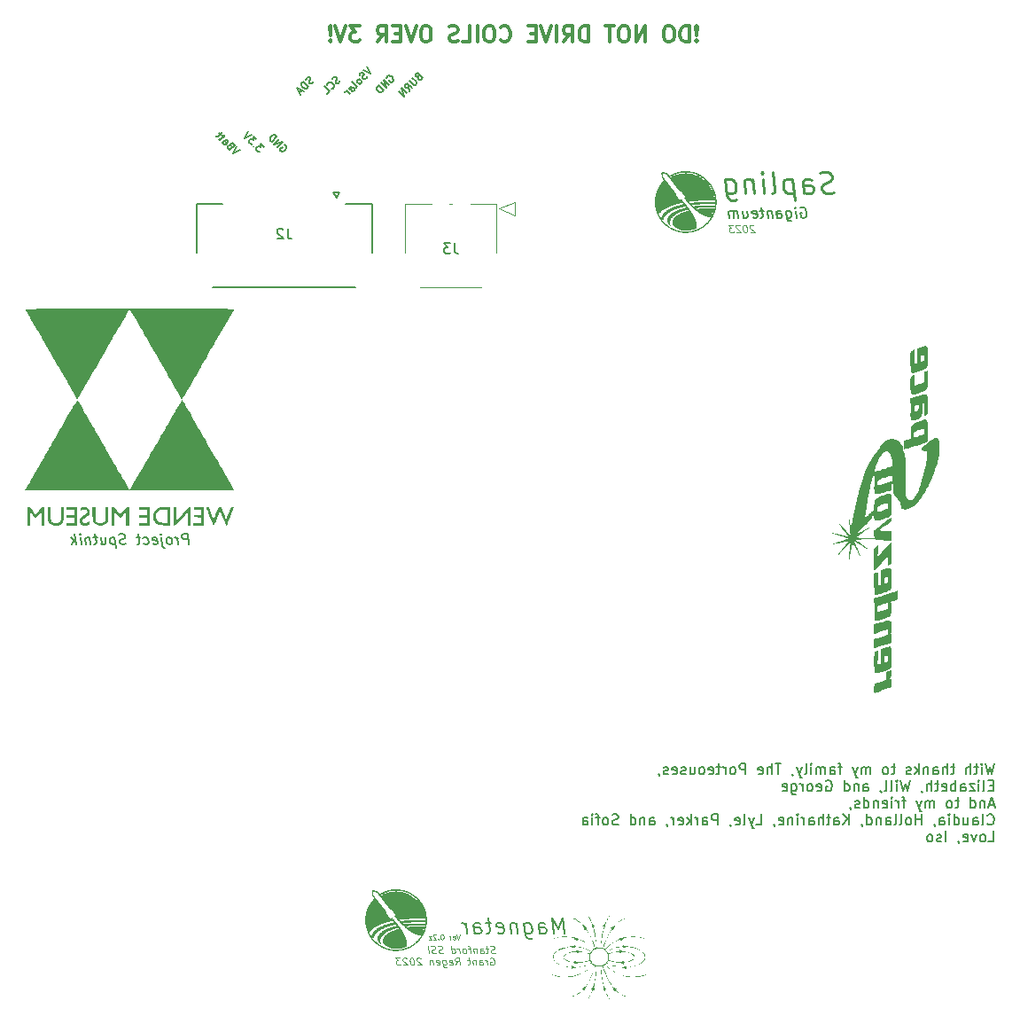
<source format=gbo>
%TF.GenerationSoftware,KiCad,Pcbnew,(6.0.5)*%
%TF.CreationDate,2023-01-23T16:42:54-08:00*%
%TF.ProjectId,Coil_Panels_Z,436f696c-5f50-4616-9e65-6c735f5a2e6b,rev?*%
%TF.SameCoordinates,Original*%
%TF.FileFunction,Legend,Bot*%
%TF.FilePolarity,Positive*%
%FSLAX46Y46*%
G04 Gerber Fmt 4.6, Leading zero omitted, Abs format (unit mm)*
G04 Created by KiCad (PCBNEW (6.0.5)) date 2023-01-23 16:42:54*
%MOMM*%
%LPD*%
G01*
G04 APERTURE LIST*
%ADD10C,0.150000*%
%ADD11C,0.300000*%
%ADD12C,0.250000*%
%ADD13C,0.180000*%
%ADD14C,0.100000*%
%ADD15C,0.200000*%
%ADD16C,0.120000*%
%ADD17C,0.127000*%
%ADD18C,0.010000*%
%ADD19R,1.100000X1.450000*%
%ADD20R,1.350000X2.899999*%
%ADD21R,1.700000X1.700000*%
%ADD22O,1.700000X1.700000*%
%ADD23C,2.600000*%
%ADD24C,3.800000*%
G04 APERTURE END LIST*
D10*
X180249642Y-116692380D02*
X180011547Y-117692380D01*
X179821071Y-116978095D01*
X179630595Y-117692380D01*
X179392500Y-116692380D01*
X179011547Y-117692380D02*
X179011547Y-117025714D01*
X179011547Y-116692380D02*
X179059166Y-116740000D01*
X179011547Y-116787619D01*
X178963928Y-116740000D01*
X179011547Y-116692380D01*
X179011547Y-116787619D01*
X178678214Y-117025714D02*
X178297261Y-117025714D01*
X178535357Y-116692380D02*
X178535357Y-117549523D01*
X178487738Y-117644761D01*
X178392500Y-117692380D01*
X178297261Y-117692380D01*
X177963928Y-117692380D02*
X177963928Y-116692380D01*
X177535357Y-117692380D02*
X177535357Y-117168571D01*
X177582976Y-117073333D01*
X177678214Y-117025714D01*
X177821071Y-117025714D01*
X177916309Y-117073333D01*
X177963928Y-117120952D01*
X176440119Y-117025714D02*
X176059166Y-117025714D01*
X176297261Y-116692380D02*
X176297261Y-117549523D01*
X176249642Y-117644761D01*
X176154404Y-117692380D01*
X176059166Y-117692380D01*
X175725833Y-117692380D02*
X175725833Y-116692380D01*
X175297261Y-117692380D02*
X175297261Y-117168571D01*
X175344880Y-117073333D01*
X175440119Y-117025714D01*
X175582976Y-117025714D01*
X175678214Y-117073333D01*
X175725833Y-117120952D01*
X174392500Y-117692380D02*
X174392500Y-117168571D01*
X174440119Y-117073333D01*
X174535357Y-117025714D01*
X174725833Y-117025714D01*
X174821071Y-117073333D01*
X174392500Y-117644761D02*
X174487738Y-117692380D01*
X174725833Y-117692380D01*
X174821071Y-117644761D01*
X174868690Y-117549523D01*
X174868690Y-117454285D01*
X174821071Y-117359047D01*
X174725833Y-117311428D01*
X174487738Y-117311428D01*
X174392500Y-117263809D01*
X173916309Y-117025714D02*
X173916309Y-117692380D01*
X173916309Y-117120952D02*
X173868690Y-117073333D01*
X173773452Y-117025714D01*
X173630595Y-117025714D01*
X173535357Y-117073333D01*
X173487738Y-117168571D01*
X173487738Y-117692380D01*
X173011547Y-117692380D02*
X173011547Y-116692380D01*
X172916309Y-117311428D02*
X172630595Y-117692380D01*
X172630595Y-117025714D02*
X173011547Y-117406666D01*
X172249642Y-117644761D02*
X172154404Y-117692380D01*
X171963928Y-117692380D01*
X171868690Y-117644761D01*
X171821071Y-117549523D01*
X171821071Y-117501904D01*
X171868690Y-117406666D01*
X171963928Y-117359047D01*
X172106785Y-117359047D01*
X172202023Y-117311428D01*
X172249642Y-117216190D01*
X172249642Y-117168571D01*
X172202023Y-117073333D01*
X172106785Y-117025714D01*
X171963928Y-117025714D01*
X171868690Y-117073333D01*
X170773452Y-117025714D02*
X170392500Y-117025714D01*
X170630595Y-116692380D02*
X170630595Y-117549523D01*
X170582976Y-117644761D01*
X170487738Y-117692380D01*
X170392500Y-117692380D01*
X169916309Y-117692380D02*
X170011547Y-117644761D01*
X170059166Y-117597142D01*
X170106785Y-117501904D01*
X170106785Y-117216190D01*
X170059166Y-117120952D01*
X170011547Y-117073333D01*
X169916309Y-117025714D01*
X169773452Y-117025714D01*
X169678214Y-117073333D01*
X169630595Y-117120952D01*
X169582976Y-117216190D01*
X169582976Y-117501904D01*
X169630595Y-117597142D01*
X169678214Y-117644761D01*
X169773452Y-117692380D01*
X169916309Y-117692380D01*
X168392500Y-117692380D02*
X168392500Y-117025714D01*
X168392500Y-117120952D02*
X168344880Y-117073333D01*
X168249642Y-117025714D01*
X168106785Y-117025714D01*
X168011547Y-117073333D01*
X167963928Y-117168571D01*
X167963928Y-117692380D01*
X167963928Y-117168571D02*
X167916309Y-117073333D01*
X167821071Y-117025714D01*
X167678214Y-117025714D01*
X167582976Y-117073333D01*
X167535357Y-117168571D01*
X167535357Y-117692380D01*
X167154404Y-117025714D02*
X166916309Y-117692380D01*
X166678214Y-117025714D02*
X166916309Y-117692380D01*
X167011547Y-117930476D01*
X167059166Y-117978095D01*
X167154404Y-118025714D01*
X165678214Y-117025714D02*
X165297261Y-117025714D01*
X165535357Y-117692380D02*
X165535357Y-116835238D01*
X165487738Y-116740000D01*
X165392500Y-116692380D01*
X165297261Y-116692380D01*
X164535357Y-117692380D02*
X164535357Y-117168571D01*
X164582976Y-117073333D01*
X164678214Y-117025714D01*
X164868690Y-117025714D01*
X164963928Y-117073333D01*
X164535357Y-117644761D02*
X164630595Y-117692380D01*
X164868690Y-117692380D01*
X164963928Y-117644761D01*
X165011547Y-117549523D01*
X165011547Y-117454285D01*
X164963928Y-117359047D01*
X164868690Y-117311428D01*
X164630595Y-117311428D01*
X164535357Y-117263809D01*
X164059166Y-117692380D02*
X164059166Y-117025714D01*
X164059166Y-117120952D02*
X164011547Y-117073333D01*
X163916309Y-117025714D01*
X163773452Y-117025714D01*
X163678214Y-117073333D01*
X163630595Y-117168571D01*
X163630595Y-117692380D01*
X163630595Y-117168571D02*
X163582976Y-117073333D01*
X163487738Y-117025714D01*
X163344880Y-117025714D01*
X163249642Y-117073333D01*
X163202023Y-117168571D01*
X163202023Y-117692380D01*
X162725833Y-117692380D02*
X162725833Y-117025714D01*
X162725833Y-116692380D02*
X162773452Y-116740000D01*
X162725833Y-116787619D01*
X162678214Y-116740000D01*
X162725833Y-116692380D01*
X162725833Y-116787619D01*
X162106785Y-117692380D02*
X162202023Y-117644761D01*
X162249642Y-117549523D01*
X162249642Y-116692380D01*
X161821071Y-117025714D02*
X161582976Y-117692380D01*
X161344880Y-117025714D02*
X161582976Y-117692380D01*
X161678214Y-117930476D01*
X161725833Y-117978095D01*
X161821071Y-118025714D01*
X160916309Y-117644761D02*
X160916309Y-117692380D01*
X160963928Y-117787619D01*
X161011547Y-117835238D01*
X159868690Y-116692380D02*
X159297261Y-116692380D01*
X159582976Y-117692380D02*
X159582976Y-116692380D01*
X158963928Y-117692380D02*
X158963928Y-116692380D01*
X158535357Y-117692380D02*
X158535357Y-117168571D01*
X158582976Y-117073333D01*
X158678214Y-117025714D01*
X158821071Y-117025714D01*
X158916309Y-117073333D01*
X158963928Y-117120952D01*
X157678214Y-117644761D02*
X157773452Y-117692380D01*
X157963928Y-117692380D01*
X158059166Y-117644761D01*
X158106785Y-117549523D01*
X158106785Y-117168571D01*
X158059166Y-117073333D01*
X157963928Y-117025714D01*
X157773452Y-117025714D01*
X157678214Y-117073333D01*
X157630595Y-117168571D01*
X157630595Y-117263809D01*
X158106785Y-117359047D01*
X156440119Y-117692380D02*
X156440119Y-116692380D01*
X156059166Y-116692380D01*
X155963928Y-116740000D01*
X155916309Y-116787619D01*
X155868690Y-116882857D01*
X155868690Y-117025714D01*
X155916309Y-117120952D01*
X155963928Y-117168571D01*
X156059166Y-117216190D01*
X156440119Y-117216190D01*
X155297261Y-117692380D02*
X155392500Y-117644761D01*
X155440119Y-117597142D01*
X155487738Y-117501904D01*
X155487738Y-117216190D01*
X155440119Y-117120952D01*
X155392500Y-117073333D01*
X155297261Y-117025714D01*
X155154404Y-117025714D01*
X155059166Y-117073333D01*
X155011547Y-117120952D01*
X154963928Y-117216190D01*
X154963928Y-117501904D01*
X155011547Y-117597142D01*
X155059166Y-117644761D01*
X155154404Y-117692380D01*
X155297261Y-117692380D01*
X154535357Y-117692380D02*
X154535357Y-117025714D01*
X154535357Y-117216190D02*
X154487738Y-117120952D01*
X154440119Y-117073333D01*
X154344880Y-117025714D01*
X154249642Y-117025714D01*
X154059166Y-117025714D02*
X153678214Y-117025714D01*
X153916309Y-116692380D02*
X153916309Y-117549523D01*
X153868690Y-117644761D01*
X153773452Y-117692380D01*
X153678214Y-117692380D01*
X152963928Y-117644761D02*
X153059166Y-117692380D01*
X153249642Y-117692380D01*
X153344880Y-117644761D01*
X153392500Y-117549523D01*
X153392500Y-117168571D01*
X153344880Y-117073333D01*
X153249642Y-117025714D01*
X153059166Y-117025714D01*
X152963928Y-117073333D01*
X152916309Y-117168571D01*
X152916309Y-117263809D01*
X153392500Y-117359047D01*
X152344880Y-117692380D02*
X152440119Y-117644761D01*
X152487738Y-117597142D01*
X152535357Y-117501904D01*
X152535357Y-117216190D01*
X152487738Y-117120952D01*
X152440119Y-117073333D01*
X152344880Y-117025714D01*
X152202023Y-117025714D01*
X152106785Y-117073333D01*
X152059166Y-117120952D01*
X152011547Y-117216190D01*
X152011547Y-117501904D01*
X152059166Y-117597142D01*
X152106785Y-117644761D01*
X152202023Y-117692380D01*
X152344880Y-117692380D01*
X151154404Y-117025714D02*
X151154404Y-117692380D01*
X151582976Y-117025714D02*
X151582976Y-117549523D01*
X151535357Y-117644761D01*
X151440119Y-117692380D01*
X151297261Y-117692380D01*
X151202023Y-117644761D01*
X151154404Y-117597142D01*
X150725833Y-117644761D02*
X150630595Y-117692380D01*
X150440119Y-117692380D01*
X150344880Y-117644761D01*
X150297261Y-117549523D01*
X150297261Y-117501904D01*
X150344880Y-117406666D01*
X150440119Y-117359047D01*
X150582976Y-117359047D01*
X150678214Y-117311428D01*
X150725833Y-117216190D01*
X150725833Y-117168571D01*
X150678214Y-117073333D01*
X150582976Y-117025714D01*
X150440119Y-117025714D01*
X150344880Y-117073333D01*
X149487738Y-117644761D02*
X149582976Y-117692380D01*
X149773452Y-117692380D01*
X149868690Y-117644761D01*
X149916309Y-117549523D01*
X149916309Y-117168571D01*
X149868690Y-117073333D01*
X149773452Y-117025714D01*
X149582976Y-117025714D01*
X149487738Y-117073333D01*
X149440119Y-117168571D01*
X149440119Y-117263809D01*
X149916309Y-117359047D01*
X149059166Y-117644761D02*
X148963928Y-117692380D01*
X148773452Y-117692380D01*
X148678214Y-117644761D01*
X148630595Y-117549523D01*
X148630595Y-117501904D01*
X148678214Y-117406666D01*
X148773452Y-117359047D01*
X148916309Y-117359047D01*
X149011547Y-117311428D01*
X149059166Y-117216190D01*
X149059166Y-117168571D01*
X149011547Y-117073333D01*
X148916309Y-117025714D01*
X148773452Y-117025714D01*
X148678214Y-117073333D01*
X148154404Y-117644761D02*
X148154404Y-117692380D01*
X148202023Y-117787619D01*
X148249642Y-117835238D01*
X180154404Y-118778571D02*
X179821071Y-118778571D01*
X179678214Y-119302380D02*
X180154404Y-119302380D01*
X180154404Y-118302380D01*
X179678214Y-118302380D01*
X179106785Y-119302380D02*
X179202023Y-119254761D01*
X179249642Y-119159523D01*
X179249642Y-118302380D01*
X178725833Y-119302380D02*
X178725833Y-118635714D01*
X178725833Y-118302380D02*
X178773452Y-118350000D01*
X178725833Y-118397619D01*
X178678214Y-118350000D01*
X178725833Y-118302380D01*
X178725833Y-118397619D01*
X178344880Y-118635714D02*
X177821071Y-118635714D01*
X178344880Y-119302380D01*
X177821071Y-119302380D01*
X177011547Y-119302380D02*
X177011547Y-118778571D01*
X177059166Y-118683333D01*
X177154404Y-118635714D01*
X177344880Y-118635714D01*
X177440119Y-118683333D01*
X177011547Y-119254761D02*
X177106785Y-119302380D01*
X177344880Y-119302380D01*
X177440119Y-119254761D01*
X177487738Y-119159523D01*
X177487738Y-119064285D01*
X177440119Y-118969047D01*
X177344880Y-118921428D01*
X177106785Y-118921428D01*
X177011547Y-118873809D01*
X176535357Y-119302380D02*
X176535357Y-118302380D01*
X176535357Y-118683333D02*
X176440119Y-118635714D01*
X176249642Y-118635714D01*
X176154404Y-118683333D01*
X176106785Y-118730952D01*
X176059166Y-118826190D01*
X176059166Y-119111904D01*
X176106785Y-119207142D01*
X176154404Y-119254761D01*
X176249642Y-119302380D01*
X176440119Y-119302380D01*
X176535357Y-119254761D01*
X175249642Y-119254761D02*
X175344880Y-119302380D01*
X175535357Y-119302380D01*
X175630595Y-119254761D01*
X175678214Y-119159523D01*
X175678214Y-118778571D01*
X175630595Y-118683333D01*
X175535357Y-118635714D01*
X175344880Y-118635714D01*
X175249642Y-118683333D01*
X175202023Y-118778571D01*
X175202023Y-118873809D01*
X175678214Y-118969047D01*
X174916309Y-118635714D02*
X174535357Y-118635714D01*
X174773452Y-118302380D02*
X174773452Y-119159523D01*
X174725833Y-119254761D01*
X174630595Y-119302380D01*
X174535357Y-119302380D01*
X174202023Y-119302380D02*
X174202023Y-118302380D01*
X173773452Y-119302380D02*
X173773452Y-118778571D01*
X173821071Y-118683333D01*
X173916309Y-118635714D01*
X174059166Y-118635714D01*
X174154404Y-118683333D01*
X174202023Y-118730952D01*
X173249642Y-119254761D02*
X173249642Y-119302380D01*
X173297261Y-119397619D01*
X173344880Y-119445238D01*
X172154404Y-118302380D02*
X171916309Y-119302380D01*
X171725833Y-118588095D01*
X171535357Y-119302380D01*
X171297261Y-118302380D01*
X170916309Y-119302380D02*
X170916309Y-118635714D01*
X170916309Y-118302380D02*
X170963928Y-118350000D01*
X170916309Y-118397619D01*
X170868690Y-118350000D01*
X170916309Y-118302380D01*
X170916309Y-118397619D01*
X170297261Y-119302380D02*
X170392500Y-119254761D01*
X170440119Y-119159523D01*
X170440119Y-118302380D01*
X169773452Y-119302380D02*
X169868690Y-119254761D01*
X169916309Y-119159523D01*
X169916309Y-118302380D01*
X169344880Y-119254761D02*
X169344880Y-119302380D01*
X169392500Y-119397619D01*
X169440119Y-119445238D01*
X167725833Y-119302380D02*
X167725833Y-118778571D01*
X167773452Y-118683333D01*
X167868690Y-118635714D01*
X168059166Y-118635714D01*
X168154404Y-118683333D01*
X167725833Y-119254761D02*
X167821071Y-119302380D01*
X168059166Y-119302380D01*
X168154404Y-119254761D01*
X168202023Y-119159523D01*
X168202023Y-119064285D01*
X168154404Y-118969047D01*
X168059166Y-118921428D01*
X167821071Y-118921428D01*
X167725833Y-118873809D01*
X167249642Y-118635714D02*
X167249642Y-119302380D01*
X167249642Y-118730952D02*
X167202023Y-118683333D01*
X167106785Y-118635714D01*
X166963928Y-118635714D01*
X166868690Y-118683333D01*
X166821071Y-118778571D01*
X166821071Y-119302380D01*
X165916309Y-119302380D02*
X165916309Y-118302380D01*
X165916309Y-119254761D02*
X166011547Y-119302380D01*
X166202023Y-119302380D01*
X166297261Y-119254761D01*
X166344880Y-119207142D01*
X166392500Y-119111904D01*
X166392500Y-118826190D01*
X166344880Y-118730952D01*
X166297261Y-118683333D01*
X166202023Y-118635714D01*
X166011547Y-118635714D01*
X165916309Y-118683333D01*
X164154404Y-118350000D02*
X164249642Y-118302380D01*
X164392500Y-118302380D01*
X164535357Y-118350000D01*
X164630595Y-118445238D01*
X164678214Y-118540476D01*
X164725833Y-118730952D01*
X164725833Y-118873809D01*
X164678214Y-119064285D01*
X164630595Y-119159523D01*
X164535357Y-119254761D01*
X164392500Y-119302380D01*
X164297261Y-119302380D01*
X164154404Y-119254761D01*
X164106785Y-119207142D01*
X164106785Y-118873809D01*
X164297261Y-118873809D01*
X163297261Y-119254761D02*
X163392500Y-119302380D01*
X163582976Y-119302380D01*
X163678214Y-119254761D01*
X163725833Y-119159523D01*
X163725833Y-118778571D01*
X163678214Y-118683333D01*
X163582976Y-118635714D01*
X163392500Y-118635714D01*
X163297261Y-118683333D01*
X163249642Y-118778571D01*
X163249642Y-118873809D01*
X163725833Y-118969047D01*
X162678214Y-119302380D02*
X162773452Y-119254761D01*
X162821071Y-119207142D01*
X162868690Y-119111904D01*
X162868690Y-118826190D01*
X162821071Y-118730952D01*
X162773452Y-118683333D01*
X162678214Y-118635714D01*
X162535357Y-118635714D01*
X162440119Y-118683333D01*
X162392500Y-118730952D01*
X162344880Y-118826190D01*
X162344880Y-119111904D01*
X162392500Y-119207142D01*
X162440119Y-119254761D01*
X162535357Y-119302380D01*
X162678214Y-119302380D01*
X161916309Y-119302380D02*
X161916309Y-118635714D01*
X161916309Y-118826190D02*
X161868690Y-118730952D01*
X161821071Y-118683333D01*
X161725833Y-118635714D01*
X161630595Y-118635714D01*
X160868690Y-118635714D02*
X160868690Y-119445238D01*
X160916309Y-119540476D01*
X160963928Y-119588095D01*
X161059166Y-119635714D01*
X161202023Y-119635714D01*
X161297261Y-119588095D01*
X160868690Y-119254761D02*
X160963928Y-119302380D01*
X161154404Y-119302380D01*
X161249642Y-119254761D01*
X161297261Y-119207142D01*
X161344880Y-119111904D01*
X161344880Y-118826190D01*
X161297261Y-118730952D01*
X161249642Y-118683333D01*
X161154404Y-118635714D01*
X160963928Y-118635714D01*
X160868690Y-118683333D01*
X160011547Y-119254761D02*
X160106785Y-119302380D01*
X160297261Y-119302380D01*
X160392500Y-119254761D01*
X160440119Y-119159523D01*
X160440119Y-118778571D01*
X160392500Y-118683333D01*
X160297261Y-118635714D01*
X160106785Y-118635714D01*
X160011547Y-118683333D01*
X159963928Y-118778571D01*
X159963928Y-118873809D01*
X160440119Y-118969047D01*
X180202023Y-120626666D02*
X179725833Y-120626666D01*
X180297261Y-120912380D02*
X179963928Y-119912380D01*
X179630595Y-120912380D01*
X179297261Y-120245714D02*
X179297261Y-120912380D01*
X179297261Y-120340952D02*
X179249642Y-120293333D01*
X179154404Y-120245714D01*
X179011547Y-120245714D01*
X178916309Y-120293333D01*
X178868690Y-120388571D01*
X178868690Y-120912380D01*
X177963928Y-120912380D02*
X177963928Y-119912380D01*
X177963928Y-120864761D02*
X178059166Y-120912380D01*
X178249642Y-120912380D01*
X178344880Y-120864761D01*
X178392500Y-120817142D01*
X178440119Y-120721904D01*
X178440119Y-120436190D01*
X178392500Y-120340952D01*
X178344880Y-120293333D01*
X178249642Y-120245714D01*
X178059166Y-120245714D01*
X177963928Y-120293333D01*
X176868690Y-120245714D02*
X176487738Y-120245714D01*
X176725833Y-119912380D02*
X176725833Y-120769523D01*
X176678214Y-120864761D01*
X176582976Y-120912380D01*
X176487738Y-120912380D01*
X176011547Y-120912380D02*
X176106785Y-120864761D01*
X176154404Y-120817142D01*
X176202023Y-120721904D01*
X176202023Y-120436190D01*
X176154404Y-120340952D01*
X176106785Y-120293333D01*
X176011547Y-120245714D01*
X175868690Y-120245714D01*
X175773452Y-120293333D01*
X175725833Y-120340952D01*
X175678214Y-120436190D01*
X175678214Y-120721904D01*
X175725833Y-120817142D01*
X175773452Y-120864761D01*
X175868690Y-120912380D01*
X176011547Y-120912380D01*
X174487738Y-120912380D02*
X174487738Y-120245714D01*
X174487738Y-120340952D02*
X174440119Y-120293333D01*
X174344880Y-120245714D01*
X174202023Y-120245714D01*
X174106785Y-120293333D01*
X174059166Y-120388571D01*
X174059166Y-120912380D01*
X174059166Y-120388571D02*
X174011547Y-120293333D01*
X173916309Y-120245714D01*
X173773452Y-120245714D01*
X173678214Y-120293333D01*
X173630595Y-120388571D01*
X173630595Y-120912380D01*
X173249642Y-120245714D02*
X173011547Y-120912380D01*
X172773452Y-120245714D02*
X173011547Y-120912380D01*
X173106785Y-121150476D01*
X173154404Y-121198095D01*
X173249642Y-121245714D01*
X171773452Y-120245714D02*
X171392500Y-120245714D01*
X171630595Y-120912380D02*
X171630595Y-120055238D01*
X171582976Y-119960000D01*
X171487738Y-119912380D01*
X171392500Y-119912380D01*
X171059166Y-120912380D02*
X171059166Y-120245714D01*
X171059166Y-120436190D02*
X171011547Y-120340952D01*
X170963928Y-120293333D01*
X170868690Y-120245714D01*
X170773452Y-120245714D01*
X170440119Y-120912380D02*
X170440119Y-120245714D01*
X170440119Y-119912380D02*
X170487738Y-119960000D01*
X170440119Y-120007619D01*
X170392500Y-119960000D01*
X170440119Y-119912380D01*
X170440119Y-120007619D01*
X169582976Y-120864761D02*
X169678214Y-120912380D01*
X169868690Y-120912380D01*
X169963928Y-120864761D01*
X170011547Y-120769523D01*
X170011547Y-120388571D01*
X169963928Y-120293333D01*
X169868690Y-120245714D01*
X169678214Y-120245714D01*
X169582976Y-120293333D01*
X169535357Y-120388571D01*
X169535357Y-120483809D01*
X170011547Y-120579047D01*
X169106785Y-120245714D02*
X169106785Y-120912380D01*
X169106785Y-120340952D02*
X169059166Y-120293333D01*
X168963928Y-120245714D01*
X168821071Y-120245714D01*
X168725833Y-120293333D01*
X168678214Y-120388571D01*
X168678214Y-120912380D01*
X167773452Y-120912380D02*
X167773452Y-119912380D01*
X167773452Y-120864761D02*
X167868690Y-120912380D01*
X168059166Y-120912380D01*
X168154404Y-120864761D01*
X168202023Y-120817142D01*
X168249642Y-120721904D01*
X168249642Y-120436190D01*
X168202023Y-120340952D01*
X168154404Y-120293333D01*
X168059166Y-120245714D01*
X167868690Y-120245714D01*
X167773452Y-120293333D01*
X167344880Y-120864761D02*
X167249642Y-120912380D01*
X167059166Y-120912380D01*
X166963928Y-120864761D01*
X166916309Y-120769523D01*
X166916309Y-120721904D01*
X166963928Y-120626666D01*
X167059166Y-120579047D01*
X167202023Y-120579047D01*
X167297261Y-120531428D01*
X167344880Y-120436190D01*
X167344880Y-120388571D01*
X167297261Y-120293333D01*
X167202023Y-120245714D01*
X167059166Y-120245714D01*
X166963928Y-120293333D01*
X166440119Y-120864761D02*
X166440119Y-120912380D01*
X166487738Y-121007619D01*
X166535357Y-121055238D01*
X179582976Y-122427142D02*
X179630595Y-122474761D01*
X179773452Y-122522380D01*
X179868690Y-122522380D01*
X180011547Y-122474761D01*
X180106785Y-122379523D01*
X180154404Y-122284285D01*
X180202023Y-122093809D01*
X180202023Y-121950952D01*
X180154404Y-121760476D01*
X180106785Y-121665238D01*
X180011547Y-121570000D01*
X179868690Y-121522380D01*
X179773452Y-121522380D01*
X179630595Y-121570000D01*
X179582976Y-121617619D01*
X179011547Y-122522380D02*
X179106785Y-122474761D01*
X179154404Y-122379523D01*
X179154404Y-121522380D01*
X178202023Y-122522380D02*
X178202023Y-121998571D01*
X178249642Y-121903333D01*
X178344880Y-121855714D01*
X178535357Y-121855714D01*
X178630595Y-121903333D01*
X178202023Y-122474761D02*
X178297261Y-122522380D01*
X178535357Y-122522380D01*
X178630595Y-122474761D01*
X178678214Y-122379523D01*
X178678214Y-122284285D01*
X178630595Y-122189047D01*
X178535357Y-122141428D01*
X178297261Y-122141428D01*
X178202023Y-122093809D01*
X177297261Y-121855714D02*
X177297261Y-122522380D01*
X177725833Y-121855714D02*
X177725833Y-122379523D01*
X177678214Y-122474761D01*
X177582976Y-122522380D01*
X177440119Y-122522380D01*
X177344880Y-122474761D01*
X177297261Y-122427142D01*
X176392500Y-122522380D02*
X176392500Y-121522380D01*
X176392500Y-122474761D02*
X176487738Y-122522380D01*
X176678214Y-122522380D01*
X176773452Y-122474761D01*
X176821071Y-122427142D01*
X176868690Y-122331904D01*
X176868690Y-122046190D01*
X176821071Y-121950952D01*
X176773452Y-121903333D01*
X176678214Y-121855714D01*
X176487738Y-121855714D01*
X176392500Y-121903333D01*
X175916309Y-122522380D02*
X175916309Y-121855714D01*
X175916309Y-121522380D02*
X175963928Y-121570000D01*
X175916309Y-121617619D01*
X175868690Y-121570000D01*
X175916309Y-121522380D01*
X175916309Y-121617619D01*
X175011547Y-122522380D02*
X175011547Y-121998571D01*
X175059166Y-121903333D01*
X175154404Y-121855714D01*
X175344880Y-121855714D01*
X175440119Y-121903333D01*
X175011547Y-122474761D02*
X175106785Y-122522380D01*
X175344880Y-122522380D01*
X175440119Y-122474761D01*
X175487738Y-122379523D01*
X175487738Y-122284285D01*
X175440119Y-122189047D01*
X175344880Y-122141428D01*
X175106785Y-122141428D01*
X175011547Y-122093809D01*
X174487738Y-122474761D02*
X174487738Y-122522380D01*
X174535357Y-122617619D01*
X174582976Y-122665238D01*
X173297261Y-122522380D02*
X173297261Y-121522380D01*
X173297261Y-121998571D02*
X172725833Y-121998571D01*
X172725833Y-122522380D02*
X172725833Y-121522380D01*
X172106785Y-122522380D02*
X172202023Y-122474761D01*
X172249642Y-122427142D01*
X172297261Y-122331904D01*
X172297261Y-122046190D01*
X172249642Y-121950952D01*
X172202023Y-121903333D01*
X172106785Y-121855714D01*
X171963928Y-121855714D01*
X171868690Y-121903333D01*
X171821071Y-121950952D01*
X171773452Y-122046190D01*
X171773452Y-122331904D01*
X171821071Y-122427142D01*
X171868690Y-122474761D01*
X171963928Y-122522380D01*
X172106785Y-122522380D01*
X171202023Y-122522380D02*
X171297261Y-122474761D01*
X171344880Y-122379523D01*
X171344880Y-121522380D01*
X170678214Y-122522380D02*
X170773452Y-122474761D01*
X170821071Y-122379523D01*
X170821071Y-121522380D01*
X169868690Y-122522380D02*
X169868690Y-121998571D01*
X169916309Y-121903333D01*
X170011547Y-121855714D01*
X170202023Y-121855714D01*
X170297261Y-121903333D01*
X169868690Y-122474761D02*
X169963928Y-122522380D01*
X170202023Y-122522380D01*
X170297261Y-122474761D01*
X170344880Y-122379523D01*
X170344880Y-122284285D01*
X170297261Y-122189047D01*
X170202023Y-122141428D01*
X169963928Y-122141428D01*
X169868690Y-122093809D01*
X169392500Y-121855714D02*
X169392500Y-122522380D01*
X169392500Y-121950952D02*
X169344880Y-121903333D01*
X169249642Y-121855714D01*
X169106785Y-121855714D01*
X169011547Y-121903333D01*
X168963928Y-121998571D01*
X168963928Y-122522380D01*
X168059166Y-122522380D02*
X168059166Y-121522380D01*
X168059166Y-122474761D02*
X168154404Y-122522380D01*
X168344880Y-122522380D01*
X168440119Y-122474761D01*
X168487738Y-122427142D01*
X168535357Y-122331904D01*
X168535357Y-122046190D01*
X168487738Y-121950952D01*
X168440119Y-121903333D01*
X168344880Y-121855714D01*
X168154404Y-121855714D01*
X168059166Y-121903333D01*
X167535357Y-122474761D02*
X167535357Y-122522380D01*
X167582976Y-122617619D01*
X167630595Y-122665238D01*
X166344880Y-122522380D02*
X166344880Y-121522380D01*
X165773452Y-122522380D02*
X166202023Y-121950952D01*
X165773452Y-121522380D02*
X166344880Y-122093809D01*
X164916309Y-122522380D02*
X164916309Y-121998571D01*
X164963928Y-121903333D01*
X165059166Y-121855714D01*
X165249642Y-121855714D01*
X165344880Y-121903333D01*
X164916309Y-122474761D02*
X165011547Y-122522380D01*
X165249642Y-122522380D01*
X165344880Y-122474761D01*
X165392500Y-122379523D01*
X165392500Y-122284285D01*
X165344880Y-122189047D01*
X165249642Y-122141428D01*
X165011547Y-122141428D01*
X164916309Y-122093809D01*
X164582976Y-121855714D02*
X164202023Y-121855714D01*
X164440119Y-121522380D02*
X164440119Y-122379523D01*
X164392500Y-122474761D01*
X164297261Y-122522380D01*
X164202023Y-122522380D01*
X163868690Y-122522380D02*
X163868690Y-121522380D01*
X163440119Y-122522380D02*
X163440119Y-121998571D01*
X163487738Y-121903333D01*
X163582976Y-121855714D01*
X163725833Y-121855714D01*
X163821071Y-121903333D01*
X163868690Y-121950952D01*
X162535357Y-122522380D02*
X162535357Y-121998571D01*
X162582976Y-121903333D01*
X162678214Y-121855714D01*
X162868690Y-121855714D01*
X162963928Y-121903333D01*
X162535357Y-122474761D02*
X162630595Y-122522380D01*
X162868690Y-122522380D01*
X162963928Y-122474761D01*
X163011547Y-122379523D01*
X163011547Y-122284285D01*
X162963928Y-122189047D01*
X162868690Y-122141428D01*
X162630595Y-122141428D01*
X162535357Y-122093809D01*
X162059166Y-122522380D02*
X162059166Y-121855714D01*
X162059166Y-122046190D02*
X162011547Y-121950952D01*
X161963928Y-121903333D01*
X161868690Y-121855714D01*
X161773452Y-121855714D01*
X161440119Y-122522380D02*
X161440119Y-121855714D01*
X161440119Y-121522380D02*
X161487738Y-121570000D01*
X161440119Y-121617619D01*
X161392500Y-121570000D01*
X161440119Y-121522380D01*
X161440119Y-121617619D01*
X160963928Y-121855714D02*
X160963928Y-122522380D01*
X160963928Y-121950952D02*
X160916309Y-121903333D01*
X160821071Y-121855714D01*
X160678214Y-121855714D01*
X160582976Y-121903333D01*
X160535357Y-121998571D01*
X160535357Y-122522380D01*
X159678214Y-122474761D02*
X159773452Y-122522380D01*
X159963928Y-122522380D01*
X160059166Y-122474761D01*
X160106785Y-122379523D01*
X160106785Y-121998571D01*
X160059166Y-121903333D01*
X159963928Y-121855714D01*
X159773452Y-121855714D01*
X159678214Y-121903333D01*
X159630595Y-121998571D01*
X159630595Y-122093809D01*
X160106785Y-122189047D01*
X159154404Y-122474761D02*
X159154404Y-122522380D01*
X159202023Y-122617619D01*
X159249642Y-122665238D01*
X157487738Y-122522380D02*
X157963928Y-122522380D01*
X157963928Y-121522380D01*
X157249642Y-121855714D02*
X157011547Y-122522380D01*
X156773452Y-121855714D02*
X157011547Y-122522380D01*
X157106785Y-122760476D01*
X157154404Y-122808095D01*
X157249642Y-122855714D01*
X156249642Y-122522380D02*
X156344880Y-122474761D01*
X156392500Y-122379523D01*
X156392500Y-121522380D01*
X155487738Y-122474761D02*
X155582976Y-122522380D01*
X155773452Y-122522380D01*
X155868690Y-122474761D01*
X155916309Y-122379523D01*
X155916309Y-121998571D01*
X155868690Y-121903333D01*
X155773452Y-121855714D01*
X155582976Y-121855714D01*
X155487738Y-121903333D01*
X155440119Y-121998571D01*
X155440119Y-122093809D01*
X155916309Y-122189047D01*
X154963928Y-122474761D02*
X154963928Y-122522380D01*
X155011547Y-122617619D01*
X155059166Y-122665238D01*
X153773452Y-122522380D02*
X153773452Y-121522380D01*
X153392500Y-121522380D01*
X153297261Y-121570000D01*
X153249642Y-121617619D01*
X153202023Y-121712857D01*
X153202023Y-121855714D01*
X153249642Y-121950952D01*
X153297261Y-121998571D01*
X153392500Y-122046190D01*
X153773452Y-122046190D01*
X152344880Y-122522380D02*
X152344880Y-121998571D01*
X152392500Y-121903333D01*
X152487738Y-121855714D01*
X152678214Y-121855714D01*
X152773452Y-121903333D01*
X152344880Y-122474761D02*
X152440119Y-122522380D01*
X152678214Y-122522380D01*
X152773452Y-122474761D01*
X152821071Y-122379523D01*
X152821071Y-122284285D01*
X152773452Y-122189047D01*
X152678214Y-122141428D01*
X152440119Y-122141428D01*
X152344880Y-122093809D01*
X151868690Y-122522380D02*
X151868690Y-121855714D01*
X151868690Y-122046190D02*
X151821071Y-121950952D01*
X151773452Y-121903333D01*
X151678214Y-121855714D01*
X151582976Y-121855714D01*
X151249642Y-122522380D02*
X151249642Y-121522380D01*
X151154404Y-122141428D02*
X150868690Y-122522380D01*
X150868690Y-121855714D02*
X151249642Y-122236666D01*
X150059166Y-122474761D02*
X150154404Y-122522380D01*
X150344880Y-122522380D01*
X150440119Y-122474761D01*
X150487738Y-122379523D01*
X150487738Y-121998571D01*
X150440119Y-121903333D01*
X150344880Y-121855714D01*
X150154404Y-121855714D01*
X150059166Y-121903333D01*
X150011547Y-121998571D01*
X150011547Y-122093809D01*
X150487738Y-122189047D01*
X149582976Y-122522380D02*
X149582976Y-121855714D01*
X149582976Y-122046190D02*
X149535357Y-121950952D01*
X149487738Y-121903333D01*
X149392500Y-121855714D01*
X149297261Y-121855714D01*
X148916309Y-122474761D02*
X148916309Y-122522380D01*
X148963928Y-122617619D01*
X149011547Y-122665238D01*
X147297261Y-122522380D02*
X147297261Y-121998571D01*
X147344880Y-121903333D01*
X147440119Y-121855714D01*
X147630595Y-121855714D01*
X147725833Y-121903333D01*
X147297261Y-122474761D02*
X147392500Y-122522380D01*
X147630595Y-122522380D01*
X147725833Y-122474761D01*
X147773452Y-122379523D01*
X147773452Y-122284285D01*
X147725833Y-122189047D01*
X147630595Y-122141428D01*
X147392500Y-122141428D01*
X147297261Y-122093809D01*
X146821071Y-121855714D02*
X146821071Y-122522380D01*
X146821071Y-121950952D02*
X146773452Y-121903333D01*
X146678214Y-121855714D01*
X146535357Y-121855714D01*
X146440119Y-121903333D01*
X146392500Y-121998571D01*
X146392500Y-122522380D01*
X145487738Y-122522380D02*
X145487738Y-121522380D01*
X145487738Y-122474761D02*
X145582976Y-122522380D01*
X145773452Y-122522380D01*
X145868690Y-122474761D01*
X145916309Y-122427142D01*
X145963928Y-122331904D01*
X145963928Y-122046190D01*
X145916309Y-121950952D01*
X145868690Y-121903333D01*
X145773452Y-121855714D01*
X145582976Y-121855714D01*
X145487738Y-121903333D01*
X144297261Y-122474761D02*
X144154404Y-122522380D01*
X143916309Y-122522380D01*
X143821071Y-122474761D01*
X143773452Y-122427142D01*
X143725833Y-122331904D01*
X143725833Y-122236666D01*
X143773452Y-122141428D01*
X143821071Y-122093809D01*
X143916309Y-122046190D01*
X144106785Y-121998571D01*
X144202023Y-121950952D01*
X144249642Y-121903333D01*
X144297261Y-121808095D01*
X144297261Y-121712857D01*
X144249642Y-121617619D01*
X144202023Y-121570000D01*
X144106785Y-121522380D01*
X143868690Y-121522380D01*
X143725833Y-121570000D01*
X143154404Y-122522380D02*
X143249642Y-122474761D01*
X143297261Y-122427142D01*
X143344880Y-122331904D01*
X143344880Y-122046190D01*
X143297261Y-121950952D01*
X143249642Y-121903333D01*
X143154404Y-121855714D01*
X143011547Y-121855714D01*
X142916309Y-121903333D01*
X142868690Y-121950952D01*
X142821071Y-122046190D01*
X142821071Y-122331904D01*
X142868690Y-122427142D01*
X142916309Y-122474761D01*
X143011547Y-122522380D01*
X143154404Y-122522380D01*
X142535357Y-121855714D02*
X142154404Y-121855714D01*
X142392500Y-122522380D02*
X142392500Y-121665238D01*
X142344880Y-121570000D01*
X142249642Y-121522380D01*
X142154404Y-121522380D01*
X141821071Y-122522380D02*
X141821071Y-121855714D01*
X141821071Y-121522380D02*
X141868690Y-121570000D01*
X141821071Y-121617619D01*
X141773452Y-121570000D01*
X141821071Y-121522380D01*
X141821071Y-121617619D01*
X140916309Y-122522380D02*
X140916309Y-121998571D01*
X140963928Y-121903333D01*
X141059166Y-121855714D01*
X141249642Y-121855714D01*
X141344880Y-121903333D01*
X140916309Y-122474761D02*
X141011547Y-122522380D01*
X141249642Y-122522380D01*
X141344880Y-122474761D01*
X141392500Y-122379523D01*
X141392500Y-122284285D01*
X141344880Y-122189047D01*
X141249642Y-122141428D01*
X141011547Y-122141428D01*
X140916309Y-122093809D01*
X179678214Y-124132380D02*
X180154404Y-124132380D01*
X180154404Y-123132380D01*
X179202023Y-124132380D02*
X179297261Y-124084761D01*
X179344880Y-124037142D01*
X179392500Y-123941904D01*
X179392500Y-123656190D01*
X179344880Y-123560952D01*
X179297261Y-123513333D01*
X179202023Y-123465714D01*
X179059166Y-123465714D01*
X178963928Y-123513333D01*
X178916309Y-123560952D01*
X178868690Y-123656190D01*
X178868690Y-123941904D01*
X178916309Y-124037142D01*
X178963928Y-124084761D01*
X179059166Y-124132380D01*
X179202023Y-124132380D01*
X178535357Y-123465714D02*
X178297261Y-124132380D01*
X178059166Y-123465714D01*
X177297261Y-124084761D02*
X177392499Y-124132380D01*
X177582976Y-124132380D01*
X177678214Y-124084761D01*
X177725833Y-123989523D01*
X177725833Y-123608571D01*
X177678214Y-123513333D01*
X177582976Y-123465714D01*
X177392499Y-123465714D01*
X177297261Y-123513333D01*
X177249642Y-123608571D01*
X177249642Y-123703809D01*
X177725833Y-123799047D01*
X176773452Y-124084761D02*
X176773452Y-124132380D01*
X176821071Y-124227619D01*
X176868690Y-124275238D01*
X175582976Y-124132380D02*
X175582976Y-123132380D01*
X175154404Y-124084761D02*
X175059166Y-124132380D01*
X174868690Y-124132380D01*
X174773452Y-124084761D01*
X174725833Y-123989523D01*
X174725833Y-123941904D01*
X174773452Y-123846666D01*
X174868690Y-123799047D01*
X175011547Y-123799047D01*
X175106785Y-123751428D01*
X175154404Y-123656190D01*
X175154404Y-123608571D01*
X175106785Y-123513333D01*
X175011547Y-123465714D01*
X174868690Y-123465714D01*
X174773452Y-123513333D01*
X174154404Y-124132380D02*
X174249642Y-124084761D01*
X174297261Y-124037142D01*
X174344880Y-123941904D01*
X174344880Y-123656190D01*
X174297261Y-123560952D01*
X174249642Y-123513333D01*
X174154404Y-123465714D01*
X174011547Y-123465714D01*
X173916309Y-123513333D01*
X173868690Y-123560952D01*
X173821071Y-123656190D01*
X173821071Y-123941904D01*
X173868690Y-124037142D01*
X173916309Y-124084761D01*
X174011547Y-124132380D01*
X174154404Y-124132380D01*
X125205321Y-51073967D02*
X125158181Y-51168248D01*
X125158181Y-51215389D01*
X125181751Y-51286099D01*
X125252462Y-51356810D01*
X125323172Y-51380380D01*
X125370313Y-51380380D01*
X125441023Y-51356810D01*
X125629585Y-51168248D01*
X125134610Y-50673273D01*
X124969619Y-50838265D01*
X124946049Y-50908976D01*
X124946049Y-50956116D01*
X124969619Y-51026827D01*
X125016759Y-51073967D01*
X125087470Y-51097537D01*
X125134610Y-51097537D01*
X125205321Y-51073967D01*
X125370313Y-50908976D01*
X124639636Y-51168248D02*
X125040330Y-51568942D01*
X125063900Y-51639653D01*
X125063900Y-51686793D01*
X125040330Y-51757504D01*
X124946049Y-51851785D01*
X124875338Y-51875355D01*
X124828198Y-51875355D01*
X124757487Y-51851785D01*
X124356793Y-51451091D01*
X124333223Y-52464610D02*
X124262512Y-52063917D01*
X124616066Y-52181768D02*
X124121091Y-51686793D01*
X123932529Y-51875355D01*
X123908959Y-51946066D01*
X123908959Y-51993206D01*
X123932529Y-52063917D01*
X124003240Y-52134627D01*
X124073950Y-52158198D01*
X124121091Y-52158198D01*
X124191801Y-52134627D01*
X124380363Y-51946066D01*
X124121091Y-52676743D02*
X123626116Y-52181768D01*
X123838248Y-52959585D01*
X123343273Y-52464610D01*
X122169636Y-51175389D02*
X122193206Y-51104678D01*
X122263917Y-51033967D01*
X122358198Y-50986827D01*
X122452478Y-50986827D01*
X122523189Y-51010397D01*
X122641040Y-51081108D01*
X122711751Y-51151818D01*
X122782462Y-51269669D01*
X122806032Y-51340380D01*
X122806032Y-51434661D01*
X122758891Y-51528942D01*
X122711751Y-51576082D01*
X122617470Y-51623223D01*
X122570330Y-51623223D01*
X122405338Y-51458231D01*
X122499619Y-51363950D01*
X122405338Y-51882495D02*
X121910363Y-51387521D01*
X122122495Y-52165338D01*
X121627521Y-51670363D01*
X121886793Y-52401040D02*
X121391818Y-51906066D01*
X121273967Y-52023917D01*
X121226827Y-52118198D01*
X121226827Y-52212478D01*
X121250397Y-52283189D01*
X121321108Y-52401040D01*
X121391818Y-52471751D01*
X121509669Y-52542462D01*
X121580380Y-52566032D01*
X121674661Y-52566032D01*
X121768942Y-52518891D01*
X121886793Y-52401040D01*
X120300313Y-50137571D02*
X120630296Y-50797537D01*
X119970330Y-50467554D01*
X120300313Y-51080380D02*
X120253172Y-51174661D01*
X120135321Y-51292512D01*
X120064610Y-51316082D01*
X120017470Y-51316082D01*
X119946759Y-51292512D01*
X119899619Y-51245372D01*
X119876049Y-51174661D01*
X119876049Y-51127521D01*
X119899619Y-51056810D01*
X119970330Y-50938959D01*
X119993900Y-50868248D01*
X119993900Y-50821108D01*
X119970330Y-50750397D01*
X119923189Y-50703256D01*
X119852478Y-50679686D01*
X119805338Y-50679686D01*
X119734627Y-50703256D01*
X119616776Y-50821108D01*
X119569636Y-50915389D01*
X119758198Y-51669636D02*
X119781768Y-51598925D01*
X119781768Y-51551785D01*
X119758198Y-51481074D01*
X119616776Y-51339653D01*
X119546066Y-51316082D01*
X119498925Y-51316082D01*
X119428214Y-51339653D01*
X119357504Y-51410363D01*
X119333933Y-51481074D01*
X119333933Y-51528214D01*
X119357504Y-51598925D01*
X119498925Y-51740346D01*
X119569636Y-51763917D01*
X119616776Y-51763917D01*
X119687487Y-51740346D01*
X119758198Y-51669636D01*
X119310363Y-52117470D02*
X119333933Y-52046759D01*
X119310363Y-51976049D01*
X118886099Y-51551785D01*
X118909669Y-52518164D02*
X118650397Y-52258891D01*
X118626827Y-52188181D01*
X118650397Y-52117470D01*
X118744678Y-52023189D01*
X118815389Y-51999619D01*
X118886099Y-52494594D02*
X118956810Y-52471023D01*
X119074661Y-52353172D01*
X119098231Y-52282462D01*
X119074661Y-52211751D01*
X119027521Y-52164610D01*
X118956810Y-52141040D01*
X118886099Y-52164610D01*
X118768248Y-52282462D01*
X118697537Y-52306032D01*
X118673967Y-52753866D02*
X118343984Y-52423883D01*
X118438265Y-52518164D02*
X118367554Y-52494594D01*
X118320414Y-52494594D01*
X118249703Y-52518164D01*
X118202563Y-52565304D01*
X117709602Y-51491091D02*
X117662462Y-51585372D01*
X117544610Y-51703223D01*
X117473900Y-51726793D01*
X117426759Y-51726793D01*
X117356049Y-51703223D01*
X117308908Y-51656082D01*
X117285338Y-51585372D01*
X117285338Y-51538231D01*
X117308908Y-51467521D01*
X117379619Y-51349669D01*
X117403189Y-51278959D01*
X117403189Y-51231818D01*
X117379619Y-51161108D01*
X117332478Y-51113967D01*
X117261768Y-51090397D01*
X117214627Y-51090397D01*
X117143917Y-51113967D01*
X117026066Y-51231818D01*
X116978925Y-51326099D01*
X116908214Y-52245338D02*
X116955355Y-52245338D01*
X117049636Y-52198198D01*
X117096776Y-52151057D01*
X117143917Y-52056776D01*
X117143917Y-51962495D01*
X117120346Y-51891785D01*
X117049636Y-51773933D01*
X116978925Y-51703223D01*
X116861074Y-51632512D01*
X116790363Y-51608942D01*
X116696082Y-51608942D01*
X116601801Y-51656082D01*
X116554661Y-51703223D01*
X116507521Y-51797504D01*
X116507521Y-51844644D01*
X116507521Y-52740313D02*
X116743223Y-52504610D01*
X116248248Y-52009636D01*
X115171387Y-51519306D02*
X115124247Y-51613587D01*
X115006396Y-51731438D01*
X114935685Y-51755008D01*
X114888544Y-51755008D01*
X114817834Y-51731438D01*
X114770693Y-51684297D01*
X114747123Y-51613587D01*
X114747123Y-51566446D01*
X114770693Y-51495735D01*
X114841404Y-51377884D01*
X114864974Y-51307174D01*
X114864974Y-51260033D01*
X114841404Y-51189322D01*
X114794264Y-51142182D01*
X114723553Y-51118612D01*
X114676412Y-51118612D01*
X114605702Y-51142182D01*
X114487851Y-51260033D01*
X114440710Y-51354314D01*
X114699983Y-52037851D02*
X114205008Y-51542876D01*
X114087157Y-51660727D01*
X114040016Y-51755008D01*
X114040016Y-51849289D01*
X114063587Y-51919999D01*
X114134297Y-52037851D01*
X114205008Y-52108561D01*
X114322859Y-52179272D01*
X114393570Y-52202842D01*
X114487851Y-52202842D01*
X114582132Y-52155702D01*
X114699983Y-52037851D01*
X114087157Y-52367834D02*
X113851455Y-52603536D01*
X114275719Y-52462115D02*
X113615752Y-52132132D01*
X113945735Y-52792098D01*
X112414610Y-57579636D02*
X112485321Y-57603206D01*
X112556032Y-57673917D01*
X112603172Y-57768198D01*
X112603172Y-57862478D01*
X112579602Y-57933189D01*
X112508891Y-58051040D01*
X112438181Y-58121751D01*
X112320330Y-58192462D01*
X112249619Y-58216032D01*
X112155338Y-58216032D01*
X112061057Y-58168891D01*
X112013917Y-58121751D01*
X111966776Y-58027470D01*
X111966776Y-57980330D01*
X112131768Y-57815338D01*
X112226049Y-57909619D01*
X111707504Y-57815338D02*
X112202478Y-57320363D01*
X111424661Y-57532495D01*
X111919636Y-57037521D01*
X111188959Y-57296793D02*
X111683933Y-56801818D01*
X111566082Y-56683967D01*
X111471801Y-56636827D01*
X111377521Y-56636827D01*
X111306810Y-56660397D01*
X111188959Y-56731108D01*
X111118248Y-56801818D01*
X111047537Y-56919669D01*
X111023967Y-56990380D01*
X111023967Y-57084661D01*
X111071108Y-57178942D01*
X111188959Y-57296793D01*
X110451734Y-57789619D02*
X110145321Y-57483206D01*
X110121751Y-57836759D01*
X110051040Y-57766049D01*
X109980330Y-57742478D01*
X109933189Y-57742478D01*
X109862478Y-57766049D01*
X109744627Y-57883900D01*
X109721057Y-57954610D01*
X109721057Y-58001751D01*
X109744627Y-58072462D01*
X109886049Y-58213883D01*
X109956759Y-58237453D01*
X110003900Y-58237453D01*
X109485355Y-57718908D02*
X109438214Y-57718908D01*
X109438214Y-57766049D01*
X109485355Y-57766049D01*
X109485355Y-57718908D01*
X109438214Y-57766049D01*
X109744627Y-57082512D02*
X109438214Y-56776099D01*
X109414644Y-57129653D01*
X109343933Y-57058942D01*
X109273223Y-57035372D01*
X109226082Y-57035372D01*
X109155372Y-57058942D01*
X109037521Y-57176793D01*
X109013950Y-57247504D01*
X109013950Y-57294644D01*
X109037521Y-57365355D01*
X109178942Y-57506776D01*
X109249653Y-57530346D01*
X109296793Y-57530346D01*
X109296793Y-56634678D02*
X108636827Y-56964661D01*
X108966810Y-56304695D01*
X108190296Y-58098181D02*
X107530330Y-58428164D01*
X107860313Y-57768198D01*
X107294627Y-57673917D02*
X107200346Y-57626776D01*
X107153206Y-57626776D01*
X107082495Y-57650346D01*
X107011785Y-57721057D01*
X106988214Y-57791768D01*
X106988214Y-57838908D01*
X107011785Y-57909619D01*
X107200346Y-58098181D01*
X107695321Y-57603206D01*
X107530330Y-57438214D01*
X107459619Y-57414644D01*
X107412478Y-57414644D01*
X107341768Y-57438214D01*
X107294627Y-57485355D01*
X107271057Y-57556066D01*
X107271057Y-57603206D01*
X107294627Y-57673917D01*
X107459619Y-57838908D01*
X106493240Y-57391074D02*
X106752512Y-57131801D01*
X106823223Y-57108231D01*
X106893933Y-57131801D01*
X106988214Y-57226082D01*
X107011785Y-57296793D01*
X106516810Y-57367504D02*
X106540380Y-57438214D01*
X106658231Y-57556066D01*
X106728942Y-57579636D01*
X106799653Y-57556066D01*
X106846793Y-57508925D01*
X106870363Y-57438214D01*
X106846793Y-57367504D01*
X106728942Y-57249653D01*
X106705372Y-57178942D01*
X106658231Y-56896099D02*
X106469669Y-56707537D01*
X106752512Y-56660397D02*
X106328248Y-57084661D01*
X106257537Y-57108231D01*
X106186827Y-57084661D01*
X106139686Y-57037521D01*
X106375389Y-56613256D02*
X106186827Y-56424695D01*
X106469669Y-56377554D02*
X106045405Y-56801818D01*
X105974695Y-56825389D01*
X105903984Y-56801818D01*
X105856844Y-56754678D01*
D11*
X151780000Y-47605714D02*
X151708571Y-47677142D01*
X151780000Y-47748571D01*
X151851428Y-47677142D01*
X151780000Y-47605714D01*
X151780000Y-47748571D01*
X151780000Y-47177142D02*
X151851428Y-46320000D01*
X151780000Y-46248571D01*
X151708571Y-46320000D01*
X151780000Y-47177142D01*
X151780000Y-46248571D01*
X151065714Y-47748571D02*
X151065714Y-46248571D01*
X150708571Y-46248571D01*
X150494285Y-46320000D01*
X150351428Y-46462857D01*
X150280000Y-46605714D01*
X150208571Y-46891428D01*
X150208571Y-47105714D01*
X150280000Y-47391428D01*
X150351428Y-47534285D01*
X150494285Y-47677142D01*
X150708571Y-47748571D01*
X151065714Y-47748571D01*
X149280000Y-46248571D02*
X148994285Y-46248571D01*
X148851428Y-46320000D01*
X148708571Y-46462857D01*
X148637142Y-46748571D01*
X148637142Y-47248571D01*
X148708571Y-47534285D01*
X148851428Y-47677142D01*
X148994285Y-47748571D01*
X149280000Y-47748571D01*
X149422857Y-47677142D01*
X149565714Y-47534285D01*
X149637142Y-47248571D01*
X149637142Y-46748571D01*
X149565714Y-46462857D01*
X149422857Y-46320000D01*
X149280000Y-46248571D01*
X146851428Y-47748571D02*
X146851428Y-46248571D01*
X145994285Y-47748571D01*
X145994285Y-46248571D01*
X144994285Y-46248571D02*
X144708571Y-46248571D01*
X144565714Y-46320000D01*
X144422857Y-46462857D01*
X144351428Y-46748571D01*
X144351428Y-47248571D01*
X144422857Y-47534285D01*
X144565714Y-47677142D01*
X144708571Y-47748571D01*
X144994285Y-47748571D01*
X145137142Y-47677142D01*
X145280000Y-47534285D01*
X145351428Y-47248571D01*
X145351428Y-46748571D01*
X145280000Y-46462857D01*
X145137142Y-46320000D01*
X144994285Y-46248571D01*
X143922857Y-46248571D02*
X143065714Y-46248571D01*
X143494285Y-47748571D02*
X143494285Y-46248571D01*
X141422857Y-47748571D02*
X141422857Y-46248571D01*
X141065714Y-46248571D01*
X140851428Y-46320000D01*
X140708571Y-46462857D01*
X140637142Y-46605714D01*
X140565714Y-46891428D01*
X140565714Y-47105714D01*
X140637142Y-47391428D01*
X140708571Y-47534285D01*
X140851428Y-47677142D01*
X141065714Y-47748571D01*
X141422857Y-47748571D01*
X139065714Y-47748571D02*
X139565714Y-47034285D01*
X139922857Y-47748571D02*
X139922857Y-46248571D01*
X139351428Y-46248571D01*
X139208571Y-46320000D01*
X139137142Y-46391428D01*
X139065714Y-46534285D01*
X139065714Y-46748571D01*
X139137142Y-46891428D01*
X139208571Y-46962857D01*
X139351428Y-47034285D01*
X139922857Y-47034285D01*
X138422857Y-47748571D02*
X138422857Y-46248571D01*
X137922857Y-46248571D02*
X137422857Y-47748571D01*
X136922857Y-46248571D01*
X136422857Y-46962857D02*
X135922857Y-46962857D01*
X135708571Y-47748571D02*
X136422857Y-47748571D01*
X136422857Y-46248571D01*
X135708571Y-46248571D01*
X133065714Y-47605714D02*
X133137142Y-47677142D01*
X133351428Y-47748571D01*
X133494285Y-47748571D01*
X133708571Y-47677142D01*
X133851428Y-47534285D01*
X133922857Y-47391428D01*
X133994285Y-47105714D01*
X133994285Y-46891428D01*
X133922857Y-46605714D01*
X133851428Y-46462857D01*
X133708571Y-46320000D01*
X133494285Y-46248571D01*
X133351428Y-46248571D01*
X133137142Y-46320000D01*
X133065714Y-46391428D01*
X132137142Y-46248571D02*
X131851428Y-46248571D01*
X131708571Y-46320000D01*
X131565714Y-46462857D01*
X131494285Y-46748571D01*
X131494285Y-47248571D01*
X131565714Y-47534285D01*
X131708571Y-47677142D01*
X131851428Y-47748571D01*
X132137142Y-47748571D01*
X132280000Y-47677142D01*
X132422857Y-47534285D01*
X132494285Y-47248571D01*
X132494285Y-46748571D01*
X132422857Y-46462857D01*
X132280000Y-46320000D01*
X132137142Y-46248571D01*
X130851428Y-47748571D02*
X130851428Y-46248571D01*
X129422857Y-47748571D02*
X130137142Y-47748571D01*
X130137142Y-46248571D01*
X128994285Y-47677142D02*
X128780000Y-47748571D01*
X128422857Y-47748571D01*
X128280000Y-47677142D01*
X128208571Y-47605714D01*
X128137142Y-47462857D01*
X128137142Y-47320000D01*
X128208571Y-47177142D01*
X128280000Y-47105714D01*
X128422857Y-47034285D01*
X128708571Y-46962857D01*
X128851428Y-46891428D01*
X128922857Y-46820000D01*
X128994285Y-46677142D01*
X128994285Y-46534285D01*
X128922857Y-46391428D01*
X128851428Y-46320000D01*
X128708571Y-46248571D01*
X128351428Y-46248571D01*
X128137142Y-46320000D01*
X126065714Y-46248571D02*
X125780000Y-46248571D01*
X125637142Y-46320000D01*
X125494285Y-46462857D01*
X125422857Y-46748571D01*
X125422857Y-47248571D01*
X125494285Y-47534285D01*
X125637142Y-47677142D01*
X125780000Y-47748571D01*
X126065714Y-47748571D01*
X126208571Y-47677142D01*
X126351428Y-47534285D01*
X126422857Y-47248571D01*
X126422857Y-46748571D01*
X126351428Y-46462857D01*
X126208571Y-46320000D01*
X126065714Y-46248571D01*
X124994285Y-46248571D02*
X124494285Y-47748571D01*
X123994285Y-46248571D01*
X123494285Y-46962857D02*
X122994285Y-46962857D01*
X122780000Y-47748571D02*
X123494285Y-47748571D01*
X123494285Y-46248571D01*
X122780000Y-46248571D01*
X121280000Y-47748571D02*
X121780000Y-47034285D01*
X122137142Y-47748571D02*
X122137142Y-46248571D01*
X121565714Y-46248571D01*
X121422857Y-46320000D01*
X121351428Y-46391428D01*
X121280000Y-46534285D01*
X121280000Y-46748571D01*
X121351428Y-46891428D01*
X121422857Y-46962857D01*
X121565714Y-47034285D01*
X122137142Y-47034285D01*
X119637142Y-46248571D02*
X118708571Y-46248571D01*
X119208571Y-46820000D01*
X118994285Y-46820000D01*
X118851428Y-46891428D01*
X118780000Y-46962857D01*
X118708571Y-47105714D01*
X118708571Y-47462857D01*
X118780000Y-47605714D01*
X118851428Y-47677142D01*
X118994285Y-47748571D01*
X119422857Y-47748571D01*
X119565714Y-47677142D01*
X119637142Y-47605714D01*
X118280000Y-46248571D02*
X117780000Y-47748571D01*
X117280000Y-46248571D01*
X116780000Y-47605714D02*
X116708571Y-47677142D01*
X116780000Y-47748571D01*
X116851428Y-47677142D01*
X116780000Y-47605714D01*
X116780000Y-47748571D01*
X116780000Y-47177142D02*
X116851428Y-46320000D01*
X116780000Y-46248571D01*
X116708571Y-46320000D01*
X116780000Y-47177142D01*
X116780000Y-46248571D01*
D12*
X164913916Y-62107523D02*
X164640107Y-62202761D01*
X164163916Y-62202761D01*
X163961535Y-62107523D01*
X163854392Y-62012285D01*
X163735345Y-61821809D01*
X163711535Y-61631333D01*
X163782964Y-61440857D01*
X163866297Y-61345619D01*
X164044869Y-61250380D01*
X164413916Y-61155142D01*
X164592488Y-61059904D01*
X164675821Y-60964666D01*
X164747250Y-60774190D01*
X164723440Y-60583714D01*
X164604392Y-60393238D01*
X164497250Y-60298000D01*
X164294869Y-60202761D01*
X163818678Y-60202761D01*
X163544869Y-60298000D01*
X162068678Y-62202761D02*
X161937726Y-61155142D01*
X162009154Y-60964666D01*
X162187726Y-60869428D01*
X162568678Y-60869428D01*
X162771059Y-60964666D01*
X162056773Y-62107523D02*
X162259154Y-62202761D01*
X162735345Y-62202761D01*
X162913916Y-62107523D01*
X162985345Y-61917047D01*
X162961535Y-61726571D01*
X162842488Y-61536095D01*
X162640107Y-61440857D01*
X162163916Y-61440857D01*
X161961535Y-61345619D01*
X160949630Y-60869428D02*
X161199630Y-62869428D01*
X160961535Y-60964666D02*
X160759154Y-60869428D01*
X160378202Y-60869428D01*
X160199630Y-60964666D01*
X160116297Y-61059904D01*
X160044869Y-61250380D01*
X160116297Y-61821809D01*
X160235345Y-62012285D01*
X160342488Y-62107523D01*
X160544869Y-62202761D01*
X160925821Y-62202761D01*
X161104392Y-62107523D01*
X159021059Y-62202761D02*
X159199630Y-62107523D01*
X159271059Y-61917047D01*
X159056773Y-60202761D01*
X158259154Y-62202761D02*
X158092488Y-60869428D01*
X158009154Y-60202761D02*
X158116297Y-60298000D01*
X158032964Y-60393238D01*
X157925821Y-60298000D01*
X158009154Y-60202761D01*
X158032964Y-60393238D01*
X157140107Y-60869428D02*
X157306773Y-62202761D01*
X157163916Y-61059904D02*
X157056773Y-60964666D01*
X156854392Y-60869428D01*
X156568678Y-60869428D01*
X156390107Y-60964666D01*
X156318678Y-61155142D01*
X156449630Y-62202761D01*
X154473440Y-60869428D02*
X154675821Y-62488476D01*
X154794869Y-62678952D01*
X154902011Y-62774190D01*
X155104392Y-62869428D01*
X155390107Y-62869428D01*
X155568678Y-62774190D01*
X154628202Y-62107523D02*
X154830583Y-62202761D01*
X155211535Y-62202761D01*
X155390107Y-62107523D01*
X155473440Y-62012285D01*
X155544869Y-61821809D01*
X155473440Y-61250380D01*
X155354392Y-61059904D01*
X155247250Y-60964666D01*
X155044869Y-60869428D01*
X154663916Y-60869428D01*
X154485345Y-60964666D01*
D13*
X161672291Y-63592000D02*
X161761577Y-63544380D01*
X161904434Y-63544380D01*
X162053244Y-63592000D01*
X162160386Y-63687238D01*
X162219910Y-63782476D01*
X162291339Y-63972952D01*
X162309196Y-64115809D01*
X162285386Y-64306285D01*
X162249672Y-64401523D01*
X162166339Y-64496761D01*
X162029434Y-64544380D01*
X161934196Y-64544380D01*
X161785386Y-64496761D01*
X161731815Y-64449142D01*
X161690148Y-64115809D01*
X161880625Y-64115809D01*
X161315148Y-64544380D02*
X161231815Y-63877714D01*
X161190148Y-63544380D02*
X161243720Y-63592000D01*
X161202053Y-63639619D01*
X161148482Y-63592000D01*
X161190148Y-63544380D01*
X161202053Y-63639619D01*
X160327053Y-63877714D02*
X160428244Y-64687238D01*
X160487767Y-64782476D01*
X160541339Y-64830095D01*
X160642529Y-64877714D01*
X160785386Y-64877714D01*
X160874672Y-64830095D01*
X160404434Y-64496761D02*
X160505625Y-64544380D01*
X160696101Y-64544380D01*
X160785386Y-64496761D01*
X160827053Y-64449142D01*
X160862767Y-64353904D01*
X160827053Y-64068190D01*
X160767529Y-63972952D01*
X160713958Y-63925333D01*
X160612767Y-63877714D01*
X160422291Y-63877714D01*
X160333005Y-63925333D01*
X159505625Y-64544380D02*
X159440148Y-64020571D01*
X159475863Y-63925333D01*
X159565148Y-63877714D01*
X159755625Y-63877714D01*
X159856815Y-63925333D01*
X159499672Y-64496761D02*
X159600863Y-64544380D01*
X159838958Y-64544380D01*
X159928244Y-64496761D01*
X159963958Y-64401523D01*
X159952053Y-64306285D01*
X159892529Y-64211047D01*
X159791339Y-64163428D01*
X159553244Y-64163428D01*
X159452053Y-64115809D01*
X158946101Y-63877714D02*
X159029434Y-64544380D01*
X158958005Y-63972952D02*
X158904434Y-63925333D01*
X158803244Y-63877714D01*
X158660386Y-63877714D01*
X158571101Y-63925333D01*
X158535386Y-64020571D01*
X158600863Y-64544380D01*
X158184196Y-63877714D02*
X157803244Y-63877714D01*
X157999672Y-63544380D02*
X158106815Y-64401523D01*
X158071101Y-64496761D01*
X157981815Y-64544380D01*
X157886577Y-64544380D01*
X157166339Y-64496761D02*
X157267529Y-64544380D01*
X157458005Y-64544380D01*
X157547291Y-64496761D01*
X157583005Y-64401523D01*
X157535386Y-64020571D01*
X157475863Y-63925333D01*
X157374672Y-63877714D01*
X157184196Y-63877714D01*
X157094910Y-63925333D01*
X157059196Y-64020571D01*
X157071101Y-64115809D01*
X157559196Y-64211047D01*
X156184196Y-63877714D02*
X156267529Y-64544380D01*
X156612767Y-63877714D02*
X156678244Y-64401523D01*
X156642529Y-64496761D01*
X156553244Y-64544380D01*
X156410386Y-64544380D01*
X156309196Y-64496761D01*
X156255625Y-64449142D01*
X155791339Y-64544380D02*
X155708005Y-63877714D01*
X155719910Y-63972952D02*
X155666339Y-63925333D01*
X155565148Y-63877714D01*
X155422291Y-63877714D01*
X155333005Y-63925333D01*
X155297291Y-64020571D01*
X155362767Y-64544380D01*
X155297291Y-64020571D02*
X155237767Y-63925333D01*
X155136577Y-63877714D01*
X154993720Y-63877714D01*
X154904434Y-63925333D01*
X154868720Y-64020571D01*
X154934196Y-64544380D01*
D14*
X157232333Y-65299333D02*
X157194833Y-65266000D01*
X157124000Y-65232666D01*
X156957333Y-65232666D01*
X156894833Y-65266000D01*
X156865666Y-65299333D01*
X156840666Y-65366000D01*
X156849000Y-65432666D01*
X156894833Y-65532666D01*
X157344833Y-65932666D01*
X156911500Y-65932666D01*
X156390666Y-65232666D02*
X156324000Y-65232666D01*
X156261500Y-65266000D01*
X156232333Y-65299333D01*
X156207333Y-65366000D01*
X156190666Y-65499333D01*
X156211500Y-65666000D01*
X156261500Y-65799333D01*
X156303166Y-65866000D01*
X156340666Y-65899333D01*
X156411500Y-65932666D01*
X156478166Y-65932666D01*
X156540666Y-65899333D01*
X156569833Y-65866000D01*
X156594833Y-65799333D01*
X156611500Y-65666000D01*
X156590666Y-65499333D01*
X156540666Y-65366000D01*
X156499000Y-65299333D01*
X156461500Y-65266000D01*
X156390666Y-65232666D01*
X155899000Y-65299333D02*
X155861500Y-65266000D01*
X155790666Y-65232666D01*
X155624000Y-65232666D01*
X155561500Y-65266000D01*
X155532333Y-65299333D01*
X155507333Y-65366000D01*
X155515666Y-65432666D01*
X155561500Y-65532666D01*
X156011500Y-65932666D01*
X155578166Y-65932666D01*
X155257333Y-65232666D02*
X154824000Y-65232666D01*
X155090666Y-65499333D01*
X154990666Y-65499333D01*
X154928166Y-65532666D01*
X154899000Y-65566000D01*
X154874000Y-65632666D01*
X154894833Y-65799333D01*
X154936500Y-65866000D01*
X154974000Y-65899333D01*
X155044833Y-65932666D01*
X155244833Y-65932666D01*
X155307333Y-65899333D01*
X155336500Y-65866000D01*
X132532141Y-134750055D02*
X132436308Y-134783388D01*
X132269641Y-134783388D01*
X132198808Y-134750055D01*
X132161308Y-134716722D01*
X132119641Y-134650055D01*
X132111308Y-134583388D01*
X132136308Y-134516722D01*
X132165474Y-134483388D01*
X132227974Y-134450055D01*
X132357141Y-134416722D01*
X132419641Y-134383388D01*
X132448808Y-134350055D01*
X132473808Y-134283388D01*
X132465474Y-134216722D01*
X132423808Y-134150055D01*
X132386308Y-134116722D01*
X132315474Y-134083388D01*
X132148808Y-134083388D01*
X132052974Y-134116722D01*
X131877974Y-134316722D02*
X131611308Y-134316722D01*
X131748808Y-134083388D02*
X131823808Y-134683388D01*
X131798808Y-134750055D01*
X131736308Y-134783388D01*
X131669641Y-134783388D01*
X131136308Y-134783388D02*
X131090474Y-134416722D01*
X131115474Y-134350055D01*
X131177974Y-134316722D01*
X131311308Y-134316722D01*
X131382141Y-134350055D01*
X131132141Y-134750055D02*
X131202974Y-134783388D01*
X131369641Y-134783388D01*
X131432141Y-134750055D01*
X131457141Y-134683388D01*
X131448808Y-134616722D01*
X131407141Y-134550055D01*
X131336308Y-134516722D01*
X131169641Y-134516722D01*
X131098808Y-134483388D01*
X130744641Y-134316722D02*
X130802974Y-134783388D01*
X130752974Y-134383388D02*
X130715474Y-134350055D01*
X130644641Y-134316722D01*
X130544641Y-134316722D01*
X130482141Y-134350055D01*
X130457141Y-134416722D01*
X130502974Y-134783388D01*
X130211308Y-134316722D02*
X129944641Y-134316722D01*
X130169641Y-134783388D02*
X130094641Y-134183388D01*
X130052974Y-134116722D01*
X129982141Y-134083388D01*
X129915474Y-134083388D01*
X129669641Y-134783388D02*
X129732141Y-134750055D01*
X129761308Y-134716722D01*
X129786308Y-134650055D01*
X129761308Y-134450055D01*
X129719641Y-134383388D01*
X129682141Y-134350055D01*
X129611308Y-134316722D01*
X129511308Y-134316722D01*
X129448808Y-134350055D01*
X129419641Y-134383388D01*
X129394641Y-134450055D01*
X129419641Y-134650055D01*
X129461308Y-134716722D01*
X129498808Y-134750055D01*
X129569641Y-134783388D01*
X129669641Y-134783388D01*
X129136308Y-134783388D02*
X129077974Y-134316722D01*
X129094641Y-134450055D02*
X129052974Y-134383388D01*
X129015474Y-134350055D01*
X128944641Y-134316722D01*
X128877974Y-134316722D01*
X128402974Y-134783388D02*
X128315474Y-134083388D01*
X128398808Y-134750055D02*
X128469641Y-134783388D01*
X128602974Y-134783388D01*
X128665474Y-134750055D01*
X128694641Y-134716722D01*
X128719641Y-134650055D01*
X128694641Y-134450055D01*
X128652974Y-134383388D01*
X128615474Y-134350055D01*
X128544641Y-134316722D01*
X128411308Y-134316722D01*
X128348808Y-134350055D01*
X127565474Y-134750055D02*
X127469641Y-134783388D01*
X127302974Y-134783388D01*
X127232141Y-134750055D01*
X127194641Y-134716722D01*
X127152974Y-134650055D01*
X127144641Y-134583388D01*
X127169641Y-134516722D01*
X127198808Y-134483388D01*
X127261308Y-134450055D01*
X127390474Y-134416722D01*
X127452974Y-134383388D01*
X127482141Y-134350055D01*
X127507141Y-134283388D01*
X127498808Y-134216722D01*
X127457141Y-134150055D01*
X127419641Y-134116722D01*
X127348808Y-134083388D01*
X127182141Y-134083388D01*
X127086308Y-134116722D01*
X126898808Y-134750055D02*
X126802974Y-134783388D01*
X126636308Y-134783388D01*
X126565474Y-134750055D01*
X126527974Y-134716722D01*
X126486308Y-134650055D01*
X126477974Y-134583388D01*
X126502974Y-134516722D01*
X126532141Y-134483388D01*
X126594641Y-134450055D01*
X126723808Y-134416722D01*
X126786308Y-134383388D01*
X126815474Y-134350055D01*
X126840474Y-134283388D01*
X126832141Y-134216722D01*
X126790474Y-134150055D01*
X126752974Y-134116722D01*
X126682141Y-134083388D01*
X126515474Y-134083388D01*
X126419641Y-134116722D01*
X126202974Y-134783388D02*
X126115474Y-134083388D01*
X132052974Y-135243722D02*
X132115474Y-135210388D01*
X132215474Y-135210388D01*
X132319641Y-135243722D01*
X132394641Y-135310388D01*
X132436308Y-135377055D01*
X132486308Y-135510388D01*
X132498808Y-135610388D01*
X132482141Y-135743722D01*
X132457141Y-135810388D01*
X132398808Y-135877055D01*
X132302974Y-135910388D01*
X132236308Y-135910388D01*
X132132141Y-135877055D01*
X132094641Y-135843722D01*
X132065474Y-135610388D01*
X132198808Y-135610388D01*
X131802974Y-135910388D02*
X131744641Y-135443722D01*
X131761308Y-135577055D02*
X131719641Y-135510388D01*
X131682141Y-135477055D01*
X131611308Y-135443722D01*
X131544641Y-135443722D01*
X131069641Y-135910388D02*
X131023808Y-135543722D01*
X131048808Y-135477055D01*
X131111308Y-135443722D01*
X131244641Y-135443722D01*
X131315474Y-135477055D01*
X131065474Y-135877055D02*
X131136308Y-135910388D01*
X131302974Y-135910388D01*
X131365474Y-135877055D01*
X131390474Y-135810388D01*
X131382141Y-135743722D01*
X131340474Y-135677055D01*
X131269641Y-135643722D01*
X131102974Y-135643722D01*
X131032141Y-135610388D01*
X130677974Y-135443722D02*
X130736308Y-135910388D01*
X130686308Y-135510388D02*
X130648808Y-135477055D01*
X130577974Y-135443722D01*
X130477974Y-135443722D01*
X130415474Y-135477055D01*
X130390474Y-135543722D01*
X130436308Y-135910388D01*
X130144641Y-135443722D02*
X129877974Y-135443722D01*
X130015474Y-135210388D02*
X130090474Y-135810388D01*
X130065474Y-135877055D01*
X130002974Y-135910388D01*
X129936308Y-135910388D01*
X128769641Y-135910388D02*
X128961308Y-135577055D01*
X129169641Y-135910388D02*
X129082141Y-135210388D01*
X128815474Y-135210388D01*
X128752974Y-135243722D01*
X128723808Y-135277055D01*
X128698808Y-135343722D01*
X128711308Y-135443722D01*
X128752974Y-135510388D01*
X128790474Y-135543722D01*
X128861308Y-135577055D01*
X129127974Y-135577055D01*
X128198808Y-135877055D02*
X128269641Y-135910388D01*
X128402974Y-135910388D01*
X128465474Y-135877055D01*
X128490474Y-135810388D01*
X128457141Y-135543722D01*
X128415474Y-135477055D01*
X128344641Y-135443722D01*
X128211308Y-135443722D01*
X128148808Y-135477055D01*
X128123808Y-135543722D01*
X128132141Y-135610388D01*
X128473808Y-135677055D01*
X127511308Y-135443722D02*
X127582141Y-136010388D01*
X127623808Y-136077055D01*
X127661308Y-136110388D01*
X127732141Y-136143722D01*
X127832141Y-136143722D01*
X127894641Y-136110388D01*
X127565474Y-135877055D02*
X127636308Y-135910388D01*
X127769641Y-135910388D01*
X127832141Y-135877055D01*
X127861308Y-135843722D01*
X127886308Y-135777055D01*
X127861308Y-135577055D01*
X127819641Y-135510388D01*
X127782141Y-135477055D01*
X127711308Y-135443722D01*
X127577974Y-135443722D01*
X127515474Y-135477055D01*
X126965474Y-135877055D02*
X127036308Y-135910388D01*
X127169641Y-135910388D01*
X127232141Y-135877055D01*
X127257141Y-135810388D01*
X127223808Y-135543722D01*
X127182141Y-135477055D01*
X127111308Y-135443722D01*
X126977974Y-135443722D01*
X126915474Y-135477055D01*
X126890474Y-135543722D01*
X126898808Y-135610388D01*
X127240474Y-135677055D01*
X126577974Y-135443722D02*
X126636308Y-135910388D01*
X126586308Y-135510388D02*
X126548808Y-135477055D01*
X126477974Y-135443722D01*
X126377974Y-135443722D01*
X126315474Y-135477055D01*
X126290474Y-135543722D01*
X126336308Y-135910388D01*
X125423808Y-135277055D02*
X125386308Y-135243722D01*
X125315474Y-135210388D01*
X125148808Y-135210388D01*
X125086308Y-135243722D01*
X125057141Y-135277055D01*
X125032141Y-135343722D01*
X125040474Y-135410388D01*
X125086308Y-135510388D01*
X125536308Y-135910388D01*
X125102974Y-135910388D01*
X124582141Y-135210388D02*
X124515474Y-135210388D01*
X124452974Y-135243722D01*
X124423808Y-135277055D01*
X124398808Y-135343722D01*
X124382141Y-135477055D01*
X124402974Y-135643722D01*
X124452974Y-135777055D01*
X124494641Y-135843722D01*
X124532141Y-135877055D01*
X124602974Y-135910388D01*
X124669641Y-135910388D01*
X124732141Y-135877055D01*
X124761308Y-135843722D01*
X124786308Y-135777055D01*
X124802974Y-135643722D01*
X124782141Y-135477055D01*
X124732141Y-135343722D01*
X124690474Y-135277055D01*
X124652974Y-135243722D01*
X124582141Y-135210388D01*
X124090474Y-135277055D02*
X124052974Y-135243722D01*
X123982141Y-135210388D01*
X123815474Y-135210388D01*
X123752974Y-135243722D01*
X123723808Y-135277055D01*
X123698808Y-135343722D01*
X123707141Y-135410388D01*
X123752974Y-135510388D01*
X124202974Y-135910388D01*
X123769641Y-135910388D01*
X123448808Y-135210388D02*
X123015474Y-135210388D01*
X123282141Y-135477055D01*
X123182141Y-135477055D01*
X123119641Y-135510388D01*
X123090474Y-135543722D01*
X123065474Y-135610388D01*
X123086308Y-135777055D01*
X123127974Y-135843722D01*
X123165474Y-135877055D01*
X123236308Y-135910388D01*
X123436308Y-135910388D01*
X123498808Y-135877055D01*
X123527974Y-135843722D01*
X129212617Y-132976412D02*
X129045950Y-133476412D01*
X128879284Y-132976412D01*
X128522141Y-133452602D02*
X128569760Y-133476412D01*
X128664998Y-133476412D01*
X128712617Y-133452602D01*
X128736427Y-133404983D01*
X128736427Y-133214507D01*
X128712617Y-133166888D01*
X128664998Y-133143079D01*
X128569760Y-133143079D01*
X128522141Y-133166888D01*
X128498331Y-133214507D01*
X128498331Y-133262126D01*
X128736427Y-133309745D01*
X128284046Y-133476412D02*
X128284046Y-133143079D01*
X128284046Y-133238317D02*
X128260236Y-133190698D01*
X128236427Y-133166888D01*
X128188808Y-133143079D01*
X128141188Y-133143079D01*
X127498331Y-132976412D02*
X127450712Y-132976412D01*
X127403093Y-133000222D01*
X127379284Y-133024031D01*
X127355474Y-133071650D01*
X127331665Y-133166888D01*
X127331665Y-133285936D01*
X127355474Y-133381174D01*
X127379284Y-133428793D01*
X127403093Y-133452602D01*
X127450712Y-133476412D01*
X127498331Y-133476412D01*
X127545950Y-133452602D01*
X127569760Y-133428793D01*
X127593569Y-133381174D01*
X127617379Y-133285936D01*
X127617379Y-133166888D01*
X127593569Y-133071650D01*
X127569760Y-133024031D01*
X127545950Y-133000222D01*
X127498331Y-132976412D01*
X127117379Y-133428793D02*
X127093569Y-133452602D01*
X127117379Y-133476412D01*
X127141188Y-133452602D01*
X127117379Y-133428793D01*
X127117379Y-133476412D01*
X126903093Y-133024031D02*
X126879284Y-133000222D01*
X126831665Y-132976412D01*
X126712617Y-132976412D01*
X126664998Y-133000222D01*
X126641188Y-133024031D01*
X126617379Y-133071650D01*
X126617379Y-133119269D01*
X126641188Y-133190698D01*
X126926903Y-133476412D01*
X126617379Y-133476412D01*
X126450712Y-133143079D02*
X126188808Y-133143079D01*
X126450712Y-133476412D01*
X126188808Y-133476412D01*
D15*
X139150816Y-132908793D02*
X138963316Y-131408793D01*
X138597245Y-132480222D01*
X137963316Y-131408793D01*
X138150816Y-132908793D01*
X136793674Y-132908793D02*
X136695459Y-132123079D01*
X136749031Y-131980222D01*
X136882959Y-131908793D01*
X137168674Y-131908793D01*
X137320459Y-131980222D01*
X136784745Y-132837364D02*
X136936531Y-132908793D01*
X137293674Y-132908793D01*
X137427602Y-132837364D01*
X137481174Y-132694507D01*
X137463316Y-132551650D01*
X137374031Y-132408793D01*
X137222245Y-132337364D01*
X136865102Y-132337364D01*
X136713316Y-132265936D01*
X135311531Y-131908793D02*
X135463316Y-133123079D01*
X135552602Y-133265936D01*
X135632959Y-133337364D01*
X135784745Y-133408793D01*
X135999031Y-133408793D01*
X136132959Y-133337364D01*
X135427602Y-132837364D02*
X135579388Y-132908793D01*
X135865102Y-132908793D01*
X135999031Y-132837364D01*
X136061531Y-132765936D01*
X136115102Y-132623079D01*
X136061531Y-132194507D01*
X135972245Y-132051650D01*
X135891888Y-131980222D01*
X135740102Y-131908793D01*
X135454388Y-131908793D01*
X135320459Y-131980222D01*
X134597245Y-131908793D02*
X134722245Y-132908793D01*
X134615102Y-132051650D02*
X134534745Y-131980222D01*
X134382959Y-131908793D01*
X134168674Y-131908793D01*
X134034745Y-131980222D01*
X133981174Y-132123079D01*
X134079388Y-132908793D01*
X132784745Y-132837364D02*
X132936531Y-132908793D01*
X133222245Y-132908793D01*
X133356174Y-132837364D01*
X133409745Y-132694507D01*
X133338316Y-132123079D01*
X133249031Y-131980222D01*
X133097245Y-131908793D01*
X132811531Y-131908793D01*
X132677602Y-131980222D01*
X132624031Y-132123079D01*
X132641888Y-132265936D01*
X133374031Y-132408793D01*
X132168674Y-131908793D02*
X131597245Y-131908793D01*
X131891888Y-131408793D02*
X132052602Y-132694507D01*
X131999031Y-132837364D01*
X131865102Y-132908793D01*
X131722245Y-132908793D01*
X130579388Y-132908793D02*
X130481174Y-132123079D01*
X130534745Y-131980222D01*
X130668674Y-131908793D01*
X130954388Y-131908793D01*
X131106174Y-131980222D01*
X130570459Y-132837364D02*
X130722245Y-132908793D01*
X131079388Y-132908793D01*
X131213316Y-132837364D01*
X131266888Y-132694507D01*
X131249031Y-132551650D01*
X131159745Y-132408793D01*
X131007959Y-132337364D01*
X130650816Y-132337364D01*
X130499031Y-132265936D01*
X129865102Y-132908793D02*
X129740102Y-131908793D01*
X129775816Y-132194507D02*
X129686531Y-132051650D01*
X129606174Y-131980222D01*
X129454388Y-131908793D01*
X129311531Y-131908793D01*
D10*
X128651842Y-66972380D02*
X128651842Y-67686666D01*
X128699461Y-67829523D01*
X128794699Y-67924761D01*
X128937556Y-67972380D01*
X129032794Y-67972380D01*
X128270889Y-66972380D02*
X127651842Y-66972380D01*
X127985175Y-67353333D01*
X127842318Y-67353333D01*
X127747080Y-67400952D01*
X127699461Y-67448571D01*
X127651842Y-67543809D01*
X127651842Y-67781904D01*
X127699461Y-67877142D01*
X127747080Y-67924761D01*
X127842318Y-67972380D01*
X128128032Y-67972380D01*
X128223270Y-67924761D01*
X128270889Y-67877142D01*
X112713333Y-65572380D02*
X112713333Y-66286666D01*
X112760952Y-66429523D01*
X112856190Y-66524761D01*
X112999047Y-66572380D01*
X113094285Y-66572380D01*
X112284761Y-65667619D02*
X112237142Y-65620000D01*
X112141904Y-65572380D01*
X111903809Y-65572380D01*
X111808571Y-65620000D01*
X111760952Y-65667619D01*
X111713333Y-65762857D01*
X111713333Y-65858095D01*
X111760952Y-66000952D01*
X112332380Y-66572380D01*
X111713333Y-66572380D01*
X103271281Y-95737741D02*
X103146281Y-94737741D01*
X102765329Y-94737741D01*
X102676043Y-94785361D01*
X102634376Y-94832980D01*
X102598662Y-94928218D01*
X102616519Y-95071075D01*
X102676043Y-95166313D01*
X102729615Y-95213932D01*
X102830805Y-95261551D01*
X103211757Y-95261551D01*
X102271281Y-95737741D02*
X102187948Y-95071075D01*
X102211757Y-95261551D02*
X102152234Y-95166313D01*
X102098662Y-95118694D01*
X101997472Y-95071075D01*
X101902234Y-95071075D01*
X101509376Y-95737741D02*
X101598662Y-95690122D01*
X101640329Y-95642503D01*
X101676043Y-95547265D01*
X101640329Y-95261551D01*
X101580805Y-95166313D01*
X101527234Y-95118694D01*
X101426043Y-95071075D01*
X101283186Y-95071075D01*
X101193900Y-95118694D01*
X101152234Y-95166313D01*
X101116519Y-95261551D01*
X101152234Y-95547265D01*
X101211757Y-95642503D01*
X101265329Y-95690122D01*
X101366519Y-95737741D01*
X101509376Y-95737741D01*
X100664138Y-95071075D02*
X100771281Y-95928218D01*
X100830805Y-96023456D01*
X100931995Y-96071075D01*
X100979615Y-96071075D01*
X100622472Y-94737741D02*
X100676043Y-94785361D01*
X100634376Y-94832980D01*
X100580805Y-94785361D01*
X100622472Y-94737741D01*
X100634376Y-94832980D01*
X99884376Y-95690122D02*
X99985567Y-95737741D01*
X100176043Y-95737741D01*
X100265329Y-95690122D01*
X100301043Y-95594884D01*
X100253424Y-95213932D01*
X100193900Y-95118694D01*
X100092710Y-95071075D01*
X99902234Y-95071075D01*
X99812948Y-95118694D01*
X99777234Y-95213932D01*
X99789138Y-95309170D01*
X100277234Y-95404408D01*
X98979615Y-95690122D02*
X99080805Y-95737741D01*
X99271281Y-95737741D01*
X99360567Y-95690122D01*
X99402234Y-95642503D01*
X99437948Y-95547265D01*
X99402234Y-95261551D01*
X99342710Y-95166313D01*
X99289138Y-95118694D01*
X99187948Y-95071075D01*
X98997472Y-95071075D01*
X98908186Y-95118694D01*
X98616519Y-95071075D02*
X98235567Y-95071075D01*
X98431995Y-94737741D02*
X98539138Y-95594884D01*
X98503424Y-95690122D01*
X98414138Y-95737741D01*
X98318900Y-95737741D01*
X97265329Y-95690122D02*
X97128424Y-95737741D01*
X96890329Y-95737741D01*
X96789138Y-95690122D01*
X96735567Y-95642503D01*
X96676043Y-95547265D01*
X96664138Y-95452027D01*
X96699853Y-95356789D01*
X96741519Y-95309170D01*
X96830805Y-95261551D01*
X97015329Y-95213932D01*
X97104615Y-95166313D01*
X97146281Y-95118694D01*
X97181995Y-95023456D01*
X97170091Y-94928218D01*
X97110567Y-94832980D01*
X97056995Y-94785361D01*
X96955805Y-94737741D01*
X96717710Y-94737741D01*
X96580805Y-94785361D01*
X96187948Y-95071075D02*
X96312948Y-96071075D01*
X96193900Y-95118694D02*
X96092710Y-95071075D01*
X95902234Y-95071075D01*
X95812948Y-95118694D01*
X95771281Y-95166313D01*
X95735567Y-95261551D01*
X95771281Y-95547265D01*
X95830805Y-95642503D01*
X95884376Y-95690122D01*
X95985567Y-95737741D01*
X96176043Y-95737741D01*
X96265329Y-95690122D01*
X94854615Y-95071075D02*
X94937948Y-95737741D01*
X95283186Y-95071075D02*
X95348662Y-95594884D01*
X95312948Y-95690122D01*
X95223662Y-95737741D01*
X95080805Y-95737741D01*
X94979615Y-95690122D01*
X94926043Y-95642503D01*
X94521281Y-95071075D02*
X94140329Y-95071075D01*
X94336757Y-94737741D02*
X94443900Y-95594884D01*
X94408186Y-95690122D01*
X94318900Y-95737741D01*
X94223662Y-95737741D01*
X93806995Y-95071075D02*
X93890329Y-95737741D01*
X93818900Y-95166313D02*
X93765329Y-95118694D01*
X93664138Y-95071075D01*
X93521281Y-95071075D01*
X93431995Y-95118694D01*
X93396281Y-95213932D01*
X93461757Y-95737741D01*
X92985567Y-95737741D02*
X92902234Y-95071075D01*
X92860567Y-94737741D02*
X92914138Y-94785361D01*
X92872472Y-94832980D01*
X92818900Y-94785361D01*
X92860567Y-94737741D01*
X92872472Y-94832980D01*
X92509376Y-95737741D02*
X92384376Y-94737741D01*
X92366519Y-95356789D02*
X92128424Y-95737741D01*
X92045091Y-95071075D02*
X92473662Y-95452027D01*
D16*
X132937492Y-63670001D02*
X134461492Y-64305001D01*
X134461492Y-64305001D02*
X134461492Y-63035001D01*
X134461492Y-63035001D02*
X132937492Y-63670001D01*
X123933509Y-67874961D02*
X123933509Y-63245001D01*
X123933509Y-63245001D02*
X126438459Y-63245001D01*
X132683492Y-63245001D02*
X132683492Y-67874961D01*
X131224482Y-71195001D02*
X125392519Y-71195001D01*
X130178540Y-63245001D02*
X132683492Y-63245001D01*
X128178539Y-63245001D02*
X128438460Y-63245001D01*
D17*
X104005000Y-63255000D02*
X104005000Y-67880000D01*
X117080000Y-62110000D02*
X117380000Y-62610000D01*
X117680000Y-62110000D02*
X117080000Y-62110000D01*
X120755000Y-67880000D02*
X120755000Y-63255000D01*
X120755000Y-63255000D02*
X118280000Y-63255000D01*
X106480000Y-63255000D02*
X104005000Y-63255000D01*
X117380000Y-62610000D02*
X117680000Y-62110000D01*
X119180000Y-71205000D02*
X105580000Y-71205000D01*
G36*
X153697552Y-63136857D02*
G01*
X153697330Y-63163897D01*
X153696851Y-63187078D01*
X153696093Y-63207409D01*
X153695036Y-63225898D01*
X153693662Y-63243554D01*
X153691948Y-63261384D01*
X153690553Y-63274991D01*
X153688216Y-63298387D01*
X153686179Y-63319506D01*
X153684623Y-63336454D01*
X153683729Y-63347339D01*
X153683451Y-63350969D01*
X153681527Y-63370025D01*
X153678537Y-63394603D01*
X153674756Y-63422819D01*
X153670462Y-63452784D01*
X153665930Y-63482614D01*
X153661438Y-63510420D01*
X153657262Y-63534316D01*
X153653677Y-63552417D01*
X153653089Y-63555164D01*
X153650239Y-63570069D01*
X153648175Y-63583213D01*
X153647806Y-63585802D01*
X153645158Y-63599735D01*
X153641665Y-63614134D01*
X153640561Y-63618234D01*
X153637563Y-63630531D01*
X153635846Y-63639339D01*
X153634647Y-63646715D01*
X153631823Y-63661640D01*
X153627947Y-63680845D01*
X153623444Y-63702349D01*
X153618733Y-63724175D01*
X153614239Y-63744342D01*
X153610383Y-63760872D01*
X153607588Y-63771787D01*
X153605496Y-63779283D01*
X153602158Y-63791962D01*
X153600146Y-63800580D01*
X153599123Y-63805113D01*
X153596131Y-63816601D01*
X153592302Y-63830132D01*
X153590501Y-63836276D01*
X153585801Y-63852403D01*
X153580190Y-63871740D01*
X153574523Y-63891339D01*
X153571317Y-63902217D01*
X153565666Y-63920451D01*
X153560521Y-63935995D01*
X153556695Y-63946339D01*
X153555235Y-63949926D01*
X153552334Y-63958082D01*
X153551886Y-63961339D01*
X153551898Y-63961340D01*
X153551169Y-63964990D01*
X153548191Y-63974676D01*
X153543432Y-63988944D01*
X153537362Y-64006339D01*
X153531416Y-64023204D01*
X153525219Y-64041102D01*
X153520295Y-64055672D01*
X153517360Y-64064815D01*
X153514026Y-64075338D01*
X153504975Y-64100584D01*
X153492960Y-64131217D01*
X153478486Y-64166122D01*
X153462063Y-64204184D01*
X153444197Y-64244287D01*
X153425395Y-64285317D01*
X153406165Y-64326159D01*
X153387014Y-64365697D01*
X153368450Y-64402816D01*
X153350980Y-64436402D01*
X153335112Y-64465339D01*
X153332962Y-64469126D01*
X153326069Y-64481267D01*
X153317244Y-64496814D01*
X153307865Y-64513339D01*
X153304378Y-64519445D01*
X153293664Y-64537868D01*
X153283144Y-64555539D01*
X153274668Y-64569339D01*
X153267953Y-64580023D01*
X153259634Y-64593396D01*
X153253544Y-64603339D01*
X153249087Y-64610439D01*
X153240772Y-64623262D01*
X153229826Y-64639914D01*
X153217126Y-64659079D01*
X153203551Y-64679445D01*
X153189979Y-64699697D01*
X153177290Y-64718521D01*
X153166361Y-64734603D01*
X153158071Y-64746629D01*
X153153298Y-64753285D01*
X153149017Y-64758957D01*
X153140645Y-64770182D01*
X153129289Y-64785477D01*
X153115868Y-64803607D01*
X153101296Y-64823339D01*
X153088051Y-64841147D01*
X153073848Y-64859922D01*
X153061340Y-64876126D01*
X153051533Y-64888459D01*
X153045429Y-64895621D01*
X153045282Y-64895778D01*
X153036836Y-64905323D01*
X153025939Y-64918403D01*
X153014911Y-64932234D01*
X153001040Y-64949662D01*
X152967866Y-64988911D01*
X152929744Y-65031334D01*
X152887717Y-65075918D01*
X152842826Y-65121649D01*
X152796114Y-65167513D01*
X152748624Y-65212496D01*
X152701397Y-65255584D01*
X152655477Y-65295763D01*
X152611905Y-65332019D01*
X152571725Y-65363339D01*
X152562218Y-65370472D01*
X152546653Y-65382203D01*
X152528874Y-65395642D01*
X152511162Y-65409066D01*
X152503714Y-65414717D01*
X152484050Y-65429585D01*
X152468538Y-65441181D01*
X152455513Y-65450712D01*
X152443310Y-65459384D01*
X152430265Y-65468405D01*
X152414712Y-65478981D01*
X152412066Y-65480774D01*
X152393306Y-65493530D01*
X152373402Y-65507125D01*
X152356242Y-65518904D01*
X152345022Y-65526434D01*
X152322881Y-65540653D01*
X152296276Y-65557190D01*
X152266753Y-65575116D01*
X152235861Y-65593506D01*
X152205148Y-65611430D01*
X152176162Y-65627963D01*
X152150451Y-65642177D01*
X152137993Y-65648828D01*
X152113800Y-65661412D01*
X152086470Y-65675309D01*
X152057465Y-65689804D01*
X152028245Y-65704179D01*
X152000272Y-65717719D01*
X151975008Y-65729705D01*
X151953912Y-65739422D01*
X151938447Y-65746153D01*
X151926701Y-65750985D01*
X151903348Y-65760603D01*
X151878544Y-65770833D01*
X151856000Y-65780141D01*
X151838936Y-65787126D01*
X151800362Y-65802360D01*
X151761829Y-65816717D01*
X151722030Y-65830635D01*
X151679657Y-65844548D01*
X151633399Y-65858893D01*
X151581950Y-65874103D01*
X151524000Y-65890615D01*
X151521982Y-65891181D01*
X151498057Y-65897699D01*
X151471514Y-65904653D01*
X151443829Y-65911685D01*
X151416480Y-65918435D01*
X151390945Y-65924542D01*
X151368702Y-65929647D01*
X151351228Y-65933390D01*
X151340000Y-65935411D01*
X151333815Y-65936582D01*
X151321709Y-65939345D01*
X151307423Y-65942922D01*
X151295791Y-65945615D01*
X151280367Y-65948299D01*
X151268685Y-65949339D01*
X151258836Y-65949981D01*
X151243543Y-65951958D01*
X151227262Y-65954803D01*
X151226042Y-65955046D01*
X151207752Y-65958371D01*
X151186273Y-65961868D01*
X151166000Y-65964816D01*
X151165126Y-65964933D01*
X151147422Y-65967314D01*
X151124787Y-65970371D01*
X151100040Y-65973725D01*
X151076000Y-65976993D01*
X151045222Y-65980735D01*
X151005135Y-65984704D01*
X150961445Y-65988263D01*
X150916475Y-65991241D01*
X150872552Y-65993470D01*
X150832000Y-65994781D01*
X150822764Y-65994947D01*
X150786709Y-65995223D01*
X150746233Y-65995057D01*
X150703408Y-65994492D01*
X150660303Y-65993569D01*
X150618987Y-65992329D01*
X150581530Y-65990816D01*
X150550000Y-65989071D01*
X150544795Y-65988715D01*
X150501238Y-65985087D01*
X150452261Y-65980026D01*
X150399978Y-65973813D01*
X150346498Y-65966724D01*
X150293935Y-65959038D01*
X150244398Y-65951033D01*
X150200000Y-65942986D01*
X150196331Y-65942276D01*
X150180548Y-65939266D01*
X150167602Y-65936861D01*
X150160000Y-65935528D01*
X150152724Y-65934055D01*
X150138273Y-65930773D01*
X150117594Y-65925893D01*
X150091468Y-65919602D01*
X150060677Y-65912087D01*
X150026000Y-65903534D01*
X150021741Y-65902474D01*
X150006917Y-65898719D01*
X149992084Y-65894819D01*
X149975709Y-65890353D01*
X149956259Y-65884897D01*
X149932201Y-65878028D01*
X149902000Y-65869324D01*
X149890908Y-65866065D01*
X149865291Y-65858248D01*
X149836914Y-65849280D01*
X149807265Y-65839658D01*
X149777831Y-65829879D01*
X149750100Y-65820441D01*
X149725559Y-65811840D01*
X149705697Y-65804574D01*
X149692000Y-65799140D01*
X149691561Y-65798951D01*
X149683523Y-65795568D01*
X149669590Y-65789757D01*
X149651119Y-65782082D01*
X149629469Y-65773109D01*
X149606000Y-65763402D01*
X149578931Y-65751897D01*
X149540554Y-65734781D01*
X149499303Y-65715642D01*
X149456893Y-65695318D01*
X149415039Y-65674645D01*
X149375457Y-65654461D01*
X149339860Y-65635602D01*
X149309965Y-65618906D01*
X149307198Y-65617303D01*
X149289559Y-65607091D01*
X149274091Y-65598144D01*
X149262377Y-65591377D01*
X149256000Y-65587706D01*
X149253112Y-65586008D01*
X149243153Y-65579890D01*
X149231609Y-65572570D01*
X149227551Y-65569990D01*
X149213746Y-65561568D01*
X149201609Y-65554596D01*
X149192028Y-65548998D01*
X149178281Y-65540413D01*
X149164000Y-65531072D01*
X149156383Y-65525950D01*
X149126417Y-65505660D01*
X149096881Y-65485457D01*
X149069023Y-65466206D01*
X149044092Y-65448774D01*
X149023335Y-65434027D01*
X149008000Y-65422830D01*
X149000543Y-65417245D01*
X148964418Y-65390007D01*
X148933895Y-65366634D01*
X148908181Y-65346504D01*
X148886480Y-65328999D01*
X148868000Y-65313499D01*
X148860609Y-65307159D01*
X148843372Y-65292399D01*
X148826666Y-65278119D01*
X148813258Y-65266687D01*
X148804865Y-65259481D01*
X148767219Y-65225830D01*
X148726325Y-65187398D01*
X148683448Y-65145481D01*
X148639853Y-65101377D01*
X148596806Y-65056381D01*
X148555573Y-65011789D01*
X148517418Y-64968898D01*
X148483607Y-64929004D01*
X148453056Y-64891187D01*
X148404458Y-64828485D01*
X148357272Y-64764615D01*
X148313862Y-64702728D01*
X148280278Y-64652680D01*
X148248831Y-64604104D01*
X148219668Y-64556971D01*
X148191744Y-64509505D01*
X148164015Y-64459929D01*
X148135435Y-64406465D01*
X148104962Y-64347339D01*
X148100836Y-64339145D01*
X148091819Y-64320824D01*
X148083762Y-64303946D01*
X148078026Y-64291339D01*
X148077980Y-64291232D01*
X148072916Y-64279646D01*
X148065575Y-64262995D01*
X148056935Y-64243489D01*
X148047970Y-64223339D01*
X148046879Y-64220890D01*
X148033790Y-64191242D01*
X148022988Y-64166024D01*
X148013516Y-64142831D01*
X148004416Y-64119256D01*
X147994731Y-64092894D01*
X147983502Y-64061339D01*
X147974929Y-64036985D01*
X147965947Y-64011340D01*
X147958759Y-63990566D01*
X147952867Y-63973166D01*
X147947771Y-63957641D01*
X147942975Y-63942493D01*
X147937981Y-63926225D01*
X147932289Y-63907339D01*
X147926419Y-63887808D01*
X147921026Y-63869944D01*
X147916731Y-63855796D01*
X147914131Y-63847339D01*
X147914060Y-63847110D01*
X147911706Y-63838776D01*
X147907974Y-63824792D01*
X147903353Y-63807070D01*
X147898331Y-63787523D01*
X147893396Y-63768063D01*
X147889037Y-63750601D01*
X147885741Y-63737050D01*
X147883998Y-63729323D01*
X147883711Y-63727926D01*
X147881634Y-63718973D01*
X147878730Y-63707323D01*
X147878143Y-63704958D01*
X147874866Y-63689302D01*
X147872339Y-63673704D01*
X147871243Y-63666489D01*
X147868097Y-63650006D01*
X147864354Y-63633704D01*
X147862363Y-63625517D01*
X147857270Y-63602141D01*
X147851615Y-63573509D01*
X147845713Y-63541479D01*
X147839883Y-63507907D01*
X147834441Y-63474650D01*
X147829706Y-63443565D01*
X147825994Y-63416509D01*
X147823622Y-63395339D01*
X147822605Y-63385437D01*
X147820831Y-63369582D01*
X147818566Y-63350146D01*
X147816065Y-63329339D01*
X147813594Y-63305864D01*
X147810747Y-63268522D01*
X147808455Y-63225744D01*
X147806717Y-63178751D01*
X147805534Y-63128761D01*
X147804906Y-63076995D01*
X147804879Y-63057634D01*
X147930816Y-63057634D01*
X147931091Y-63101054D01*
X147931711Y-63143125D01*
X147932671Y-63182518D01*
X147933964Y-63217903D01*
X147935586Y-63247953D01*
X147937531Y-63271339D01*
X147941414Y-63307414D01*
X147945159Y-63341897D01*
X147948283Y-63370167D01*
X147950895Y-63393153D01*
X147953107Y-63411784D01*
X147955029Y-63426989D01*
X147956772Y-63439697D01*
X147958446Y-63450837D01*
X147960162Y-63461339D01*
X147960903Y-63465742D01*
X147963768Y-63483275D01*
X147966189Y-63498784D01*
X147967703Y-63509339D01*
X147968214Y-63513051D01*
X147970508Y-63527622D01*
X147973847Y-63547206D01*
X147977864Y-63569733D01*
X147982193Y-63593134D01*
X147986468Y-63615339D01*
X147988839Y-63626649D01*
X147992909Y-63644897D01*
X147997799Y-63666008D01*
X148002905Y-63687339D01*
X148002942Y-63687492D01*
X148007604Y-63706714D01*
X148011668Y-63723648D01*
X148014698Y-63736464D01*
X148016258Y-63743339D01*
X148017005Y-63746720D01*
X148020558Y-63760776D01*
X148025822Y-63780018D01*
X148032315Y-63802836D01*
X148039559Y-63827616D01*
X148047073Y-63852746D01*
X148054376Y-63876615D01*
X148060989Y-63897609D01*
X148066431Y-63914117D01*
X148070222Y-63924527D01*
X148072522Y-63931411D01*
X148074000Y-63939922D01*
X148074006Y-63940219D01*
X148075728Y-63948294D01*
X148079591Y-63958734D01*
X148080297Y-63960370D01*
X148084692Y-63971464D01*
X148090363Y-63986718D01*
X148096267Y-64003339D01*
X148098071Y-64008502D01*
X148103302Y-64022945D01*
X148107539Y-64033907D01*
X148110000Y-64039339D01*
X148112564Y-64044869D01*
X148116797Y-64055659D01*
X148121764Y-64069339D01*
X148126647Y-64082894D01*
X148132082Y-64097240D01*
X148136207Y-64107339D01*
X148139367Y-64114522D01*
X148145160Y-64127760D01*
X148152940Y-64145573D01*
X148162097Y-64166564D01*
X148172020Y-64189339D01*
X148189739Y-64228773D01*
X148218322Y-64288547D01*
X148249725Y-64350460D01*
X148282679Y-64412094D01*
X148315915Y-64471029D01*
X148348161Y-64524846D01*
X148356506Y-64538027D01*
X148368399Y-64556406D01*
X148382475Y-64577883D01*
X148397799Y-64601057D01*
X148413438Y-64624527D01*
X148428457Y-64646891D01*
X148441923Y-64666749D01*
X148452901Y-64682698D01*
X148460459Y-64693339D01*
X148465085Y-64699601D01*
X148502692Y-64749188D01*
X148542857Y-64800021D01*
X148584599Y-64850960D01*
X148626934Y-64900865D01*
X148668881Y-64948595D01*
X148709457Y-64993012D01*
X148747681Y-65032973D01*
X148782571Y-65067339D01*
X148801007Y-65084722D01*
X148853847Y-65133451D01*
X148904541Y-65178580D01*
X148952110Y-65219249D01*
X148995578Y-65254598D01*
X149015278Y-65269949D01*
X149043355Y-65291340D01*
X149073256Y-65313661D01*
X149103961Y-65336184D01*
X149134450Y-65358183D01*
X149163706Y-65378929D01*
X149190708Y-65397694D01*
X149214437Y-65413751D01*
X149233874Y-65426372D01*
X149248000Y-65434829D01*
X149258668Y-65440900D01*
X149267767Y-65446389D01*
X149276574Y-65451956D01*
X149318939Y-65477701D01*
X149365655Y-65504652D01*
X149414907Y-65531840D01*
X149464878Y-65558300D01*
X149513751Y-65583066D01*
X149559708Y-65605169D01*
X149600933Y-65623645D01*
X149615805Y-65630019D01*
X149634051Y-65637895D01*
X149649484Y-65644617D01*
X149659830Y-65649198D01*
X149676060Y-65656284D01*
X149706507Y-65668746D01*
X149741830Y-65682438D01*
X149780497Y-65696822D01*
X149820976Y-65711361D01*
X149861733Y-65725517D01*
X149901236Y-65738750D01*
X149937952Y-65750524D01*
X149970347Y-65760299D01*
X149996890Y-65767537D01*
X150002449Y-65768932D01*
X150014574Y-65771976D01*
X150031787Y-65776296D01*
X150052719Y-65781551D01*
X150076000Y-65787396D01*
X150100549Y-65793530D01*
X150130969Y-65801000D01*
X150155997Y-65806930D01*
X150177024Y-65811627D01*
X150195439Y-65815398D01*
X150212635Y-65818550D01*
X150230000Y-65821389D01*
X150246714Y-65824073D01*
X150269511Y-65827904D01*
X150290000Y-65831507D01*
X150297505Y-65832836D01*
X150323708Y-65837105D01*
X150354290Y-65841653D01*
X150387715Y-65846290D01*
X150422447Y-65850826D01*
X150456952Y-65855069D01*
X150489695Y-65858829D01*
X150519141Y-65861915D01*
X150543754Y-65864136D01*
X150562000Y-65865302D01*
X150575336Y-65865727D01*
X150595068Y-65866181D01*
X150619177Y-65866618D01*
X150646631Y-65867027D01*
X150676398Y-65867402D01*
X150707448Y-65867733D01*
X150738749Y-65868013D01*
X150769270Y-65868233D01*
X150797980Y-65868384D01*
X150823846Y-65868460D01*
X150845839Y-65868451D01*
X150862927Y-65868349D01*
X150874078Y-65868147D01*
X150878261Y-65867835D01*
X150879972Y-65867249D01*
X150888276Y-65866278D01*
X150901668Y-65865548D01*
X150918261Y-65865183D01*
X150933752Y-65864737D01*
X150957442Y-65863374D01*
X150982958Y-65861337D01*
X151006925Y-65858867D01*
X151008530Y-65858678D01*
X151028537Y-65856396D01*
X151046177Y-65854512D01*
X151059593Y-65853217D01*
X151066925Y-65852702D01*
X151072220Y-65852320D01*
X151085478Y-65850766D01*
X151104211Y-65848226D01*
X151127006Y-65844916D01*
X151152451Y-65841058D01*
X151179134Y-65836869D01*
X151205643Y-65832568D01*
X151230565Y-65828376D01*
X151252488Y-65824511D01*
X151270000Y-65821193D01*
X151274029Y-65820400D01*
X151288339Y-65817760D01*
X151300000Y-65815838D01*
X151304406Y-65815117D01*
X151317625Y-65812550D01*
X151332000Y-65809383D01*
X151338529Y-65807899D01*
X151352518Y-65805007D01*
X151363077Y-65803188D01*
X151368711Y-65802202D01*
X151381686Y-65799286D01*
X151396077Y-65795519D01*
X151403441Y-65793444D01*
X151422173Y-65788170D01*
X151439352Y-65783339D01*
X151447970Y-65781059D01*
X151459928Y-65778382D01*
X151467406Y-65777339D01*
X151471707Y-65776828D01*
X151481055Y-65773573D01*
X151486544Y-65771238D01*
X151498068Y-65767277D01*
X151512000Y-65763095D01*
X151531311Y-65757590D01*
X151557990Y-65749720D01*
X151585847Y-65741259D01*
X151613619Y-65732612D01*
X151640038Y-65724183D01*
X151663840Y-65716378D01*
X151683758Y-65709601D01*
X151698529Y-65704257D01*
X151706886Y-65700751D01*
X151707294Y-65700549D01*
X151714375Y-65697606D01*
X151727117Y-65692716D01*
X151743845Y-65686510D01*
X151762886Y-65679620D01*
X151772239Y-65676229D01*
X151825605Y-65655377D01*
X151883538Y-65630477D01*
X151944576Y-65602266D01*
X152007252Y-65571481D01*
X152070103Y-65538857D01*
X152131662Y-65505130D01*
X152190466Y-65471037D01*
X152245050Y-65437313D01*
X152254491Y-65431273D01*
X152273381Y-65419226D01*
X152290166Y-65408569D01*
X152303304Y-65400281D01*
X152311253Y-65395339D01*
X152316784Y-65391918D01*
X152341419Y-65375728D01*
X152370539Y-65355379D01*
X152402954Y-65331787D01*
X152437473Y-65305866D01*
X152472909Y-65278531D01*
X152508070Y-65250697D01*
X152541768Y-65223277D01*
X152572814Y-65197186D01*
X152600017Y-65173339D01*
X152603903Y-65169842D01*
X152617579Y-65157571D01*
X152634738Y-65142210D01*
X152653572Y-65125378D01*
X152672272Y-65108691D01*
X152702975Y-65080299D01*
X152737354Y-65046702D01*
X152773682Y-65009677D01*
X152810536Y-64970726D01*
X152846496Y-64931350D01*
X152880140Y-64893054D01*
X152910047Y-64857339D01*
X152919492Y-64845807D01*
X152931738Y-64831050D01*
X152941962Y-64818929D01*
X152944046Y-64816463D01*
X152954068Y-64804157D01*
X152966108Y-64788898D01*
X152978000Y-64773416D01*
X152982640Y-64767299D01*
X152992363Y-64754621D01*
X152999973Y-64744887D01*
X153004125Y-64739825D01*
X153010354Y-64732377D01*
X153021255Y-64718032D01*
X153035052Y-64698984D01*
X153050982Y-64676360D01*
X153068280Y-64651289D01*
X153086182Y-64624899D01*
X153103923Y-64598318D01*
X153120740Y-64572675D01*
X153135868Y-64549098D01*
X153148543Y-64528716D01*
X153158000Y-64512656D01*
X153165611Y-64499502D01*
X153175637Y-64482994D01*
X153184302Y-64469532D01*
X153184423Y-64469352D01*
X153192688Y-64456347D01*
X153202500Y-64439833D01*
X153211762Y-64423339D01*
X153212573Y-64421844D01*
X153221040Y-64406437D01*
X153228986Y-64392305D01*
X153234787Y-64382339D01*
X153236316Y-64379732D01*
X153239993Y-64372318D01*
X153240302Y-64369339D01*
X153240706Y-64367328D01*
X153244042Y-64359277D01*
X153250061Y-64346153D01*
X153258226Y-64329119D01*
X153268000Y-64309339D01*
X153275650Y-64294318D01*
X153285149Y-64276409D01*
X153293158Y-64262156D01*
X153299006Y-64252739D01*
X153302026Y-64249339D01*
X153302948Y-64249240D01*
X153306000Y-64245731D01*
X153306408Y-64244047D01*
X153309441Y-64236155D01*
X153314790Y-64223776D01*
X153321682Y-64208731D01*
X153331314Y-64187791D01*
X153355594Y-64131499D01*
X153380106Y-64069995D01*
X153404131Y-64005191D01*
X153426949Y-63939001D01*
X153447840Y-63873339D01*
X153450354Y-63865072D01*
X153458387Y-63838613D01*
X153464992Y-63816659D01*
X153470534Y-63797845D01*
X153475373Y-63780806D01*
X153479873Y-63764174D01*
X153484396Y-63746585D01*
X153489305Y-63726673D01*
X153494963Y-63703071D01*
X153501732Y-63674415D01*
X153509976Y-63639339D01*
X153511273Y-63633727D01*
X153518875Y-63597535D01*
X153526487Y-63555992D01*
X153533695Y-63511339D01*
X153534597Y-63505369D01*
X153537491Y-63486295D01*
X153540820Y-63464403D01*
X153544031Y-63443339D01*
X153545492Y-63433593D01*
X153548238Y-63414312D01*
X153550491Y-63397286D01*
X153551870Y-63385339D01*
X153552858Y-63375935D01*
X153554693Y-63359736D01*
X153557010Y-63340073D01*
X153559530Y-63319339D01*
X153561170Y-63303677D01*
X153563104Y-63280633D01*
X153565106Y-63252757D01*
X153567066Y-63221690D01*
X153568875Y-63189071D01*
X153570423Y-63156539D01*
X153572461Y-63087496D01*
X153571049Y-62951527D01*
X153562516Y-62813068D01*
X153546837Y-62671784D01*
X153523988Y-62527339D01*
X153520413Y-62508758D01*
X153515373Y-62484384D01*
X153509367Y-62456555D01*
X153502764Y-62426883D01*
X153495932Y-62396982D01*
X153489242Y-62368464D01*
X153483060Y-62342942D01*
X153477756Y-62322029D01*
X153473698Y-62307339D01*
X153465803Y-62281045D01*
X153454113Y-62242282D01*
X153444241Y-62209826D01*
X153435916Y-62182816D01*
X153428864Y-62160391D01*
X153422815Y-62141692D01*
X153417496Y-62125857D01*
X153412636Y-62112026D01*
X153407962Y-62099339D01*
X153407672Y-62098568D01*
X153402005Y-62083364D01*
X153397124Y-62070017D01*
X153394057Y-62061339D01*
X153392246Y-62056384D01*
X153387641Y-62044559D01*
X153381350Y-62028863D01*
X153374186Y-62011339D01*
X153370643Y-62002745D01*
X153361110Y-61979540D01*
X153351371Y-61955740D01*
X153343060Y-61935339D01*
X153337048Y-61921208D01*
X153325766Y-61896447D01*
X153311665Y-61866871D01*
X153295388Y-61833733D01*
X153277580Y-61798287D01*
X153258883Y-61761787D01*
X153239943Y-61725485D01*
X153221402Y-61690636D01*
X153203904Y-61658493D01*
X153188093Y-61630309D01*
X153174613Y-61607339D01*
X153171428Y-61602092D01*
X153147384Y-61562866D01*
X153125305Y-61527668D01*
X153104191Y-61495032D01*
X153083046Y-61463495D01*
X153060871Y-61431590D01*
X153036667Y-61397854D01*
X153009437Y-61360820D01*
X152978183Y-61319024D01*
X152970417Y-61308829D01*
X152940302Y-61271090D01*
X152905520Y-61229792D01*
X152867207Y-61186150D01*
X152826500Y-61141381D01*
X152784537Y-61096700D01*
X152742454Y-61053326D01*
X152701388Y-61012473D01*
X152662477Y-60975357D01*
X152626856Y-60943196D01*
X152601112Y-60920896D01*
X152552569Y-60879751D01*
X152507029Y-60842544D01*
X152462845Y-60808002D01*
X152418373Y-60774854D01*
X152371965Y-60741828D01*
X152321976Y-60707653D01*
X152319700Y-60706124D01*
X152266767Y-60671133D01*
X152217846Y-60640045D01*
X152170908Y-60611667D01*
X152123923Y-60584803D01*
X152074863Y-60558257D01*
X152021698Y-60530836D01*
X152013200Y-60526541D01*
X151990924Y-60515305D01*
X151973653Y-60506670D01*
X151959778Y-60499866D01*
X151947685Y-60494124D01*
X151935766Y-60488674D01*
X151922408Y-60482747D01*
X151906000Y-60475574D01*
X151905370Y-60475299D01*
X151887391Y-60467396D01*
X151868970Y-60459204D01*
X151854000Y-60452454D01*
X151853523Y-60452236D01*
X151832165Y-60443020D01*
X151804705Y-60431932D01*
X151772623Y-60419512D01*
X151737400Y-60406302D01*
X151700517Y-60392842D01*
X151663455Y-60379673D01*
X151627694Y-60367335D01*
X151594716Y-60356368D01*
X151566000Y-60347314D01*
X151544569Y-60340885D01*
X151509239Y-60330611D01*
X151476184Y-60321393D01*
X151446735Y-60313589D01*
X151422225Y-60307559D01*
X151403985Y-60303660D01*
X151402433Y-60303356D01*
X151392271Y-60301055D01*
X151379985Y-60297973D01*
X151366975Y-60294817D01*
X151345906Y-60290220D01*
X151320305Y-60284997D01*
X151291718Y-60279433D01*
X151261688Y-60273809D01*
X151231762Y-60268410D01*
X151203485Y-60263518D01*
X151178403Y-60259417D01*
X151158059Y-60256390D01*
X151144000Y-60254720D01*
X151139234Y-60254237D01*
X151123663Y-60252133D01*
X151108000Y-60249460D01*
X151099527Y-60247974D01*
X151081486Y-60245381D01*
X151064000Y-60243432D01*
X151059981Y-60243071D01*
X151044839Y-60241695D01*
X151024699Y-60239852D01*
X151001704Y-60237739D01*
X150978000Y-60235553D01*
X150918916Y-60231057D01*
X150836530Y-60227497D01*
X150750344Y-60226531D01*
X150662478Y-60228112D01*
X150575052Y-60232195D01*
X150490186Y-60238735D01*
X150410000Y-60247686D01*
X150393662Y-60249822D01*
X150374941Y-60252241D01*
X150359635Y-60254188D01*
X150350000Y-60255373D01*
X150317144Y-60259883D01*
X150274143Y-60267147D01*
X150223844Y-60276823D01*
X150166409Y-60288882D01*
X150102000Y-60303291D01*
X150027125Y-60321653D01*
X149902670Y-60357519D01*
X149779074Y-60399961D01*
X149655593Y-60449263D01*
X149531484Y-60505710D01*
X149406000Y-60569587D01*
X149402773Y-60571321D01*
X149382808Y-60582276D01*
X149361504Y-60594287D01*
X149340051Y-60606649D01*
X149319641Y-60618655D01*
X149301462Y-60629598D01*
X149286704Y-60638773D01*
X149276559Y-60645472D01*
X149272215Y-60648991D01*
X149272022Y-60650832D01*
X149274924Y-60658384D01*
X149281443Y-60669421D01*
X149290484Y-60682192D01*
X149300950Y-60694943D01*
X149313900Y-60709502D01*
X149328950Y-60700029D01*
X149350639Y-60686757D01*
X149381467Y-60668713D01*
X149415699Y-60649367D01*
X149451254Y-60629877D01*
X149486048Y-60611397D01*
X149518000Y-60595083D01*
X149530006Y-60589154D01*
X149553527Y-60577742D01*
X149578586Y-60565798D01*
X149604090Y-60553823D01*
X149628945Y-60542316D01*
X149652059Y-60531779D01*
X149672338Y-60522712D01*
X149688689Y-60515616D01*
X149700019Y-60510991D01*
X149705236Y-60509338D01*
X149708396Y-60508458D01*
X149717669Y-60505151D01*
X149731174Y-60500038D01*
X149747134Y-60493814D01*
X149763776Y-60487174D01*
X149779323Y-60480809D01*
X149792000Y-60475416D01*
X149795738Y-60473878D01*
X149808616Y-60469078D01*
X149826914Y-60462626D01*
X149849123Y-60455022D01*
X149873735Y-60446765D01*
X149899239Y-60438356D01*
X149924127Y-60430293D01*
X149946889Y-60423077D01*
X149966017Y-60417207D01*
X149980000Y-60413182D01*
X149981356Y-60412817D01*
X150000149Y-60407762D01*
X150018994Y-60402695D01*
X150034000Y-60398663D01*
X150110781Y-60379055D01*
X150189541Y-60361330D01*
X150262000Y-60347697D01*
X150266136Y-60347006D01*
X150289440Y-60343115D01*
X150314303Y-60338965D01*
X150336000Y-60335345D01*
X150341871Y-60334380D01*
X150360401Y-60331508D01*
X150377114Y-60329142D01*
X150388980Y-60327721D01*
X150394509Y-60327180D01*
X150409163Y-60325698D01*
X150427556Y-60323798D01*
X150446980Y-60321759D01*
X150474436Y-60318998D01*
X150571819Y-60311446D01*
X150670712Y-60307082D01*
X150769346Y-60305907D01*
X150865951Y-60307923D01*
X150958759Y-60313129D01*
X151046000Y-60321527D01*
X151049059Y-60321890D01*
X151068048Y-60324059D01*
X151086215Y-60326022D01*
X151100000Y-60327390D01*
X151110790Y-60328571D01*
X151132228Y-60331489D01*
X151159644Y-60335691D01*
X151191935Y-60341004D01*
X151228000Y-60347259D01*
X151230867Y-60347767D01*
X151247625Y-60350723D01*
X151262302Y-60353288D01*
X151272000Y-60354957D01*
X151275710Y-60355630D01*
X151287826Y-60358031D01*
X151304076Y-60361403D01*
X151322000Y-60365240D01*
X151331453Y-60367292D01*
X151347814Y-60370831D01*
X151360724Y-60373607D01*
X151368000Y-60375148D01*
X151372267Y-60376120D01*
X151385108Y-60379329D01*
X151404263Y-60384306D01*
X151428853Y-60390822D01*
X151458000Y-60398649D01*
X151462882Y-60399967D01*
X151479085Y-60404341D01*
X151498524Y-60409590D01*
X151518000Y-60414850D01*
X151522316Y-60416038D01*
X151541934Y-60421780D01*
X151565756Y-60429134D01*
X151591159Y-60437279D01*
X151615524Y-60445396D01*
X151737815Y-60490010D01*
X151872433Y-60546472D01*
X152002324Y-60609129D01*
X152127958Y-60678242D01*
X152249803Y-60754069D01*
X152368328Y-60836871D01*
X152484000Y-60926907D01*
X152501086Y-60941075D01*
X152536665Y-60971498D01*
X152573611Y-61004167D01*
X152610643Y-61037890D01*
X152646481Y-61071475D01*
X152679842Y-61103730D01*
X152709446Y-61133465D01*
X152734012Y-61159485D01*
X152751596Y-61178815D01*
X152769717Y-61198730D01*
X152786378Y-61217039D01*
X152800273Y-61232304D01*
X152810094Y-61243088D01*
X152813963Y-61247374D01*
X152831567Y-61267579D01*
X152851554Y-61291401D01*
X152872051Y-61316581D01*
X152891184Y-61340861D01*
X152893830Y-61344266D01*
X152902421Y-61355097D01*
X152909192Y-61363339D01*
X152914278Y-61369703D01*
X152922626Y-61380721D01*
X152931877Y-61393339D01*
X152940134Y-61404608D01*
X152946748Y-61413288D01*
X152950169Y-61417339D01*
X152950325Y-61417482D01*
X152954037Y-61422118D01*
X152960781Y-61431347D01*
X152969220Y-61443339D01*
X152973246Y-61449130D01*
X152984597Y-61465322D01*
X152997581Y-61483713D01*
X153010110Y-61501339D01*
X153016133Y-61509866D01*
X153028002Y-61527131D01*
X153038649Y-61543158D01*
X153046323Y-61555339D01*
X153054175Y-61568306D01*
X153064538Y-61585142D01*
X153074653Y-61601339D01*
X153088603Y-61623839D01*
X153127549Y-61690313D01*
X153166650Y-61762117D01*
X153204977Y-61837385D01*
X153241599Y-61914255D01*
X153275589Y-61990860D01*
X153306015Y-62065339D01*
X153308587Y-62072191D01*
X153314598Y-62089077D01*
X153322302Y-62111437D01*
X153331253Y-62137915D01*
X153341002Y-62167154D01*
X153351100Y-62197801D01*
X153361100Y-62228498D01*
X153370554Y-62257890D01*
X153379012Y-62284622D01*
X153386028Y-62307339D01*
X153388796Y-62317237D01*
X153393175Y-62334168D01*
X153398480Y-62355506D01*
X153404282Y-62379453D01*
X153410150Y-62404210D01*
X153415652Y-62427976D01*
X153420358Y-62448952D01*
X153423839Y-62465339D01*
X153424271Y-62467479D01*
X153428358Y-62487674D01*
X153432557Y-62508348D01*
X153436022Y-62525339D01*
X153439919Y-62544997D01*
X153449325Y-62597690D01*
X153458002Y-62653572D01*
X153465668Y-62710462D01*
X153472042Y-62766182D01*
X153476845Y-62818550D01*
X153479796Y-62865388D01*
X153482026Y-62915437D01*
X153409013Y-62914206D01*
X153407544Y-62914181D01*
X153379791Y-62913545D01*
X153346888Y-62912559D01*
X153311506Y-62911316D01*
X153276319Y-62909909D01*
X153244000Y-62908433D01*
X153229938Y-62907829D01*
X153200370Y-62906916D01*
X153164255Y-62906133D01*
X153122505Y-62905481D01*
X153076033Y-62904959D01*
X153025751Y-62904567D01*
X152972571Y-62904304D01*
X152917404Y-62904171D01*
X152861163Y-62904167D01*
X152804759Y-62904290D01*
X152749106Y-62904542D01*
X152695114Y-62904922D01*
X152643696Y-62905430D01*
X152595763Y-62906064D01*
X152552228Y-62906825D01*
X152514004Y-62907712D01*
X152482000Y-62908725D01*
X152463664Y-62909423D01*
X152399871Y-62911961D01*
X152335813Y-62914672D01*
X152272670Y-62917497D01*
X152211624Y-62920381D01*
X152153853Y-62923267D01*
X152100539Y-62926098D01*
X152052862Y-62928816D01*
X152012000Y-62931366D01*
X151981399Y-62933381D01*
X151947738Y-62935590D01*
X151914206Y-62937784D01*
X151883421Y-62939791D01*
X151858000Y-62941441D01*
X151833401Y-62943048D01*
X151785170Y-62946320D01*
X151743973Y-62949306D01*
X151709150Y-62952057D01*
X151680045Y-62954623D01*
X151656000Y-62957057D01*
X151650634Y-62957639D01*
X151631213Y-62959695D01*
X151607275Y-62962174D01*
X151581358Y-62964814D01*
X151556000Y-62967356D01*
X151548741Y-62968079D01*
X151519865Y-62971022D01*
X151490650Y-62974118D01*
X151459576Y-62977536D01*
X151425122Y-62981446D01*
X151385770Y-62986017D01*
X151340000Y-62991417D01*
X151326680Y-62992999D01*
X151287559Y-62997662D01*
X151255135Y-63001561D01*
X151228449Y-63004819D01*
X151206541Y-63007555D01*
X151188451Y-63009892D01*
X151173222Y-63011950D01*
X151159893Y-63013850D01*
X151147505Y-63015714D01*
X151140791Y-63016713D01*
X151122720Y-63019077D01*
X151106909Y-63020722D01*
X151096172Y-63021339D01*
X151093428Y-63021407D01*
X151085280Y-63022745D01*
X151082667Y-63025253D01*
X151082740Y-63025414D01*
X151086255Y-63030003D01*
X151094261Y-63039393D01*
X151105904Y-63052615D01*
X151120331Y-63068698D01*
X151136687Y-63086670D01*
X151189374Y-63144173D01*
X151234687Y-63137112D01*
X151248394Y-63135008D01*
X151273955Y-63131234D01*
X151298776Y-63127741D01*
X151321424Y-63124718D01*
X151340467Y-63122353D01*
X151354470Y-63120835D01*
X151362000Y-63120353D01*
X151365851Y-63120151D01*
X151376654Y-63119137D01*
X151392023Y-63117457D01*
X151410000Y-63115315D01*
X151412541Y-63115002D01*
X151433645Y-63112473D01*
X151459258Y-63109490D01*
X151486378Y-63106401D01*
X151512000Y-63103552D01*
X151521285Y-63102535D01*
X151549498Y-63099441D01*
X151581178Y-63095963D01*
X151613090Y-63092457D01*
X151642000Y-63089276D01*
X151656840Y-63087649D01*
X151704783Y-63082506D01*
X151745174Y-63078369D01*
X151778309Y-63075210D01*
X151804486Y-63073000D01*
X151824000Y-63071712D01*
X151825443Y-63071635D01*
X151839538Y-63070755D01*
X151858905Y-63069399D01*
X151881180Y-63067739D01*
X151904000Y-63065944D01*
X151910172Y-63065445D01*
X151955538Y-63061832D01*
X151994761Y-63058827D01*
X152029464Y-63056322D01*
X152061268Y-63054209D01*
X152091796Y-63052378D01*
X152122670Y-63050723D01*
X152155510Y-63049134D01*
X152184185Y-63047730D01*
X152214618Y-63046105D01*
X152243924Y-63044417D01*
X152269815Y-63042798D01*
X152290000Y-63041381D01*
X152292915Y-63041163D01*
X152322184Y-63039373D01*
X152358440Y-63037749D01*
X152400970Y-63036290D01*
X152449060Y-63034998D01*
X152501998Y-63033872D01*
X152559068Y-63032913D01*
X152619558Y-63032122D01*
X152682754Y-63031499D01*
X152747942Y-63031045D01*
X152814409Y-63030759D01*
X152881441Y-63030642D01*
X152948324Y-63030696D01*
X153014345Y-63030919D01*
X153078791Y-63031313D01*
X153140948Y-63031878D01*
X153200101Y-63032615D01*
X153255538Y-63033524D01*
X153306545Y-63034605D01*
X153352409Y-63035859D01*
X153392415Y-63037286D01*
X153425850Y-63038887D01*
X153452000Y-63040662D01*
X153484000Y-63043339D01*
X153482762Y-63117339D01*
X153482350Y-63137391D01*
X153481612Y-63163236D01*
X153480717Y-63187078D01*
X153479741Y-63206919D01*
X153478762Y-63220758D01*
X153476000Y-63250178D01*
X153402565Y-63249725D01*
X153380092Y-63249488D01*
X153359152Y-63249067D01*
X153342228Y-63248512D01*
X153330648Y-63247868D01*
X153325741Y-63247178D01*
X153324104Y-63246928D01*
X153315339Y-63246516D01*
X153299712Y-63246152D01*
X153277952Y-63245836D01*
X153250792Y-63245567D01*
X153218960Y-63245345D01*
X153183189Y-63245171D01*
X153144208Y-63245044D01*
X153102748Y-63244965D01*
X153059539Y-63244933D01*
X153015312Y-63244948D01*
X152970798Y-63245010D01*
X152926727Y-63245120D01*
X152883829Y-63245277D01*
X152842836Y-63245481D01*
X152804477Y-63245732D01*
X152769484Y-63246030D01*
X152738586Y-63246375D01*
X152712515Y-63246768D01*
X152692000Y-63247207D01*
X152681387Y-63247488D01*
X152650305Y-63248315D01*
X152619227Y-63249146D01*
X152590152Y-63249927D01*
X152565077Y-63250605D01*
X152546000Y-63251127D01*
X152543312Y-63251203D01*
X152507329Y-63252456D01*
X152464962Y-63254298D01*
X152417678Y-63256640D01*
X152366939Y-63259394D01*
X152314212Y-63262472D01*
X152260960Y-63265786D01*
X152208648Y-63269247D01*
X152158741Y-63272768D01*
X152112704Y-63276261D01*
X152072000Y-63279636D01*
X152055371Y-63281068D01*
X152033221Y-63282899D01*
X152014201Y-63284383D01*
X151999923Y-63285396D01*
X151992000Y-63285814D01*
X151984070Y-63286224D01*
X151968786Y-63287348D01*
X151947633Y-63289084D01*
X151921701Y-63291334D01*
X151892082Y-63294002D01*
X151859865Y-63296992D01*
X151826141Y-63300206D01*
X151792000Y-63303548D01*
X151762916Y-63306445D01*
X151723170Y-63310454D01*
X151688866Y-63314010D01*
X151658466Y-63317293D01*
X151630435Y-63320488D01*
X151603234Y-63323775D01*
X151575326Y-63327338D01*
X151545176Y-63331358D01*
X151511247Y-63336017D01*
X151472000Y-63341499D01*
X151457338Y-63343455D01*
X151438168Y-63345793D01*
X151422202Y-63347515D01*
X151413383Y-63348509D01*
X151403188Y-63350144D01*
X151398397Y-63351608D01*
X151400315Y-63354770D01*
X151407086Y-63362668D01*
X151417879Y-63374364D01*
X151431847Y-63388941D01*
X151448138Y-63405476D01*
X151452467Y-63409821D01*
X151470465Y-63427817D01*
X151484498Y-63441015D01*
X151496104Y-63449991D01*
X151506818Y-63455319D01*
X151518179Y-63457575D01*
X151531722Y-63457335D01*
X151548985Y-63455174D01*
X151571505Y-63451667D01*
X151571987Y-63451592D01*
X151590610Y-63448885D01*
X151614129Y-63445718D01*
X151639581Y-63442479D01*
X151664000Y-63439557D01*
X151677071Y-63438055D01*
X151715241Y-63433672D01*
X151746893Y-63430050D01*
X151773123Y-63427065D01*
X151795026Y-63424596D01*
X151813699Y-63422521D01*
X151830237Y-63420717D01*
X151845736Y-63419062D01*
X151861292Y-63417435D01*
X151878000Y-63415714D01*
X151907085Y-63412779D01*
X152062036Y-63398678D01*
X152224426Y-63386397D01*
X152394375Y-63375925D01*
X152572000Y-63367257D01*
X152597294Y-63366333D01*
X152631785Y-63365386D01*
X152672229Y-63364521D01*
X152717754Y-63363742D01*
X152767489Y-63363053D01*
X152820560Y-63362458D01*
X152876096Y-63361959D01*
X152933225Y-63361561D01*
X152991076Y-63361267D01*
X153048775Y-63361080D01*
X153105452Y-63361005D01*
X153160233Y-63361044D01*
X153212248Y-63361202D01*
X153260624Y-63361481D01*
X153304489Y-63361885D01*
X153342971Y-63362419D01*
X153375199Y-63363084D01*
X153400299Y-63363886D01*
X153466000Y-63366579D01*
X153466001Y-63376463D01*
X153465430Y-63384227D01*
X153463610Y-63399023D01*
X153460768Y-63418941D01*
X153457137Y-63442540D01*
X153452951Y-63468380D01*
X153448444Y-63495021D01*
X153443850Y-63521021D01*
X153439403Y-63544941D01*
X153435336Y-63565339D01*
X153434730Y-63568173D01*
X153431287Y-63582322D01*
X153428056Y-63592792D01*
X153425665Y-63597491D01*
X153421479Y-63597922D01*
X153410780Y-63597559D01*
X153395420Y-63596398D01*
X153377135Y-63594543D01*
X153373226Y-63594107D01*
X153332790Y-63590167D01*
X153285569Y-63586434D01*
X153232659Y-63582944D01*
X153175155Y-63579734D01*
X153114152Y-63576840D01*
X153050746Y-63574300D01*
X152986033Y-63572151D01*
X152921107Y-63570428D01*
X152857064Y-63569170D01*
X152795000Y-63568412D01*
X152736009Y-63568191D01*
X152681188Y-63568545D01*
X152631632Y-63569510D01*
X152590750Y-63570675D01*
X152544614Y-63572084D01*
X152500315Y-63573533D01*
X152458538Y-63574994D01*
X152419966Y-63576439D01*
X152385284Y-63577841D01*
X152355177Y-63579171D01*
X152330329Y-63580403D01*
X152311424Y-63581507D01*
X152299148Y-63582457D01*
X152294185Y-63583224D01*
X152293624Y-63583447D01*
X152286883Y-63584376D01*
X152274799Y-63585117D01*
X152259537Y-63585524D01*
X152252135Y-63585712D01*
X152233663Y-63586580D01*
X152210668Y-63588004D01*
X152185373Y-63589840D01*
X152160000Y-63591946D01*
X152143618Y-63593363D01*
X152121108Y-63595182D01*
X152101556Y-63596617D01*
X152086630Y-63597545D01*
X152078000Y-63597849D01*
X152074675Y-63597936D01*
X152062689Y-63598786D01*
X152045395Y-63600397D01*
X152024573Y-63602597D01*
X152002000Y-63605213D01*
X151999803Y-63605478D01*
X151971366Y-63608869D01*
X151939791Y-63612565D01*
X151908772Y-63616136D01*
X151882000Y-63619155D01*
X151877570Y-63619649D01*
X151853825Y-63622365D01*
X151830681Y-63625111D01*
X151810589Y-63627594D01*
X151796000Y-63629517D01*
X151781596Y-63631393D01*
X151761057Y-63633735D01*
X151743217Y-63635439D01*
X151731675Y-63636618D01*
X151718324Y-63638614D01*
X151709676Y-63640676D01*
X151709168Y-63640866D01*
X151705169Y-63642992D01*
X151705203Y-63645915D01*
X151710042Y-63650992D01*
X151720459Y-63659576D01*
X151721761Y-63660625D01*
X151735016Y-63671646D01*
X151750660Y-63685091D01*
X151765579Y-63698288D01*
X151776079Y-63707557D01*
X151785458Y-63714631D01*
X151794474Y-63719004D01*
X151804782Y-63720978D01*
X151818035Y-63720854D01*
X151835890Y-63718936D01*
X151860000Y-63715524D01*
X151872654Y-63713751D01*
X151890230Y-63711500D01*
X151910827Y-63709086D01*
X151935270Y-63706422D01*
X151964384Y-63703421D01*
X151998994Y-63699997D01*
X152039924Y-63696062D01*
X152088000Y-63691530D01*
X152108970Y-63689628D01*
X152187842Y-63683407D01*
X152272815Y-63678017D01*
X152362437Y-63673493D01*
X152455256Y-63669870D01*
X152549822Y-63667185D01*
X152644684Y-63665473D01*
X152738389Y-63664770D01*
X152829487Y-63665113D01*
X152916526Y-63666535D01*
X152998055Y-63669075D01*
X153029364Y-63670365D01*
X153082938Y-63672788D01*
X153134396Y-63675384D01*
X153183149Y-63678108D01*
X153228611Y-63680917D01*
X153270193Y-63683767D01*
X153307308Y-63686615D01*
X153339366Y-63689416D01*
X153365781Y-63692128D01*
X153385964Y-63694706D01*
X153399328Y-63697107D01*
X153405284Y-63699288D01*
X153405585Y-63700485D01*
X153404781Y-63707495D01*
X153402243Y-63718195D01*
X153401428Y-63721133D01*
X153397460Y-63736091D01*
X153394178Y-63749339D01*
X153393526Y-63752089D01*
X153389016Y-63769512D01*
X153383100Y-63790526D01*
X153376180Y-63813878D01*
X153368660Y-63838316D01*
X153360944Y-63862587D01*
X153353435Y-63885437D01*
X153346537Y-63905614D01*
X153340654Y-63921865D01*
X153336188Y-63932937D01*
X153333544Y-63937578D01*
X153333213Y-63937902D01*
X153330126Y-63943636D01*
X153325111Y-63955143D01*
X153318786Y-63970948D01*
X153311768Y-63989578D01*
X153309337Y-63996167D01*
X153295712Y-64031753D01*
X153280100Y-64070672D01*
X153263176Y-64111372D01*
X153245612Y-64152304D01*
X153228083Y-64191917D01*
X153211261Y-64228661D01*
X153195820Y-64260985D01*
X153182434Y-64287339D01*
X153181129Y-64289795D01*
X153163473Y-64322619D01*
X153145491Y-64355389D01*
X153128170Y-64386337D01*
X153112500Y-64413692D01*
X153099471Y-64435688D01*
X153082244Y-64464037D01*
X153043122Y-64471504D01*
X153005898Y-64476572D01*
X152960354Y-64478737D01*
X152910762Y-64477526D01*
X152858764Y-64472985D01*
X152806000Y-64465157D01*
X152799226Y-64463901D01*
X152764350Y-64456432D01*
X152727780Y-64447165D01*
X152691926Y-64436788D01*
X152659196Y-64425990D01*
X152632000Y-64415458D01*
X152623387Y-64412019D01*
X152609351Y-64406814D01*
X152594000Y-64401415D01*
X152585949Y-64398622D01*
X152576231Y-64395061D01*
X152566265Y-64391097D01*
X152555065Y-64386278D01*
X152541644Y-64380149D01*
X152525014Y-64372259D01*
X152504188Y-64362154D01*
X152478179Y-64349381D01*
X152446000Y-64333486D01*
X152439341Y-64330178D01*
X152412777Y-64316728D01*
X152386540Y-64303082D01*
X152362351Y-64290157D01*
X152341929Y-64278868D01*
X152326995Y-64270132D01*
X152304311Y-64256208D01*
X152285171Y-64244601D01*
X152269780Y-64235472D01*
X152256576Y-64227897D01*
X152244000Y-64220952D01*
X152240591Y-64219059D01*
X152225904Y-64210334D01*
X152212000Y-64201389D01*
X152208423Y-64198965D01*
X152195823Y-64190471D01*
X152180158Y-64179955D01*
X152164000Y-64169146D01*
X152130612Y-64146784D01*
X152099996Y-64126107D01*
X152075730Y-64109495D01*
X152057612Y-64096812D01*
X152045445Y-64087920D01*
X152039030Y-64082681D01*
X152036574Y-64080521D01*
X152027510Y-64073352D01*
X152014729Y-64063804D01*
X152000170Y-64053339D01*
X151992611Y-64047978D01*
X151979523Y-64038544D01*
X151969577Y-64031170D01*
X151964483Y-64027116D01*
X151963106Y-64025916D01*
X151955615Y-64020172D01*
X151945620Y-64013116D01*
X151941657Y-64010350D01*
X151928391Y-64000490D01*
X151915620Y-63990325D01*
X151914599Y-63989480D01*
X151904697Y-63981480D01*
X151890464Y-63970199D01*
X151873649Y-63957014D01*
X151856000Y-63943304D01*
X151838612Y-63929738D01*
X151789541Y-63890297D01*
X151736195Y-63845891D01*
X151679381Y-63797207D01*
X151619903Y-63744933D01*
X151558569Y-63689754D01*
X151544354Y-63676644D01*
X151524666Y-63658192D01*
X151501059Y-63635861D01*
X151474454Y-63610535D01*
X151445769Y-63583099D01*
X151415924Y-63554438D01*
X151385840Y-63525437D01*
X151356435Y-63496980D01*
X151328629Y-63469953D01*
X151303341Y-63445241D01*
X151281492Y-63423728D01*
X151264000Y-63406299D01*
X151252701Y-63394917D01*
X151226639Y-63368550D01*
X151199621Y-63341073D01*
X151172244Y-63313105D01*
X151145106Y-63285266D01*
X151118804Y-63258173D01*
X151093935Y-63232446D01*
X151071097Y-63208703D01*
X151050887Y-63187564D01*
X151033903Y-63169647D01*
X151020743Y-63155571D01*
X151012003Y-63145956D01*
X151008281Y-63141419D01*
X151007401Y-63140139D01*
X151001621Y-63133144D01*
X150991523Y-63121679D01*
X150977974Y-63106708D01*
X150961844Y-63089193D01*
X150944000Y-63070099D01*
X150924116Y-63048790D01*
X150900710Y-63023360D01*
X150877207Y-62997515D01*
X150855482Y-62973321D01*
X150837413Y-62952842D01*
X150827975Y-62942007D01*
X150809435Y-62920744D01*
X150791023Y-62899652D01*
X150774447Y-62880686D01*
X150761413Y-62865800D01*
X150752751Y-62855857D01*
X150738525Y-62839289D01*
X150725607Y-62823982D01*
X150716000Y-62812296D01*
X150713254Y-62808907D01*
X150701799Y-62795194D01*
X150688104Y-62779237D01*
X150674560Y-62763835D01*
X150670422Y-62759163D01*
X150656734Y-62743302D01*
X150643782Y-62727766D01*
X150633900Y-62715339D01*
X150626323Y-62705705D01*
X150613125Y-62689777D01*
X150600496Y-62675339D01*
X150591363Y-62664846D01*
X150582600Y-62653836D01*
X150577340Y-62646078D01*
X150575716Y-62643292D01*
X150574548Y-62640736D01*
X150574730Y-62638073D01*
X150576967Y-62634614D01*
X150581968Y-62629668D01*
X150590437Y-62622546D01*
X150603082Y-62612558D01*
X150620608Y-62599012D01*
X150643723Y-62581219D01*
X150644230Y-62580829D01*
X150662139Y-62566492D01*
X150676166Y-62554224D01*
X150685416Y-62544856D01*
X150688991Y-62539219D01*
X150688472Y-62535254D01*
X150684225Y-62525553D01*
X150676991Y-62514562D01*
X150672405Y-62508641D01*
X150643632Y-62471554D01*
X150617701Y-62438243D01*
X150594949Y-62409136D01*
X150575714Y-62384663D01*
X150560332Y-62365253D01*
X150549141Y-62351335D01*
X150542478Y-62343339D01*
X150539296Y-62339457D01*
X150531562Y-62329167D01*
X150523184Y-62317271D01*
X150516614Y-62308148D01*
X150504933Y-62293205D01*
X150493160Y-62279271D01*
X150483494Y-62268058D01*
X150469920Y-62251571D01*
X150457710Y-62236035D01*
X150456375Y-62234278D01*
X150429945Y-62199516D01*
X150407813Y-62170514D01*
X150389457Y-62146692D01*
X150374357Y-62127470D01*
X150361991Y-62112267D01*
X150351836Y-62100504D01*
X150343373Y-62091600D01*
X150336079Y-62084975D01*
X150329434Y-62080050D01*
X150322914Y-62076243D01*
X150316000Y-62072975D01*
X150308170Y-62069666D01*
X150306046Y-62068779D01*
X150286549Y-62060410D01*
X150264728Y-62050755D01*
X150244919Y-62041729D01*
X150241440Y-62040123D01*
X150222231Y-62031551D01*
X150202773Y-62023272D01*
X150186793Y-62016879D01*
X150186257Y-62016675D01*
X150172611Y-62010860D01*
X150162388Y-62004389D01*
X150153022Y-61995226D01*
X150141944Y-61981339D01*
X150137127Y-61974976D01*
X150122908Y-61956303D01*
X150106456Y-61934811D01*
X150088953Y-61912032D01*
X150071576Y-61889496D01*
X150055505Y-61868735D01*
X150041920Y-61851278D01*
X150032000Y-61838656D01*
X150030265Y-61836465D01*
X150019308Y-61822522D01*
X150006407Y-61805976D01*
X149994000Y-61789950D01*
X149989171Y-61783775D01*
X149979756Y-61772297D01*
X149972613Y-61764349D01*
X149969000Y-61761370D01*
X149967888Y-61760995D01*
X149966000Y-61756273D01*
X149965958Y-61755895D01*
X149962813Y-61750066D01*
X149955666Y-61740572D01*
X149945901Y-61729273D01*
X149938747Y-61721345D01*
X149916235Y-61695081D01*
X149894171Y-61667601D01*
X149875260Y-61642237D01*
X149870770Y-61636093D01*
X149860279Y-61622702D01*
X149850894Y-61611797D01*
X149849297Y-61610064D01*
X149841641Y-61601289D01*
X149831705Y-61589216D01*
X149818869Y-61573063D01*
X149802508Y-61552048D01*
X149782000Y-61525392D01*
X149779033Y-61521526D01*
X149766961Y-61505885D01*
X149753137Y-61488065D01*
X149740000Y-61471215D01*
X149721089Y-61447026D01*
X149705822Y-61427476D01*
X149693841Y-61412100D01*
X149684315Y-61399826D01*
X149676410Y-61389579D01*
X149669295Y-61380287D01*
X149662135Y-61370876D01*
X149652046Y-61357760D01*
X149640955Y-61343662D01*
X149632135Y-61332774D01*
X149629206Y-61329258D01*
X149619527Y-61317635D01*
X149611523Y-61308021D01*
X149611433Y-61307912D01*
X149604763Y-61299230D01*
X149600544Y-61292586D01*
X149600236Y-61292011D01*
X149595838Y-61285670D01*
X149587999Y-61275474D01*
X149578184Y-61263339D01*
X149572448Y-61256301D01*
X149560578Y-61241474D01*
X149544934Y-61221734D01*
X149526164Y-61197915D01*
X149504921Y-61170852D01*
X149481857Y-61141379D01*
X149457621Y-61110331D01*
X149432866Y-61078543D01*
X149408243Y-61046850D01*
X149384402Y-61016085D01*
X149361996Y-60987083D01*
X149341675Y-60960680D01*
X149324091Y-60937709D01*
X149320241Y-60932684D01*
X149309447Y-60918773D01*
X149297860Y-60904030D01*
X149286619Y-60889885D01*
X149276865Y-60877768D01*
X149269738Y-60869110D01*
X149266379Y-60865339D01*
X149266361Y-60865324D01*
X149262751Y-60861259D01*
X149255853Y-60852650D01*
X149247143Y-60841339D01*
X149238297Y-60829815D01*
X149229826Y-60819077D01*
X149224241Y-60812338D01*
X149220403Y-60807313D01*
X149218000Y-60801958D01*
X149215713Y-60797590D01*
X149209549Y-60790958D01*
X149203447Y-60784620D01*
X149194185Y-60773799D01*
X149184281Y-60761339D01*
X149183037Y-60759713D01*
X149172988Y-60746644D01*
X149158914Y-60728415D01*
X149141579Y-60706010D01*
X149121745Y-60680414D01*
X149100177Y-60652611D01*
X149077637Y-60623586D01*
X149054888Y-60594324D01*
X149032694Y-60565808D01*
X149026059Y-60557276D01*
X149011426Y-60538378D01*
X148997912Y-60520820D01*
X148986786Y-60506256D01*
X148979318Y-60496339D01*
X148972796Y-60488026D01*
X148965770Y-60480314D01*
X148961625Y-60477339D01*
X148960061Y-60476780D01*
X148958000Y-60471672D01*
X148957739Y-60469276D01*
X148954938Y-60464672D01*
X148952945Y-60462990D01*
X148947094Y-60456250D01*
X148939572Y-60446413D01*
X148935394Y-60440955D01*
X148925410Y-60429463D01*
X148916625Y-60421115D01*
X148910502Y-60417789D01*
X148897705Y-60412252D01*
X148879581Y-60405059D01*
X148857308Y-60396626D01*
X148832061Y-60387368D01*
X148805017Y-60377701D01*
X148777354Y-60368041D01*
X148750249Y-60358802D01*
X148724878Y-60350400D01*
X148702419Y-60343251D01*
X148684048Y-60337771D01*
X148670941Y-60334375D01*
X148664980Y-60332432D01*
X148659705Y-60328861D01*
X148656978Y-60326852D01*
X148649262Y-60325339D01*
X148645847Y-60324916D01*
X148635188Y-60322440D01*
X148620296Y-60318243D01*
X148603275Y-60312895D01*
X148592516Y-60309421D01*
X148578357Y-60305120D01*
X148568424Y-60302454D01*
X148564390Y-60301895D01*
X148564298Y-60302146D01*
X148564273Y-60307707D01*
X148565005Y-60318792D01*
X148566366Y-60333339D01*
X148566430Y-60333954D01*
X148568029Y-60353657D01*
X148569250Y-60376384D01*
X148569834Y-60397339D01*
X148569853Y-60398930D01*
X148570593Y-60419257D01*
X148572081Y-60440154D01*
X148574019Y-60457339D01*
X148574994Y-60465038D01*
X148576692Y-60482083D01*
X148578508Y-60503810D01*
X148580278Y-60528227D01*
X148581841Y-60553339D01*
X148583536Y-60580503D01*
X148586118Y-60612285D01*
X148589050Y-60637428D01*
X148592450Y-60656727D01*
X148596440Y-60670975D01*
X148601139Y-60680966D01*
X148601293Y-60681210D01*
X148607101Y-60689589D01*
X148616586Y-60702464D01*
X148628477Y-60718171D01*
X148641499Y-60735043D01*
X148654379Y-60751413D01*
X148665843Y-60765616D01*
X148673833Y-60775570D01*
X148684674Y-60789431D01*
X148695547Y-60803616D01*
X148702616Y-60812920D01*
X148727387Y-60845007D01*
X148753922Y-60878547D01*
X148784000Y-60915799D01*
X148796855Y-60931789D01*
X148809561Y-60947966D01*
X148820080Y-60961739D01*
X148826956Y-60971227D01*
X148834047Y-60981117D01*
X148844917Y-60995370D01*
X148856125Y-61009339D01*
X148871110Y-61027467D01*
X148883728Y-61042832D01*
X148893124Y-61054448D01*
X148900299Y-61063570D01*
X148906257Y-61071454D01*
X148912000Y-61079357D01*
X148922042Y-61093000D01*
X148937891Y-61113692D01*
X148954964Y-61135269D01*
X148971000Y-61154838D01*
X148974323Y-61158868D01*
X148985660Y-61173261D01*
X148996000Y-61187157D01*
X148998823Y-61191061D01*
X149008266Y-61203796D01*
X149019957Y-61219264D01*
X149032000Y-61234951D01*
X149037262Y-61241743D01*
X149049035Y-61256953D01*
X149059461Y-61270438D01*
X149066763Y-61279899D01*
X149067652Y-61281053D01*
X149088168Y-61307636D01*
X149104701Y-61328915D01*
X149118075Y-61345918D01*
X149129113Y-61359670D01*
X149138639Y-61371200D01*
X149147478Y-61381534D01*
X149156453Y-61391698D01*
X149164258Y-61400688D01*
X149178069Y-61417299D01*
X149193056Y-61435949D01*
X149207116Y-61454045D01*
X149219608Y-61470399D01*
X149236465Y-61492322D01*
X149254015Y-61515028D01*
X149270000Y-61535589D01*
X149273002Y-61539438D01*
X149285764Y-61555875D01*
X149296926Y-61570365D01*
X149305375Y-61581459D01*
X149310000Y-61587706D01*
X149312103Y-61590609D01*
X149319143Y-61599985D01*
X149328923Y-61612775D01*
X149340000Y-61627087D01*
X149345379Y-61634097D01*
X149356422Y-61649103D01*
X149365597Y-61662358D01*
X149371330Y-61671623D01*
X149372721Y-61674041D01*
X149379177Y-61682090D01*
X149384997Y-61685338D01*
X149387925Y-61685702D01*
X149388853Y-61687819D01*
X149389244Y-61690019D01*
X149393430Y-61697493D01*
X149401054Y-61708763D01*
X149411187Y-61722390D01*
X149416792Y-61729657D01*
X149429407Y-61746120D01*
X149441010Y-61761391D01*
X149449652Y-61772910D01*
X149455578Y-61780768D01*
X149462274Y-61789246D01*
X149465933Y-61793339D01*
X149469000Y-61796728D01*
X149476140Y-61805334D01*
X149486316Y-61817893D01*
X149498559Y-61833187D01*
X149511896Y-61849995D01*
X149525356Y-61867099D01*
X149537969Y-61883279D01*
X149548762Y-61897317D01*
X149556728Y-61907773D01*
X149574235Y-61930642D01*
X149587926Y-61948325D01*
X149598497Y-61961704D01*
X149606642Y-61971663D01*
X149613057Y-61979088D01*
X149614124Y-61980294D01*
X149623622Y-61992026D01*
X149631630Y-62003339D01*
X149633219Y-62005776D01*
X149641615Y-62017538D01*
X149650875Y-62029339D01*
X149655135Y-62034539D01*
X149664840Y-62046620D01*
X149676717Y-62061587D01*
X149689092Y-62077339D01*
X149697946Y-62088519D01*
X149707860Y-62100639D01*
X149715205Y-62109145D01*
X149718830Y-62112672D01*
X149720045Y-62113603D01*
X149722000Y-62119473D01*
X149722450Y-62121992D01*
X149727108Y-62128140D01*
X149730296Y-62130912D01*
X149737544Y-62138835D01*
X149746079Y-62149339D01*
X149752075Y-62156891D01*
X149759040Y-62164991D01*
X149762971Y-62168672D01*
X149763635Y-62169067D01*
X149766000Y-62174220D01*
X149766214Y-62175076D01*
X149769911Y-62181346D01*
X149777254Y-62191425D01*
X149787000Y-62203579D01*
X149798762Y-62217712D01*
X149812190Y-62234169D01*
X149821781Y-62246634D01*
X149828346Y-62256344D01*
X149832700Y-62264539D01*
X149835655Y-62272457D01*
X149838024Y-62281339D01*
X149840097Y-62290522D01*
X149842331Y-62302283D01*
X149843124Y-62309339D01*
X149843122Y-62309456D01*
X149843850Y-62316426D01*
X149845839Y-62328572D01*
X149848673Y-62343339D01*
X149851491Y-62358394D01*
X149854363Y-62376602D01*
X149856139Y-62391339D01*
X149856669Y-62397487D01*
X149858633Y-62419233D01*
X149860738Y-62435389D01*
X149863786Y-62447871D01*
X149868582Y-62458593D01*
X149875930Y-62469469D01*
X149886634Y-62482412D01*
X149901497Y-62499339D01*
X149901676Y-62499542D01*
X149907707Y-62506952D01*
X149916519Y-62518344D01*
X149926269Y-62531339D01*
X149927216Y-62532619D01*
X149936323Y-62544828D01*
X149943762Y-62554623D01*
X149948000Y-62559986D01*
X149952302Y-62565196D01*
X149961122Y-62576182D01*
X149973060Y-62591219D01*
X149987149Y-62609074D01*
X150002422Y-62628515D01*
X150017912Y-62648311D01*
X150032649Y-62667230D01*
X150045668Y-62684039D01*
X150056000Y-62697506D01*
X150063230Y-62706942D01*
X150076268Y-62723766D01*
X150088172Y-62738933D01*
X150097539Y-62750922D01*
X150110334Y-62767622D01*
X150122150Y-62783339D01*
X150123464Y-62785108D01*
X150132175Y-62796694D01*
X150138861Y-62805359D01*
X150142164Y-62809339D01*
X150142458Y-62809638D01*
X150146532Y-62814574D01*
X150153825Y-62823857D01*
X150162984Y-62835770D01*
X150180425Y-62858284D01*
X150194701Y-62875795D01*
X150207000Y-62889758D01*
X150211524Y-62895610D01*
X150214000Y-62901339D01*
X150214019Y-62901844D01*
X150217213Y-62905406D01*
X150224955Y-62904169D01*
X150235915Y-62898600D01*
X150248757Y-62889165D01*
X150257734Y-62881622D01*
X150269158Y-62872029D01*
X150277340Y-62865165D01*
X150284704Y-62859660D01*
X150289414Y-62857338D01*
X150293188Y-62855317D01*
X150301411Y-62849411D01*
X150312074Y-62840981D01*
X150321548Y-62833205D01*
X150334150Y-62822868D01*
X150343772Y-62814981D01*
X150345242Y-62813827D01*
X150355382Y-62807796D01*
X150364019Y-62805339D01*
X150371632Y-62808437D01*
X150380194Y-62816130D01*
X150387138Y-62825672D01*
X150390000Y-62834312D01*
X150390407Y-62835741D01*
X150394755Y-62842746D01*
X150402857Y-62853217D01*
X150413446Y-62865474D01*
X150413936Y-62866015D01*
X150455706Y-62912917D01*
X150494000Y-62957524D01*
X150504228Y-62969685D01*
X150518815Y-62986971D01*
X150529616Y-62999670D01*
X150537485Y-63008780D01*
X150543271Y-63015302D01*
X150544162Y-63016302D01*
X150550933Y-63024233D01*
X150560562Y-63035818D01*
X150571271Y-63048923D01*
X150571783Y-63049554D01*
X150584339Y-63064815D01*
X150597408Y-63080362D01*
X150608243Y-63092923D01*
X150615035Y-63100748D01*
X150628268Y-63116437D01*
X150640243Y-63131100D01*
X150647650Y-63140241D01*
X150657728Y-63152285D01*
X150665467Y-63161100D01*
X150665585Y-63161228D01*
X150672871Y-63169708D01*
X150682775Y-63181946D01*
X150693188Y-63195339D01*
X150703678Y-63208750D01*
X150716563Y-63224525D01*
X150727721Y-63237517D01*
X150740866Y-63252286D01*
X150752834Y-63266075D01*
X150761130Y-63276216D01*
X150766739Y-63283922D01*
X150770646Y-63290405D01*
X150776836Y-63299881D01*
X150787767Y-63313932D01*
X150803717Y-63332875D01*
X150825000Y-63357095D01*
X150833073Y-63366531D01*
X150839526Y-63374905D01*
X150842000Y-63379306D01*
X150843316Y-63382045D01*
X150848764Y-63389423D01*
X150857000Y-63399073D01*
X150867778Y-63411587D01*
X150880241Y-63427354D01*
X150894899Y-63447152D01*
X150912791Y-63472347D01*
X150918172Y-63479766D01*
X150925180Y-63488606D01*
X150929543Y-63493056D01*
X150930468Y-63493852D01*
X150935646Y-63499995D01*
X150943509Y-63510488D01*
X150952752Y-63523615D01*
X150964126Y-63540083D01*
X150980561Y-63563181D01*
X150993150Y-63579846D01*
X151001789Y-63589943D01*
X151006376Y-63593339D01*
X151007763Y-63593733D01*
X151010000Y-63598490D01*
X151010462Y-63600451D01*
X151014668Y-63608042D01*
X151021838Y-63617490D01*
X151025179Y-63621549D01*
X151031352Y-63630099D01*
X151033907Y-63635339D01*
X151033922Y-63635491D01*
X151036968Y-63640955D01*
X151043597Y-63648304D01*
X151052095Y-63658437D01*
X151059311Y-63670304D01*
X151062533Y-63675899D01*
X151071268Y-63687765D01*
X151081652Y-63699339D01*
X151088337Y-63706273D01*
X151095169Y-63714207D01*
X151097869Y-63718605D01*
X151098141Y-63719639D01*
X151101689Y-63726017D01*
X151108000Y-63734983D01*
X151110236Y-63737983D01*
X151115781Y-63746207D01*
X151118000Y-63750834D01*
X151119963Y-63754629D01*
X151125726Y-63762951D01*
X151133957Y-63773761D01*
X151141299Y-63783562D01*
X151150311Y-63796951D01*
X151156413Y-63807643D01*
X151157579Y-63809987D01*
X151162651Y-63818073D01*
X151166555Y-63821339D01*
X151169797Y-63823439D01*
X151174090Y-63830339D01*
X151179381Y-63841014D01*
X151185480Y-63851177D01*
X151190323Y-63857339D01*
X151190700Y-63857705D01*
X151195180Y-63863414D01*
X151202669Y-63873956D01*
X151212069Y-63887687D01*
X151222277Y-63902962D01*
X151232193Y-63918139D01*
X151240718Y-63931573D01*
X151246750Y-63941621D01*
X151250955Y-63948705D01*
X151261318Y-63964674D01*
X151271750Y-63979282D01*
X151277873Y-63987680D01*
X151283735Y-63996762D01*
X151286000Y-64001812D01*
X151288211Y-64006842D01*
X151293998Y-64014257D01*
X151300429Y-64022599D01*
X151306974Y-64034090D01*
X151307041Y-64034239D01*
X151311414Y-64042083D01*
X151314977Y-64045339D01*
X151315802Y-64045501D01*
X151318000Y-64049605D01*
X151318229Y-64050811D01*
X151321693Y-64057752D01*
X151328000Y-64066983D01*
X151330171Y-64069915D01*
X151335763Y-64078501D01*
X151338009Y-64083716D01*
X151338100Y-64084229D01*
X151340937Y-64090210D01*
X151346940Y-64100544D01*
X151355024Y-64113339D01*
X151355721Y-64114405D01*
X151366637Y-64131496D01*
X151378868Y-64151155D01*
X151389893Y-64169339D01*
X151393317Y-64175046D01*
X151401215Y-64187865D01*
X151407267Y-64197200D01*
X151410376Y-64201339D01*
X151412960Y-64204479D01*
X151418116Y-64213034D01*
X151423696Y-64223744D01*
X151428169Y-64233617D01*
X151430000Y-64239659D01*
X151431961Y-64244351D01*
X151437906Y-64251253D01*
X151442746Y-64256844D01*
X151443979Y-64261373D01*
X151443987Y-64263173D01*
X151447100Y-64270190D01*
X151453267Y-64279839D01*
X151453467Y-64280118D01*
X151461014Y-64291790D01*
X151470054Y-64307288D01*
X151478675Y-64323339D01*
X151478751Y-64323486D01*
X151487333Y-64340018D01*
X151496115Y-64356484D01*
X151503207Y-64369339D01*
X151505862Y-64374094D01*
X151514402Y-64390223D01*
X151521871Y-64405339D01*
X151524403Y-64410638D01*
X151530940Y-64423553D01*
X151536364Y-64433339D01*
X151536679Y-64433863D01*
X151542580Y-64444917D01*
X151548316Y-64457339D01*
X151548983Y-64458908D01*
X151553966Y-64469712D01*
X151558087Y-64477339D01*
X151559796Y-64480246D01*
X151565308Y-64490769D01*
X151573030Y-64506337D01*
X151582248Y-64525450D01*
X151592251Y-64546606D01*
X151602326Y-64568306D01*
X151611761Y-64589050D01*
X151619841Y-64607339D01*
X151621071Y-64610182D01*
X151625961Y-64621491D01*
X151632534Y-64636700D01*
X151639723Y-64653339D01*
X151642888Y-64660623D01*
X151649559Y-64675715D01*
X151654980Y-64687633D01*
X151658206Y-64694284D01*
X151660142Y-64698680D01*
X151662000Y-64707284D01*
X151662359Y-64710083D01*
X151665146Y-64713339D01*
X151665525Y-64713494D01*
X151668599Y-64718327D01*
X151673083Y-64728559D01*
X151678146Y-64742339D01*
X151679087Y-64745087D01*
X151683995Y-64758747D01*
X151687995Y-64768837D01*
X151690297Y-64773339D01*
X151691368Y-64775109D01*
X151694349Y-64782917D01*
X151697816Y-64794339D01*
X151699838Y-64800908D01*
X151703551Y-64809837D01*
X151706520Y-64813339D01*
X151706976Y-64813459D01*
X151709126Y-64818083D01*
X151710000Y-64827339D01*
X151710031Y-64829171D01*
X151711205Y-64837821D01*
X151713555Y-64841339D01*
X151714073Y-64841474D01*
X151717126Y-64846138D01*
X151719745Y-64855386D01*
X151720386Y-64858404D01*
X151723578Y-64870736D01*
X151728280Y-64886961D01*
X151733723Y-64904386D01*
X151735711Y-64910614D01*
X151740994Y-64928143D01*
X151745253Y-64943642D01*
X151747714Y-64954339D01*
X151748267Y-64957100D01*
X151751111Y-64965823D01*
X151754182Y-64969339D01*
X151756060Y-64970177D01*
X151758000Y-64975776D01*
X151758532Y-64980033D01*
X151760638Y-64991043D01*
X151763975Y-65006441D01*
X151768143Y-65024313D01*
X151780703Y-65080900D01*
X151790831Y-65136635D01*
X151797642Y-65187339D01*
X151798004Y-65190873D01*
X151799778Y-65212418D01*
X151801104Y-65235742D01*
X151801953Y-65259220D01*
X151802298Y-65281225D01*
X151802109Y-65300132D01*
X151801358Y-65314315D01*
X151800016Y-65322147D01*
X151798964Y-65326177D01*
X151799700Y-65332853D01*
X151800111Y-65335110D01*
X151799818Y-65344159D01*
X151798385Y-65358042D01*
X151795982Y-65374826D01*
X151794438Y-65384701D01*
X151792256Y-65399902D01*
X151790918Y-65411007D01*
X151790668Y-65416120D01*
X151790694Y-65419008D01*
X151789260Y-65428321D01*
X151786484Y-65441279D01*
X151782949Y-65455582D01*
X151779234Y-65468933D01*
X151775923Y-65479035D01*
X151773596Y-65483589D01*
X151771419Y-65486794D01*
X151770000Y-65494863D01*
X151769269Y-65498651D01*
X151765432Y-65509155D01*
X151759178Y-65523327D01*
X151751496Y-65539158D01*
X151743374Y-65554641D01*
X151735802Y-65567769D01*
X151729769Y-65576535D01*
X151724472Y-65583943D01*
X151718345Y-65594357D01*
X151716377Y-65597392D01*
X151711301Y-65602254D01*
X151703192Y-65607372D01*
X151691275Y-65613071D01*
X151674774Y-65619676D01*
X151652912Y-65627513D01*
X151624913Y-65636908D01*
X151590000Y-65648186D01*
X151533452Y-65665744D01*
X151458711Y-65687246D01*
X151385700Y-65706086D01*
X151312803Y-65722597D01*
X151238401Y-65737115D01*
X151160878Y-65749971D01*
X151078617Y-65761501D01*
X150990000Y-65772039D01*
X150988028Y-65772250D01*
X150962744Y-65774338D01*
X150930891Y-65776077D01*
X150893682Y-65777467D01*
X150852332Y-65778508D01*
X150808052Y-65779200D01*
X150762058Y-65779542D01*
X150715562Y-65779534D01*
X150669777Y-65779176D01*
X150625918Y-65778468D01*
X150585197Y-65777410D01*
X150548828Y-65776001D01*
X150518025Y-65774241D01*
X150494000Y-65772130D01*
X150454351Y-65767518D01*
X150416802Y-65762780D01*
X150385431Y-65758303D01*
X150359287Y-65753912D01*
X150337422Y-65749427D01*
X150318885Y-65744673D01*
X150302728Y-65739471D01*
X150288000Y-65733645D01*
X150284140Y-65732084D01*
X150273113Y-65727981D01*
X150260000Y-65723384D01*
X150253404Y-65721079D01*
X150238866Y-65715658D01*
X150227396Y-65710961D01*
X150226253Y-65710456D01*
X150217277Y-65706825D01*
X150212177Y-65705339D01*
X150210664Y-65705004D01*
X150203346Y-65702304D01*
X150192781Y-65697782D01*
X150180852Y-65692610D01*
X150164610Y-65685849D01*
X150148000Y-65679152D01*
X150140088Y-65675850D01*
X150122737Y-65668082D01*
X150100656Y-65657785D01*
X150075296Y-65645666D01*
X150048103Y-65632432D01*
X150020529Y-65618791D01*
X149994021Y-65605449D01*
X149970028Y-65593115D01*
X149950000Y-65582496D01*
X149948420Y-65581636D01*
X149929080Y-65570710D01*
X149906427Y-65557353D01*
X149882172Y-65542629D01*
X149858026Y-65527601D01*
X149835702Y-65513334D01*
X149816910Y-65500891D01*
X149803362Y-65491336D01*
X149783499Y-65476395D01*
X149760443Y-65458752D01*
X149741257Y-65443549D01*
X149724410Y-65429498D01*
X149708368Y-65415311D01*
X149691601Y-65399701D01*
X149672576Y-65381378D01*
X149670236Y-65379095D01*
X149621067Y-65327308D01*
X149579590Y-65275655D01*
X149545532Y-65223721D01*
X149518618Y-65171087D01*
X149498574Y-65117339D01*
X149497559Y-65113991D01*
X149483029Y-65052068D01*
X149476474Y-64990006D01*
X149477874Y-64927939D01*
X149487210Y-64865999D01*
X149504461Y-64804319D01*
X149529609Y-64743033D01*
X149562633Y-64682272D01*
X149565206Y-64678065D01*
X149571268Y-64668251D01*
X149576618Y-64659928D01*
X149582195Y-64651798D01*
X149588938Y-64642562D01*
X149597788Y-64630918D01*
X149609682Y-64615569D01*
X149625562Y-64595214D01*
X149672321Y-64540301D01*
X149727703Y-64484599D01*
X149790633Y-64429356D01*
X149860885Y-64374729D01*
X149938230Y-64320876D01*
X150022441Y-64267956D01*
X150113292Y-64216126D01*
X150210554Y-64165545D01*
X150314000Y-64116371D01*
X150317325Y-64114863D01*
X150357751Y-64097007D01*
X150402134Y-64078181D01*
X150448875Y-64059009D01*
X150496376Y-64040121D01*
X150543037Y-64022141D01*
X150587261Y-64005697D01*
X150627448Y-63991416D01*
X150662000Y-63979925D01*
X150670659Y-63977115D01*
X150685959Y-63971901D01*
X150698000Y-63967504D01*
X150704125Y-63965284D01*
X150717803Y-63960686D01*
X150735202Y-63955089D01*
X150754000Y-63949249D01*
X150767009Y-63945259D01*
X150785597Y-63939488D01*
X150801407Y-63934499D01*
X150812000Y-63931057D01*
X150813644Y-63930511D01*
X150826083Y-63926587D01*
X150843956Y-63921150D01*
X150865374Y-63914761D01*
X150888448Y-63907980D01*
X150911286Y-63901367D01*
X150932000Y-63895482D01*
X150939539Y-63893418D01*
X150955640Y-63889144D01*
X150975025Y-63884104D01*
X150995000Y-63879003D01*
X151010042Y-63875041D01*
X151024530Y-63870849D01*
X151034372Y-63867549D01*
X151038000Y-63865627D01*
X151036177Y-63861918D01*
X151030758Y-63853491D01*
X151023000Y-63842422D01*
X151016264Y-63833033D01*
X151004156Y-63815871D01*
X150993177Y-63800018D01*
X150978354Y-63778316D01*
X150943177Y-63787485D01*
X150930925Y-63790735D01*
X150910599Y-63796242D01*
X150886303Y-63802910D01*
X150860087Y-63810176D01*
X150834000Y-63817477D01*
X150833951Y-63817490D01*
X150810024Y-63824198D01*
X150788022Y-63830320D01*
X150769389Y-63835456D01*
X150755567Y-63839211D01*
X150748000Y-63841185D01*
X150746255Y-63841616D01*
X150733568Y-63845095D01*
X150720000Y-63849211D01*
X150708100Y-63853008D01*
X150680439Y-63861647D01*
X150648000Y-63871532D01*
X150644533Y-63872595D01*
X150629905Y-63877247D01*
X150610531Y-63883566D01*
X150588524Y-63890858D01*
X150566000Y-63898431D01*
X150560501Y-63900294D01*
X150536383Y-63908463D01*
X150512237Y-63916640D01*
X150490598Y-63923964D01*
X150474000Y-63929579D01*
X150452208Y-63936994D01*
X150431383Y-63944235D01*
X150412043Y-63951188D01*
X150392413Y-63958521D01*
X150370714Y-63966896D01*
X150345169Y-63976980D01*
X150314000Y-63989438D01*
X150285292Y-64000976D01*
X150254748Y-64013332D01*
X150230176Y-64023388D01*
X150210747Y-64031485D01*
X150195631Y-64037966D01*
X150184000Y-64043175D01*
X150183304Y-64043496D01*
X150169121Y-64049913D01*
X150151469Y-64057755D01*
X150134000Y-64065399D01*
X150129747Y-64067269D01*
X150110502Y-64076121D01*
X150086246Y-64087713D01*
X150058510Y-64101275D01*
X150028823Y-64116035D01*
X149998715Y-64131223D01*
X149969718Y-64146069D01*
X149943360Y-64159804D01*
X149921172Y-64171655D01*
X149904685Y-64180853D01*
X149894072Y-64186967D01*
X149880962Y-64194384D01*
X149871691Y-64199458D01*
X149867791Y-64201339D01*
X149867151Y-64201468D01*
X149860697Y-64204603D01*
X149848851Y-64211446D01*
X149832597Y-64221359D01*
X149812919Y-64233705D01*
X149790802Y-64247845D01*
X149767230Y-64263143D01*
X149743187Y-64278960D01*
X149719659Y-64294658D01*
X149697629Y-64309600D01*
X149678081Y-64323148D01*
X149662000Y-64334664D01*
X149599118Y-64382864D01*
X149529335Y-64442006D01*
X149466590Y-64501881D01*
X149411041Y-64562301D01*
X149362848Y-64623078D01*
X149322169Y-64684024D01*
X149289163Y-64744952D01*
X149263988Y-64805674D01*
X149248677Y-64854798D01*
X149236029Y-64912873D01*
X149230375Y-64968273D01*
X149231663Y-65021570D01*
X149239840Y-65073339D01*
X149243679Y-65090174D01*
X149249122Y-65113495D01*
X149253364Y-65130704D01*
X149256690Y-65142881D01*
X149259384Y-65151110D01*
X149261733Y-65156474D01*
X149261942Y-65156878D01*
X149265413Y-65164451D01*
X149270677Y-65176757D01*
X149276680Y-65191339D01*
X149282047Y-65203551D01*
X149294605Y-65228107D01*
X149310308Y-65255420D01*
X149328060Y-65283825D01*
X149346765Y-65311658D01*
X149365327Y-65337255D01*
X149382652Y-65358953D01*
X149397644Y-65375087D01*
X149400680Y-65378074D01*
X149407343Y-65385552D01*
X149410000Y-65390087D01*
X149409925Y-65391057D01*
X149407143Y-65393405D01*
X149400050Y-65391363D01*
X149388227Y-65384701D01*
X149371255Y-65373191D01*
X149348715Y-65356605D01*
X149290901Y-65310657D01*
X149234688Y-65260981D01*
X149183182Y-65210136D01*
X149137140Y-65158920D01*
X149097323Y-65108128D01*
X149064489Y-65058556D01*
X149051847Y-65036201D01*
X149029008Y-64989092D01*
X149009475Y-64939641D01*
X148994184Y-64890348D01*
X148984073Y-64843713D01*
X148983406Y-64839396D01*
X148980000Y-64806130D01*
X148978761Y-64769514D01*
X148979634Y-64732326D01*
X148982567Y-64697341D01*
X148987504Y-64667339D01*
X148990746Y-64653523D01*
X149010578Y-64588491D01*
X149037665Y-64524959D01*
X149072098Y-64462814D01*
X149113967Y-64401947D01*
X149163361Y-64342246D01*
X149220371Y-64283600D01*
X149285088Y-64225899D01*
X149357601Y-64169031D01*
X149438000Y-64112885D01*
X149485325Y-64082157D01*
X149535399Y-64051214D01*
X149584214Y-64022926D01*
X149634253Y-63995861D01*
X149688000Y-63968584D01*
X149705655Y-63959848D01*
X149725685Y-63949885D01*
X149742714Y-63941359D01*
X149755350Y-63934968D01*
X149762200Y-63931409D01*
X149763201Y-63930871D01*
X149774485Y-63925312D01*
X149791691Y-63917361D01*
X149813516Y-63907580D01*
X149838653Y-63896531D01*
X149865800Y-63884776D01*
X149893650Y-63872876D01*
X149920901Y-63861392D01*
X149946245Y-63850887D01*
X149968380Y-63841922D01*
X149986000Y-63835059D01*
X149999757Y-63829795D01*
X150012242Y-63824864D01*
X150020000Y-63821621D01*
X150025157Y-63819446D01*
X150037589Y-63814595D01*
X150053416Y-63808662D01*
X150070139Y-63802566D01*
X150085254Y-63797230D01*
X150096261Y-63793571D01*
X150102441Y-63791529D01*
X150115638Y-63786833D01*
X150130000Y-63781442D01*
X150144973Y-63775896D01*
X150163755Y-63769276D01*
X150182000Y-63763122D01*
X150184538Y-63762287D01*
X150199773Y-63757121D01*
X150212436Y-63752586D01*
X150220000Y-63749582D01*
X150225261Y-63747528D01*
X150238051Y-63743150D01*
X150256598Y-63737132D01*
X150279817Y-63729805D01*
X150306623Y-63721501D01*
X150335930Y-63712550D01*
X150366654Y-63703283D01*
X150397708Y-63694031D01*
X150428007Y-63685125D01*
X150456467Y-63676897D01*
X150482000Y-63669677D01*
X150507229Y-63662667D01*
X150555038Y-63649515D01*
X150596685Y-63638269D01*
X150633188Y-63628663D01*
X150665563Y-63620432D01*
X150694828Y-63613310D01*
X150722000Y-63607032D01*
X150739496Y-63603019D01*
X150757655Y-63598713D01*
X150772000Y-63595170D01*
X150777706Y-63593764D01*
X150794332Y-63590087D01*
X150808980Y-63587345D01*
X150813336Y-63586573D01*
X150822957Y-63584195D01*
X150827538Y-63581990D01*
X150827608Y-63581710D01*
X150825553Y-63576631D01*
X150819881Y-63567244D01*
X150811658Y-63555339D01*
X150802058Y-63542033D01*
X150790237Y-63525433D01*
X150780353Y-63511339D01*
X150774345Y-63503113D01*
X150763086Y-63489209D01*
X150752867Y-63478148D01*
X150739227Y-63464958D01*
X150703614Y-63473270D01*
X150695234Y-63475221D01*
X150663338Y-63482538D01*
X150639162Y-63487878D01*
X150622681Y-63491245D01*
X150616071Y-63492663D01*
X150605860Y-63495383D01*
X150602874Y-63496211D01*
X150592210Y-63498595D01*
X150579179Y-63501046D01*
X150574032Y-63502048D01*
X150559967Y-63505197D01*
X150541054Y-63509740D01*
X150519122Y-63515232D01*
X150496000Y-63521230D01*
X150481006Y-63525180D01*
X150460683Y-63530500D01*
X150443783Y-63534884D01*
X150431744Y-63537959D01*
X150426000Y-63539354D01*
X150425956Y-63539363D01*
X150418915Y-63541046D01*
X150406114Y-63544313D01*
X150389487Y-63548653D01*
X150370970Y-63553559D01*
X150352496Y-63558521D01*
X150336000Y-63563030D01*
X150317317Y-63568189D01*
X150288399Y-63576112D01*
X150266731Y-63581948D01*
X150252027Y-63585774D01*
X150244000Y-63587666D01*
X150237573Y-63589341D01*
X150225145Y-63592956D01*
X150208678Y-63597941D01*
X150190000Y-63603752D01*
X150173051Y-63609065D01*
X150146382Y-63617355D01*
X150118752Y-63625881D01*
X150094000Y-63633455D01*
X150073741Y-63639689D01*
X150041542Y-63649839D01*
X150008277Y-63660575D01*
X149975191Y-63671477D01*
X149943528Y-63682125D01*
X149914533Y-63692099D01*
X149889451Y-63700979D01*
X149869525Y-63708345D01*
X149856000Y-63713777D01*
X149851787Y-63715467D01*
X149840690Y-63719641D01*
X149825430Y-63725218D01*
X149808000Y-63731464D01*
X149796263Y-63735684D01*
X149778883Y-63742128D01*
X149764501Y-63747689D01*
X149755396Y-63751498D01*
X149754209Y-63752043D01*
X149745203Y-63755800D01*
X149740000Y-63757339D01*
X149739685Y-63757364D01*
X149733842Y-63759240D01*
X149724605Y-63763181D01*
X149723635Y-63763625D01*
X149712962Y-63768233D01*
X149698117Y-63774349D01*
X149682000Y-63780777D01*
X149669386Y-63785821D01*
X149649395Y-63794025D01*
X149627302Y-63803263D01*
X149606000Y-63812332D01*
X149554100Y-63835152D01*
X149446027Y-63885875D01*
X149343001Y-63938683D01*
X149245999Y-63993062D01*
X149156000Y-64048498D01*
X149130010Y-64065539D01*
X149074842Y-64103442D01*
X149024668Y-64140687D01*
X148977716Y-64178679D01*
X148932213Y-64218828D01*
X148886386Y-64262540D01*
X148831439Y-64319811D01*
X148783070Y-64376964D01*
X148742446Y-64432877D01*
X148709502Y-64487638D01*
X148684172Y-64541339D01*
X148678503Y-64555241D01*
X148673377Y-64567636D01*
X148670107Y-64575339D01*
X148667663Y-64581335D01*
X148660875Y-64602323D01*
X148654151Y-64628637D01*
X148647849Y-64658334D01*
X148642326Y-64689467D01*
X148637939Y-64720091D01*
X148635045Y-64748262D01*
X148634000Y-64772033D01*
X148633911Y-64773905D01*
X148632398Y-64777302D01*
X148628752Y-64776785D01*
X148622632Y-64771973D01*
X148613694Y-64762483D01*
X148601598Y-64747930D01*
X148586000Y-64727931D01*
X148566558Y-64702104D01*
X148542931Y-64670065D01*
X148528239Y-64649966D01*
X148516609Y-64633909D01*
X148506998Y-64620388D01*
X148498023Y-64607433D01*
X148488302Y-64593077D01*
X148476455Y-64575350D01*
X148460910Y-64552018D01*
X148463235Y-64513678D01*
X148464452Y-64497829D01*
X148473941Y-64435681D01*
X148490753Y-64372955D01*
X148514520Y-64310655D01*
X148544875Y-64249782D01*
X148581449Y-64191339D01*
X148584997Y-64186287D01*
X148619999Y-64140653D01*
X148661220Y-64093362D01*
X148707546Y-64045519D01*
X148757861Y-63998227D01*
X148811051Y-63952589D01*
X148866000Y-63909709D01*
X148876923Y-63901802D01*
X148892540Y-63890817D01*
X148911122Y-63877961D01*
X148931609Y-63863949D01*
X148952941Y-63849492D01*
X148974054Y-63835304D01*
X148993890Y-63822097D01*
X149011386Y-63810584D01*
X149025482Y-63801479D01*
X149035117Y-63795492D01*
X149039229Y-63793339D01*
X149042691Y-63791724D01*
X149051735Y-63786755D01*
X149064864Y-63779237D01*
X149080628Y-63769986D01*
X149120819Y-63747004D01*
X149168646Y-63721250D01*
X149221055Y-63694380D01*
X149276520Y-63667142D01*
X149333516Y-63640286D01*
X149390518Y-63614559D01*
X149446000Y-63590710D01*
X149460852Y-63584494D01*
X149480736Y-63576148D01*
X149497504Y-63569080D01*
X149509733Y-63563891D01*
X149516000Y-63561180D01*
X149521017Y-63559015D01*
X149535200Y-63553270D01*
X149554566Y-63545707D01*
X149577596Y-63536901D01*
X149602772Y-63527424D01*
X149628576Y-63517851D01*
X149653492Y-63508755D01*
X149676000Y-63500709D01*
X149684218Y-63497808D01*
X149704124Y-63490728D01*
X149721317Y-63484544D01*
X149734184Y-63479838D01*
X149741114Y-63477192D01*
X149742336Y-63476700D01*
X149752714Y-63472920D01*
X149769184Y-63467273D01*
X149790452Y-63460176D01*
X149815222Y-63452044D01*
X149842202Y-63443293D01*
X149870097Y-63434338D01*
X149897613Y-63425596D01*
X149923455Y-63417483D01*
X149946330Y-63410414D01*
X149964943Y-63404806D01*
X149978000Y-63401073D01*
X149980948Y-63400264D01*
X149993566Y-63396683D01*
X150011230Y-63391571D01*
X150032016Y-63385487D01*
X150054000Y-63378990D01*
X150059081Y-63377489D01*
X150086320Y-63369646D01*
X150117165Y-63361023D01*
X150148199Y-63352566D01*
X150176000Y-63345222D01*
X150187304Y-63342298D01*
X150211864Y-63335930D01*
X150235306Y-63329833D01*
X150255422Y-63324582D01*
X150270000Y-63320752D01*
X150272214Y-63320167D01*
X150287575Y-63316181D01*
X150300363Y-63312968D01*
X150308000Y-63311177D01*
X150309674Y-63310829D01*
X150324244Y-63307659D01*
X150344546Y-63303081D01*
X150368817Y-63297507D01*
X150395293Y-63291348D01*
X150422212Y-63285017D01*
X150447812Y-63278926D01*
X150470329Y-63273487D01*
X150488000Y-63269111D01*
X150490386Y-63268515D01*
X150503472Y-63265444D01*
X150514000Y-63263252D01*
X150535103Y-63259034D01*
X150551559Y-63254943D01*
X150562213Y-63251299D01*
X150566000Y-63248407D01*
X150565961Y-63248101D01*
X150562589Y-63242270D01*
X150553780Y-63230578D01*
X150539539Y-63213027D01*
X150519867Y-63189623D01*
X150494768Y-63160367D01*
X150484722Y-63148906D01*
X150473924Y-63137956D01*
X150464740Y-63131854D01*
X150455140Y-63129851D01*
X150443096Y-63131194D01*
X150426578Y-63135133D01*
X150417031Y-63137523D01*
X150403454Y-63140728D01*
X150394000Y-63142726D01*
X150381399Y-63145110D01*
X150358392Y-63149791D01*
X150331832Y-63155471D01*
X150304207Y-63161616D01*
X150278000Y-63167690D01*
X150266584Y-63170400D01*
X150245698Y-63175348D01*
X150226486Y-63179887D01*
X150212000Y-63183296D01*
X150198801Y-63186399D01*
X150178941Y-63191083D01*
X150160262Y-63195503D01*
X150159903Y-63195588D01*
X150145213Y-63199037D01*
X150133139Y-63201809D01*
X150126262Y-63203313D01*
X150126122Y-63203341D01*
X150115412Y-63205679D01*
X150099168Y-63209479D01*
X150079558Y-63214207D01*
X150058747Y-63219330D01*
X150038905Y-63224314D01*
X150022198Y-63228627D01*
X150010794Y-63231734D01*
X150002353Y-63234131D01*
X149990343Y-63237370D01*
X149982779Y-63239189D01*
X149980289Y-63239728D01*
X149970350Y-63242220D01*
X149957985Y-63245593D01*
X149952587Y-63247115D01*
X149942018Y-63250049D01*
X149936000Y-63251654D01*
X149917478Y-63256356D01*
X149891911Y-63263216D01*
X149861828Y-63271549D01*
X149828760Y-63280911D01*
X149794237Y-63290856D01*
X149759789Y-63300940D01*
X149726945Y-63310719D01*
X149697235Y-63319748D01*
X149672189Y-63327583D01*
X149653338Y-63333779D01*
X149646173Y-63336212D01*
X149630526Y-63341356D01*
X149618008Y-63345244D01*
X149610830Y-63347179D01*
X149605631Y-63348466D01*
X149592237Y-63352477D01*
X149573106Y-63358646D01*
X149549296Y-63366597D01*
X149521867Y-63375956D01*
X149491880Y-63386348D01*
X149460393Y-63397399D01*
X149428468Y-63408732D01*
X149397163Y-63419974D01*
X149367539Y-63430750D01*
X149340655Y-63440684D01*
X149317571Y-63449403D01*
X149299348Y-63456530D01*
X149287044Y-63461692D01*
X149282042Y-63463851D01*
X149271461Y-63467781D01*
X149264844Y-63469339D01*
X149263141Y-63469485D01*
X149255800Y-63472677D01*
X149253022Y-63474395D01*
X149244042Y-63478516D01*
X149232000Y-63483184D01*
X149225212Y-63485659D01*
X149211008Y-63491049D01*
X149200000Y-63495488D01*
X149187077Y-63501032D01*
X149091384Y-63543016D01*
X149002736Y-63583695D01*
X148920457Y-63623448D01*
X148843871Y-63662654D01*
X148772300Y-63701695D01*
X148705068Y-63740950D01*
X148641499Y-63780800D01*
X148580916Y-63821623D01*
X148522642Y-63863800D01*
X148466000Y-63907711D01*
X148430228Y-63937179D01*
X148373712Y-63987751D01*
X148320559Y-64040948D01*
X148268117Y-64099339D01*
X148259401Y-64109388D01*
X148248983Y-64121032D01*
X148241255Y-64129229D01*
X148237445Y-64132641D01*
X148237242Y-64132688D01*
X148233706Y-64129239D01*
X148228050Y-64119095D01*
X148220585Y-64103096D01*
X148211621Y-64082083D01*
X148201469Y-64056899D01*
X148190438Y-64028384D01*
X148178839Y-63997381D01*
X148166984Y-63964729D01*
X148155181Y-63931271D01*
X148143742Y-63897849D01*
X148132978Y-63865303D01*
X148123197Y-63834475D01*
X148114712Y-63806206D01*
X148107832Y-63781339D01*
X148104433Y-63768487D01*
X148099759Y-63751215D01*
X148095889Y-63737339D01*
X148095593Y-63736292D01*
X148092082Y-63722771D01*
X148087915Y-63705284D01*
X148083930Y-63687339D01*
X148083306Y-63684424D01*
X148079564Y-63667618D01*
X148076050Y-63652818D01*
X148073452Y-63642939D01*
X148072016Y-63637581D01*
X148068903Y-63623853D01*
X148066029Y-63608939D01*
X148064013Y-63597901D01*
X148060651Y-63580360D01*
X148056587Y-63559728D01*
X148052309Y-63538507D01*
X148048494Y-63519261D01*
X148044735Y-63499131D01*
X148041786Y-63482090D01*
X148040074Y-63470507D01*
X148039010Y-63461998D01*
X148036623Y-63444486D01*
X148034095Y-63427339D01*
X148033543Y-63423742D01*
X148023620Y-63347101D01*
X148016157Y-63264561D01*
X148011177Y-63177763D01*
X148008703Y-63088349D01*
X148008758Y-62997958D01*
X148011366Y-62908232D01*
X148016550Y-62820812D01*
X148024333Y-62737339D01*
X148026366Y-62719948D01*
X148031477Y-62680491D01*
X148037421Y-62639132D01*
X148043925Y-62597515D01*
X148050717Y-62557284D01*
X148057524Y-62520082D01*
X148064074Y-62487552D01*
X148070094Y-62461339D01*
X148070258Y-62460680D01*
X148072819Y-62449611D01*
X148076399Y-62433242D01*
X148080502Y-62413907D01*
X148084632Y-62393942D01*
X148088293Y-62375681D01*
X148088937Y-62372808D01*
X148091713Y-62362332D01*
X148095420Y-62349681D01*
X148098482Y-62339373D01*
X148103328Y-62322340D01*
X148107978Y-62305339D01*
X148108156Y-62304675D01*
X148113733Y-62285016D01*
X148121166Y-62260495D01*
X148130034Y-62232363D01*
X148139912Y-62201870D01*
X148150379Y-62170267D01*
X148161013Y-62138803D01*
X148171391Y-62108729D01*
X148181090Y-62081295D01*
X148189689Y-62057752D01*
X148196765Y-62039349D01*
X148201895Y-62027339D01*
X148202940Y-62025055D01*
X148207130Y-62015371D01*
X148213005Y-62001400D01*
X148219638Y-61985339D01*
X148221634Y-61980495D01*
X148229448Y-61962049D01*
X148237122Y-61944589D01*
X148243248Y-61931339D01*
X148243579Y-61930655D01*
X148250234Y-61916472D01*
X148258261Y-61898814D01*
X148265996Y-61881339D01*
X148270445Y-61871282D01*
X148284558Y-61840936D01*
X148300163Y-61809200D01*
X148315789Y-61779019D01*
X148329963Y-61753339D01*
X148338981Y-61737504D01*
X148350127Y-61717568D01*
X148360132Y-61699339D01*
X148369462Y-61682587D01*
X148379777Y-61664827D01*
X148388647Y-61650261D01*
X148394874Y-61640203D01*
X148400023Y-61631362D01*
X148402000Y-61627213D01*
X148402160Y-61626700D01*
X148405201Y-61621131D01*
X148411307Y-61611084D01*
X148419435Y-61598291D01*
X148429896Y-61582033D01*
X148441783Y-61563416D01*
X148451962Y-61547339D01*
X148452399Y-61546642D01*
X148459272Y-61535724D01*
X148464909Y-61526870D01*
X148470153Y-61518856D01*
X148475847Y-61510459D01*
X148482833Y-61500456D01*
X148491953Y-61487622D01*
X148504051Y-61470735D01*
X148519968Y-61448570D01*
X148524225Y-61442679D01*
X148538465Y-61423325D01*
X148554760Y-61401598D01*
X148572349Y-61378472D01*
X148590470Y-61354923D01*
X148608362Y-61331926D01*
X148625264Y-61310455D01*
X148640413Y-61291486D01*
X148653049Y-61275993D01*
X148662411Y-61264952D01*
X148667736Y-61259339D01*
X148669649Y-61257454D01*
X148676468Y-61250141D01*
X148686931Y-61238601D01*
X148700021Y-61223958D01*
X148714722Y-61207339D01*
X148722567Y-61198465D01*
X148737769Y-61181492D01*
X148751493Y-61166441D01*
X148762484Y-61154683D01*
X148769483Y-61147590D01*
X148772582Y-61144565D01*
X148779316Y-61136921D01*
X148782000Y-61132079D01*
X148781624Y-61130859D01*
X148777749Y-61124072D01*
X148770572Y-61113307D01*
X148761205Y-61100266D01*
X148740410Y-61072215D01*
X148695087Y-61119777D01*
X148678048Y-61137804D01*
X148649676Y-61168610D01*
X148622415Y-61199369D01*
X148595140Y-61231413D01*
X148566728Y-61266072D01*
X148536056Y-61304679D01*
X148502000Y-61348563D01*
X148499990Y-61351179D01*
X148488913Y-61365639D01*
X148479358Y-61378273D01*
X148470462Y-61390287D01*
X148461366Y-61402884D01*
X148451207Y-61417270D01*
X148439123Y-61434650D01*
X148424254Y-61456229D01*
X148405738Y-61483212D01*
X148404823Y-61484549D01*
X148380797Y-61520958D01*
X148354835Y-61562537D01*
X148327654Y-61607979D01*
X148299972Y-61655976D01*
X148272507Y-61705220D01*
X148245978Y-61754404D01*
X148221100Y-61802220D01*
X148198594Y-61847360D01*
X148179175Y-61888518D01*
X148163562Y-61924385D01*
X148160556Y-61931677D01*
X148153661Y-61948234D01*
X148147727Y-61962269D01*
X148143783Y-61971339D01*
X148141135Y-61977470D01*
X148135695Y-61990837D01*
X148130072Y-62005339D01*
X148126432Y-62014817D01*
X148121466Y-62027225D01*
X148117967Y-62035339D01*
X148115727Y-62040410D01*
X148109932Y-62055157D01*
X148102479Y-62075507D01*
X148093814Y-62100122D01*
X148084383Y-62127662D01*
X148074633Y-62156789D01*
X148065009Y-62186162D01*
X148055957Y-62214442D01*
X148047924Y-62240292D01*
X148041355Y-62262370D01*
X148036697Y-62279339D01*
X148036654Y-62279508D01*
X148034489Y-62287483D01*
X148030880Y-62300338D01*
X148026584Y-62315375D01*
X148026522Y-62315590D01*
X148022178Y-62331002D01*
X148018516Y-62344569D01*
X148016325Y-62353375D01*
X148016028Y-62354696D01*
X148013663Y-62364595D01*
X148010091Y-62379021D01*
X148005963Y-62395339D01*
X148005719Y-62396298D01*
X147999600Y-62421569D01*
X147993070Y-62450628D01*
X147986515Y-62481550D01*
X147980323Y-62512408D01*
X147974880Y-62541277D01*
X147970573Y-62566229D01*
X147967789Y-62585339D01*
X147967413Y-62588253D01*
X147965627Y-62600751D01*
X147963101Y-62617374D01*
X147960253Y-62635339D01*
X147958945Y-62643595D01*
X147952840Y-62686888D01*
X147946869Y-62736952D01*
X147941145Y-62792773D01*
X147935784Y-62853339D01*
X147934814Y-62866807D01*
X147933280Y-62897040D01*
X147932118Y-62932567D01*
X147931324Y-62972062D01*
X147930892Y-63014193D01*
X147930816Y-63057634D01*
X147804879Y-63057634D01*
X147804832Y-63024672D01*
X147805314Y-62973011D01*
X147806350Y-62923233D01*
X147807941Y-62876557D01*
X147810087Y-62834203D01*
X147812787Y-62797390D01*
X147816043Y-62767339D01*
X147817941Y-62752805D01*
X147820135Y-62734768D01*
X147821725Y-62720204D01*
X147822457Y-62711339D01*
X147822514Y-62710187D01*
X147823198Y-62702352D01*
X147824627Y-62690673D01*
X147826917Y-62674341D01*
X147830185Y-62652547D01*
X147834549Y-62624483D01*
X147840125Y-62589339D01*
X147842023Y-62577665D01*
X147849210Y-62536490D01*
X147856768Y-62497401D01*
X147864135Y-62463339D01*
X147864547Y-62461545D01*
X147868193Y-62444875D01*
X147872352Y-62424824D01*
X147876203Y-62405339D01*
X147876617Y-62403220D01*
X147880155Y-62386725D01*
X147885250Y-62364664D01*
X147891447Y-62338878D01*
X147898291Y-62311210D01*
X147905327Y-62283502D01*
X147912101Y-62257598D01*
X147918158Y-62235339D01*
X147919263Y-62231422D01*
X147926524Y-62206752D01*
X147935346Y-62178186D01*
X147945294Y-62147006D01*
X147955935Y-62114496D01*
X147966836Y-62081938D01*
X147977562Y-62050616D01*
X147987681Y-62021812D01*
X147996759Y-61996809D01*
X148004363Y-61976890D01*
X148010059Y-61963339D01*
X148010486Y-61962392D01*
X148014120Y-61953764D01*
X148019450Y-61940598D01*
X148025482Y-61925339D01*
X148027494Y-61920275D01*
X148035556Y-61900895D01*
X148044941Y-61879317D01*
X148054008Y-61859339D01*
X148057741Y-61851283D01*
X148065905Y-61833313D01*
X148073080Y-61817084D01*
X148078044Y-61805339D01*
X148083887Y-61791602D01*
X148096030Y-61765585D01*
X148111429Y-61734699D01*
X148129465Y-61700091D01*
X148149515Y-61662908D01*
X148170959Y-61624295D01*
X148193174Y-61585398D01*
X148215539Y-61547364D01*
X148237434Y-61511339D01*
X148255730Y-61482254D01*
X148283041Y-61440190D01*
X148311837Y-61397188D01*
X148341027Y-61354825D01*
X148369521Y-61314678D01*
X148396227Y-61278324D01*
X148420055Y-61247339D01*
X148420843Y-61246345D01*
X148434905Y-61228557D01*
X148450419Y-61208860D01*
X148464167Y-61191339D01*
X148483504Y-61167299D01*
X148511358Y-61134247D01*
X148542797Y-61098343D01*
X148576573Y-61061008D01*
X148611436Y-61023666D01*
X148662872Y-60969464D01*
X148644435Y-60946401D01*
X148640916Y-60941969D01*
X148628748Y-60926365D01*
X148615022Y-60908469D01*
X148602089Y-60891339D01*
X148598624Y-60886718D01*
X148586965Y-60871454D01*
X148574147Y-60855143D01*
X148559162Y-60836525D01*
X148540997Y-60814343D01*
X148518646Y-60787339D01*
X148513617Y-60781247D01*
X148496855Y-60760025D01*
X148484447Y-60742216D01*
X148475354Y-60726027D01*
X148468536Y-60709665D01*
X148462952Y-60691339D01*
X148461572Y-60685986D01*
X148457081Y-60666019D01*
X148453570Y-60646622D01*
X148451704Y-60631339D01*
X148451601Y-60629839D01*
X148450469Y-60613150D01*
X148449108Y-60592972D01*
X148447791Y-60573339D01*
X148447624Y-60570840D01*
X148446269Y-60551368D01*
X148444873Y-60532265D01*
X148443712Y-60517339D01*
X148443659Y-60516672D01*
X148442796Y-60503667D01*
X148441791Y-60485202D01*
X148440764Y-60463638D01*
X148439835Y-60441339D01*
X148439774Y-60439761D01*
X148438681Y-60417433D01*
X148437269Y-60396011D01*
X148435714Y-60377858D01*
X148434191Y-60365339D01*
X148431489Y-60339129D01*
X148432005Y-60306354D01*
X148436473Y-60274930D01*
X148444580Y-60246877D01*
X148456014Y-60224214D01*
X148463407Y-60214769D01*
X148478752Y-60199867D01*
X148496523Y-60186488D01*
X148514384Y-60176309D01*
X148530000Y-60171011D01*
X148543193Y-60168327D01*
X148556247Y-60164940D01*
X148561366Y-60163769D01*
X148567601Y-60163457D01*
X148575866Y-60164288D01*
X148587291Y-60166482D01*
X148603006Y-60170257D01*
X148624142Y-60175831D01*
X148651828Y-60183424D01*
X148662276Y-60186592D01*
X148678158Y-60192249D01*
X148690538Y-60197613D01*
X148692566Y-60198594D01*
X148704925Y-60203644D01*
X148721321Y-60209425D01*
X148738776Y-60214872D01*
X148739885Y-60215194D01*
X148757185Y-60220465D01*
X148779114Y-60227454D01*
X148802973Y-60235289D01*
X148826066Y-60243099D01*
X148830463Y-60244607D01*
X148851874Y-60251845D01*
X148871991Y-60258481D01*
X148888728Y-60263835D01*
X148900000Y-60267227D01*
X148905690Y-60268936D01*
X148924348Y-60275682D01*
X148945127Y-60284436D01*
X148965596Y-60294076D01*
X148983324Y-60303477D01*
X148995879Y-60311517D01*
X148999654Y-60314674D01*
X149010660Y-60325985D01*
X149020381Y-60338465D01*
X149026180Y-60346768D01*
X149037032Y-60361380D01*
X149048014Y-60375339D01*
X149056629Y-60386143D01*
X149068634Y-60401572D01*
X149082245Y-60419330D01*
X149095862Y-60437339D01*
X149096671Y-60438417D01*
X149109509Y-60455418D01*
X149121496Y-60471116D01*
X149131325Y-60483807D01*
X149137685Y-60491785D01*
X149144701Y-60500411D01*
X149154979Y-60513289D01*
X149165598Y-60526785D01*
X149166386Y-60527790D01*
X149175367Y-60538685D01*
X149182531Y-60546406D01*
X149186389Y-60549339D01*
X149190081Y-60547731D01*
X149199293Y-60542598D01*
X149212431Y-60534776D01*
X149228009Y-60525129D01*
X149241681Y-60516623D01*
X149256150Y-60507875D01*
X149267218Y-60501468D01*
X149273218Y-60498389D01*
X149279869Y-60495142D01*
X149290946Y-60488981D01*
X149304000Y-60481261D01*
X149310208Y-60477592D01*
X149325444Y-60468954D01*
X149344956Y-60458177D01*
X149366956Y-60446228D01*
X149389655Y-60434076D01*
X149411266Y-60422688D01*
X149430000Y-60413034D01*
X149480932Y-60388108D01*
X149545669Y-60358478D01*
X149613480Y-60329405D01*
X149681785Y-60301989D01*
X149748000Y-60277333D01*
X149756447Y-60274315D01*
X149772249Y-60268624D01*
X149784818Y-60264037D01*
X149792000Y-60261337D01*
X149792053Y-60261316D01*
X149808258Y-60255380D01*
X149830009Y-60248097D01*
X149855430Y-60240027D01*
X149882647Y-60231730D01*
X149909787Y-60223767D01*
X149934975Y-60216699D01*
X149956338Y-60211086D01*
X149972000Y-60207489D01*
X149978180Y-60206088D01*
X149990605Y-60203084D01*
X150007171Y-60198982D01*
X150026000Y-60194243D01*
X150041181Y-60190424D01*
X150063961Y-60184789D01*
X150085282Y-60179614D01*
X150102000Y-60175666D01*
X150119366Y-60171667D01*
X150139311Y-60167073D01*
X150156000Y-60163228D01*
X150178520Y-60158158D01*
X150211689Y-60151165D01*
X150246006Y-60144540D01*
X150282834Y-60138047D01*
X150323534Y-60131448D01*
X150369469Y-60124507D01*
X150422000Y-60116988D01*
X150444833Y-60114136D01*
X150473723Y-60111376D01*
X150506326Y-60109114D01*
X150543355Y-60107325D01*
X150585524Y-60105979D01*
X150633545Y-60105050D01*
X150688133Y-60104511D01*
X150750000Y-60104333D01*
X150781615Y-60104375D01*
X150842292Y-60104770D01*
X150895906Y-60105599D01*
X150943084Y-60106886D01*
X150984455Y-60108655D01*
X151020646Y-60110931D01*
X151052286Y-60113738D01*
X151080000Y-60117100D01*
X151089218Y-60118398D01*
X151110285Y-60121372D01*
X151133739Y-60124692D01*
X151156000Y-60127851D01*
X151165286Y-60129266D01*
X151185808Y-60132711D01*
X151211378Y-60137265D01*
X151240268Y-60142598D01*
X151270749Y-60148381D01*
X151301092Y-60154283D01*
X151329567Y-60159976D01*
X151354447Y-60165129D01*
X151374000Y-60169413D01*
X151374245Y-60169469D01*
X151385415Y-60171993D01*
X151401001Y-60175476D01*
X151417707Y-60179181D01*
X151420245Y-60179746D01*
X151434523Y-60183092D01*
X151445310Y-60185900D01*
X151450440Y-60187610D01*
X151451805Y-60188210D01*
X151459509Y-60190426D01*
X151470733Y-60192946D01*
X151474098Y-60193647D01*
X151489264Y-60197098D01*
X151509280Y-60201928D01*
X151531953Y-60207587D01*
X151555092Y-60213521D01*
X151576505Y-60219178D01*
X151594000Y-60224006D01*
X151606466Y-60227699D01*
X151626458Y-60233939D01*
X151649706Y-60241448D01*
X151675002Y-60249811D01*
X151701139Y-60258613D01*
X151726910Y-60267441D01*
X151751107Y-60275880D01*
X151772522Y-60283516D01*
X151789947Y-60289933D01*
X151802176Y-60294718D01*
X151808000Y-60297456D01*
X151809216Y-60298175D01*
X151817007Y-60301524D01*
X151828000Y-60305357D01*
X151835332Y-60307831D01*
X151855130Y-60315324D01*
X151880189Y-60325565D01*
X151909241Y-60337978D01*
X151941020Y-60351985D01*
X151974259Y-60367010D01*
X152007690Y-60382478D01*
X152040047Y-60397812D01*
X152070062Y-60412436D01*
X152096469Y-60425773D01*
X152118000Y-60437248D01*
X152133364Y-60445749D01*
X152151499Y-60455747D01*
X152167125Y-60464322D01*
X152178000Y-60470242D01*
X152194097Y-60479055D01*
X152246888Y-60509497D01*
X152303211Y-60544042D01*
X152361404Y-60581578D01*
X152419804Y-60620989D01*
X152476750Y-60661162D01*
X152530578Y-60700983D01*
X152579627Y-60739339D01*
X152587848Y-60745982D01*
X152613548Y-60766789D01*
X152634512Y-60783856D01*
X152651917Y-60798174D01*
X152666937Y-60810732D01*
X152680747Y-60822520D01*
X152694523Y-60834528D01*
X152709441Y-60847744D01*
X152726675Y-60863160D01*
X152753531Y-60887397D01*
X152783875Y-60915346D01*
X152810957Y-60941128D01*
X152836420Y-60966380D01*
X152861907Y-60992740D01*
X152889063Y-61021847D01*
X152919531Y-61055339D01*
X152936189Y-61073863D01*
X152970341Y-61112284D01*
X153000371Y-61146821D01*
X153027313Y-61178734D01*
X153052201Y-61209283D01*
X153076070Y-61239727D01*
X153099956Y-61271326D01*
X153124892Y-61305339D01*
X153133566Y-61317316D01*
X153146841Y-61335638D01*
X153158473Y-61351683D01*
X153167447Y-61364050D01*
X153172746Y-61371339D01*
X153177682Y-61378161D01*
X153187950Y-61392657D01*
X153197769Y-61406854D01*
X153206085Y-61419201D01*
X153211846Y-61428147D01*
X153214001Y-61432140D01*
X153214764Y-61433919D01*
X153218935Y-61440820D01*
X153225525Y-61450685D01*
X153227386Y-61453383D01*
X153254208Y-61494082D01*
X153282829Y-61540518D01*
X153312351Y-61591045D01*
X153341874Y-61644014D01*
X153370498Y-61697776D01*
X153397324Y-61750683D01*
X153421452Y-61801087D01*
X153441983Y-61847339D01*
X153447638Y-61860543D01*
X153454184Y-61875347D01*
X153459220Y-61886183D01*
X153461969Y-61891339D01*
X153464569Y-61896049D01*
X153469811Y-61907859D01*
X153476938Y-61925306D01*
X153485560Y-61947324D01*
X153495287Y-61972847D01*
X153505728Y-62000810D01*
X153516493Y-62030146D01*
X153527192Y-62059791D01*
X153537433Y-62088678D01*
X153546827Y-62115742D01*
X153554983Y-62139917D01*
X153561511Y-62160138D01*
X153566020Y-62175339D01*
X153566069Y-62175519D01*
X153568509Y-62184179D01*
X153572612Y-62198500D01*
X153577819Y-62216532D01*
X153583569Y-62236328D01*
X153583952Y-62237645D01*
X153589515Y-62256984D01*
X153594319Y-62274086D01*
X153597861Y-62287137D01*
X153599641Y-62294328D01*
X153600541Y-62298419D01*
X153603247Y-62309854D01*
X153607080Y-62325540D01*
X153611521Y-62343339D01*
X153614484Y-62355288D01*
X153619558Y-62376902D01*
X153624577Y-62400032D01*
X153629994Y-62426802D01*
X153636263Y-62459339D01*
X153637660Y-62466189D01*
X153640323Y-62478649D01*
X153643539Y-62493339D01*
X153648300Y-62515659D01*
X153656180Y-62556095D01*
X153663697Y-62598724D01*
X153670538Y-62641554D01*
X153676391Y-62682595D01*
X153680946Y-62719854D01*
X153683891Y-62751339D01*
X153685320Y-62767474D01*
X153687735Y-62789322D01*
X153690390Y-62809339D01*
X153690933Y-62814128D01*
X153691941Y-62828548D01*
X153692943Y-62849462D01*
X153693909Y-62875897D01*
X153694809Y-62906880D01*
X153695612Y-62941437D01*
X153696290Y-62978597D01*
X153696811Y-63017384D01*
X153696867Y-63022500D01*
X153697300Y-63067167D01*
X153697426Y-63087496D01*
X153697535Y-63104950D01*
X153697552Y-63136857D01*
G37*
G36*
X166375083Y-93226050D02*
G01*
X166373872Y-93235565D01*
X166342643Y-93278538D01*
X166330191Y-93283735D01*
X166310204Y-93266147D01*
X166311415Y-93256632D01*
X166342643Y-93213659D01*
X166355096Y-93208463D01*
X166375083Y-93226050D01*
G37*
G36*
X168986008Y-93489394D02*
G01*
X168902203Y-93482719D01*
X168839439Y-93456065D01*
X168796577Y-93400464D01*
X168769471Y-93306955D01*
X168753975Y-93166576D01*
X168745946Y-92970364D01*
X168741485Y-92791948D01*
X168659386Y-92951838D01*
X168517887Y-93197951D01*
X168335238Y-93459031D01*
X168134857Y-93697925D01*
X167928172Y-93901119D01*
X167726609Y-94055095D01*
X167648231Y-94108552D01*
X167542764Y-94194360D01*
X167435433Y-94301145D01*
X167315235Y-94440150D01*
X167171164Y-94622618D01*
X167166412Y-94628811D01*
X167101541Y-94715537D01*
X167065703Y-94772036D01*
X167063273Y-94797686D01*
X167098624Y-94791864D01*
X167176130Y-94753947D01*
X167300167Y-94683312D01*
X167475107Y-94579337D01*
X167506803Y-94560377D01*
X167770557Y-94404221D01*
X167980213Y-94283334D01*
X168135732Y-94197714D01*
X168237072Y-94147359D01*
X168284193Y-94132268D01*
X168277055Y-94152441D01*
X168215616Y-94207877D01*
X168099837Y-94298573D01*
X167929677Y-94424530D01*
X167705096Y-94585745D01*
X167547834Y-94698002D01*
X167394419Y-94808637D01*
X167263066Y-94904507D01*
X167164099Y-94978075D01*
X167107840Y-95021805D01*
X167013394Y-95100747D01*
X167626869Y-95121964D01*
X167800673Y-95128406D01*
X168015104Y-95137423D01*
X168214091Y-95146878D01*
X168381165Y-95155979D01*
X168499859Y-95163935D01*
X168759374Y-95184689D01*
X168750293Y-94799302D01*
X168748750Y-94650502D01*
X168751242Y-94519392D01*
X168757344Y-94425038D01*
X168766512Y-94381476D01*
X168798631Y-94352478D01*
X168872705Y-94292965D01*
X168976939Y-94212449D01*
X169099987Y-94119832D01*
X169321272Y-93955127D01*
X169519543Y-93807188D01*
X169682103Y-93685364D01*
X169817535Y-93583175D01*
X169934419Y-93494147D01*
X170041336Y-93411800D01*
X170146869Y-93329660D01*
X170217273Y-93275095D01*
X170314338Y-93201660D01*
X170383982Y-93151273D01*
X170414493Y-93132561D01*
X170422014Y-93158770D01*
X170427789Y-93233610D01*
X170430000Y-93340035D01*
X170430000Y-93547509D01*
X170259693Y-93654912D01*
X170216873Y-93682916D01*
X170108273Y-93757589D01*
X169968899Y-93856380D01*
X169812157Y-93969738D01*
X169651456Y-94088114D01*
X169213525Y-94413915D01*
X169537918Y-94451388D01*
X169591009Y-94457170D01*
X169781810Y-94473904D01*
X169978557Y-94486273D01*
X170146156Y-94491937D01*
X170430000Y-94495013D01*
X170430000Y-95444112D01*
X170275913Y-95424061D01*
X170189713Y-95414277D01*
X170052882Y-95400739D01*
X169888667Y-95385789D01*
X169716334Y-95371246D01*
X169560474Y-95357245D01*
X169379532Y-95337972D01*
X169218579Y-95317832D01*
X169099987Y-95299434D01*
X168986522Y-95284857D01*
X168814795Y-95272790D01*
X168604815Y-95264552D01*
X168370315Y-95260264D01*
X168125030Y-95260047D01*
X167882693Y-95264021D01*
X167657038Y-95272308D01*
X167461800Y-95285027D01*
X167372672Y-95292408D01*
X167239081Y-95302569D01*
X167136062Y-95309283D01*
X167080638Y-95311373D01*
X167050792Y-95312095D01*
X167023869Y-95319532D01*
X167024886Y-95321189D01*
X167058493Y-95348830D01*
X167130082Y-95401511D01*
X167226615Y-95469585D01*
X167308494Y-95526470D01*
X167523336Y-95676900D01*
X167726392Y-95820675D01*
X167910724Y-95952766D01*
X168069395Y-96068144D01*
X168195468Y-96161780D01*
X168282004Y-96228645D01*
X168322066Y-96263708D01*
X168312284Y-96265910D01*
X168255618Y-96241083D01*
X168159285Y-96192525D01*
X168031773Y-96124959D01*
X167881568Y-96043108D01*
X167717157Y-95951693D01*
X167547028Y-95855437D01*
X167379667Y-95759062D01*
X167223561Y-95667290D01*
X167087198Y-95584844D01*
X166979065Y-95516447D01*
X166885602Y-95455156D01*
X166908183Y-95534663D01*
X166923488Y-95581590D01*
X166960147Y-95680695D01*
X167004873Y-95792587D01*
X167050742Y-95903386D01*
X167157009Y-96162144D01*
X167269898Y-96439335D01*
X167377897Y-96706743D01*
X167423624Y-96827807D01*
X167457325Y-96932354D01*
X167474771Y-97005350D01*
X167474788Y-97039332D01*
X167456201Y-97026837D01*
X167417835Y-96960403D01*
X167286508Y-96702508D01*
X167153093Y-96442610D01*
X167031310Y-96207539D01*
X166924074Y-96002819D01*
X166834301Y-95833976D01*
X166764906Y-95706534D01*
X166718803Y-95626017D01*
X166698909Y-95597951D01*
X166691094Y-95610996D01*
X166672249Y-95675174D01*
X166648006Y-95780791D01*
X166621688Y-95914234D01*
X166613643Y-95957583D01*
X166576970Y-96148249D01*
X166536814Y-96348740D01*
X166500522Y-96522194D01*
X166490790Y-96568108D01*
X166460348Y-96722679D01*
X166435123Y-96866258D01*
X166419794Y-96972731D01*
X166413556Y-97021897D01*
X166395596Y-97126860D01*
X166376965Y-97199552D01*
X166351825Y-97267511D01*
X166329218Y-97196280D01*
X166321846Y-97143956D01*
X166337373Y-97067056D01*
X166338292Y-97065221D01*
X166353859Y-97002130D01*
X166365778Y-96897104D01*
X166371532Y-96771874D01*
X166374209Y-96696719D01*
X166383801Y-96549940D01*
X166398657Y-96373903D01*
X166417133Y-96184269D01*
X166437582Y-95996701D01*
X166458359Y-95826862D01*
X166477820Y-95690412D01*
X166494319Y-95603015D01*
X166499836Y-95553235D01*
X166482975Y-95536952D01*
X166462117Y-95554435D01*
X166401044Y-95613718D01*
X166306989Y-95708543D01*
X166186320Y-95832413D01*
X166045402Y-95978834D01*
X165890602Y-96141309D01*
X165761706Y-96277000D01*
X165593314Y-96453021D01*
X165465513Y-96584445D01*
X165376176Y-96673122D01*
X165323177Y-96720898D01*
X165304390Y-96729623D01*
X165317690Y-96701144D01*
X165360949Y-96637311D01*
X165432043Y-96539970D01*
X165483840Y-96471831D01*
X165566215Y-96365394D01*
X165669744Y-96232688D01*
X165785712Y-96084780D01*
X165905407Y-95932738D01*
X166020115Y-95787629D01*
X166121122Y-95660522D01*
X166199715Y-95562485D01*
X166247181Y-95504585D01*
X166279436Y-95464336D01*
X166298327Y-95423413D01*
X166266072Y-95415931D01*
X166178298Y-95437639D01*
X166071547Y-95464933D01*
X165967393Y-95484788D01*
X165939877Y-95489488D01*
X165842871Y-95510306D01*
X165712815Y-95541550D01*
X165570011Y-95578435D01*
X165492295Y-95598614D01*
X165379015Y-95625369D01*
X165301119Y-95640201D01*
X165272145Y-95640298D01*
X165265136Y-95636431D01*
X165228611Y-95658576D01*
X165203452Y-95674972D01*
X165168500Y-95678129D01*
X165167185Y-95677188D01*
X165123265Y-95676866D01*
X165036037Y-95690903D01*
X164922649Y-95715315D01*
X164800251Y-95746116D01*
X164685994Y-95779320D01*
X164597025Y-95810942D01*
X164582441Y-95816901D01*
X164501385Y-95845403D01*
X164449090Y-95856479D01*
X164439811Y-95850037D01*
X164472696Y-95826984D01*
X164545040Y-95791940D01*
X164644389Y-95749883D01*
X164758289Y-95705793D01*
X164874286Y-95664650D01*
X164979926Y-95631433D01*
X165062753Y-95611122D01*
X165094182Y-95603505D01*
X165186226Y-95573233D01*
X165291120Y-95531891D01*
X165337226Y-95512927D01*
X165458315Y-95468499D01*
X165560840Y-95437340D01*
X165567503Y-95435649D01*
X165660696Y-95408675D01*
X165786949Y-95368413D01*
X165920932Y-95322912D01*
X165946728Y-95313858D01*
X166065048Y-95272426D01*
X166159014Y-95239670D01*
X166210201Y-95222018D01*
X166222726Y-95216550D01*
X166233815Y-95188680D01*
X166194751Y-95156856D01*
X166115568Y-95130757D01*
X166094982Y-95125497D01*
X166012399Y-95100360D01*
X165887745Y-95059764D01*
X165733990Y-95007978D01*
X165564099Y-94949270D01*
X165479141Y-94919643D01*
X165320054Y-94864710D01*
X165185960Y-94819113D01*
X165088922Y-94786935D01*
X165041004Y-94772259D01*
X165007001Y-94762190D01*
X164927374Y-94732490D01*
X164835086Y-94693745D01*
X164748415Y-94654102D01*
X164685642Y-94621709D01*
X164665046Y-94604710D01*
X164666070Y-94604168D01*
X164706142Y-94608799D01*
X164790022Y-94628042D01*
X164901218Y-94658162D01*
X165025599Y-94691570D01*
X165149797Y-94720660D01*
X165239706Y-94737122D01*
X165289571Y-94745530D01*
X165408049Y-94770952D01*
X165567060Y-94808823D01*
X165753488Y-94855887D01*
X165954213Y-94908888D01*
X166156117Y-94964572D01*
X166210980Y-94978963D01*
X166282293Y-94993057D01*
X166310204Y-94991385D01*
X166301218Y-94975567D01*
X166259167Y-94916105D01*
X166189531Y-94822258D01*
X166099865Y-94703813D01*
X165997719Y-94570557D01*
X165890648Y-94432276D01*
X165786204Y-94298758D01*
X165691938Y-94179788D01*
X165615404Y-94085154D01*
X165564154Y-94024643D01*
X165541574Y-93998849D01*
X165460588Y-93900179D01*
X165382562Y-93798119D01*
X165288365Y-93668913D01*
X165385683Y-93743478D01*
X165398686Y-93754201D01*
X165463219Y-93813823D01*
X165561430Y-93909637D01*
X165685193Y-94033539D01*
X165826384Y-94177423D01*
X165976875Y-94333183D01*
X166096129Y-94456732D01*
X166247496Y-94609693D01*
X166360699Y-94717853D01*
X166438624Y-94783554D01*
X166484158Y-94809141D01*
X166500190Y-94796957D01*
X166489605Y-94749345D01*
X166484367Y-94732629D01*
X166464777Y-94639170D01*
X166445172Y-94503962D01*
X166426392Y-94338804D01*
X166409280Y-94155494D01*
X166394677Y-93965832D01*
X166383424Y-93781614D01*
X166376363Y-93614639D01*
X166374335Y-93476707D01*
X166378182Y-93379615D01*
X166388745Y-93335161D01*
X166391366Y-93333623D01*
X166402783Y-93358965D01*
X166407307Y-93427218D01*
X166408170Y-93450652D01*
X166418040Y-93548026D01*
X166436331Y-93681155D01*
X166459780Y-93830010D01*
X166485122Y-93974559D01*
X166509095Y-94094772D01*
X166528434Y-94170620D01*
X166529811Y-94173075D01*
X166543153Y-94151379D01*
X166564439Y-94077800D01*
X166591033Y-93962520D01*
X166620300Y-93815717D01*
X166623600Y-93797947D01*
X166650358Y-93645285D01*
X166670035Y-93517475D01*
X166680800Y-93427448D01*
X166680822Y-93388137D01*
X166678045Y-93381740D01*
X166693977Y-93346815D01*
X166713704Y-93311145D01*
X166724936Y-93239146D01*
X166726850Y-93215815D01*
X166741006Y-93123836D01*
X166765604Y-92997457D01*
X166796853Y-92856827D01*
X166809626Y-92801905D01*
X166841214Y-92658771D01*
X166866395Y-92534570D01*
X166880618Y-92451335D01*
X166885684Y-92419837D01*
X166907045Y-92316140D01*
X166938722Y-92180746D01*
X166975905Y-92034698D01*
X166996113Y-91955251D01*
X167023184Y-91833819D01*
X167038167Y-91744404D01*
X167038213Y-91702195D01*
X167034101Y-91691505D01*
X167056309Y-91672791D01*
X167068212Y-91670883D01*
X167075155Y-91644602D01*
X167073277Y-91634272D01*
X167080707Y-91571886D01*
X167102794Y-91469973D01*
X167136277Y-91344538D01*
X167147916Y-91303851D01*
X167185178Y-91168245D01*
X167215118Y-91051530D01*
X167232117Y-90975345D01*
X167237304Y-90949490D01*
X167263515Y-90841782D01*
X167305562Y-90685490D01*
X167360735Y-90490273D01*
X167426326Y-90265788D01*
X167499624Y-90021697D01*
X167515217Y-89970209D01*
X167550993Y-89850236D01*
X167577366Y-89759154D01*
X167589506Y-89713523D01*
X167598019Y-89682063D01*
X167624455Y-89596138D01*
X167663976Y-89472635D01*
X167712085Y-89325211D01*
X167764282Y-89167525D01*
X167816069Y-89013234D01*
X167862949Y-88875996D01*
X167900423Y-88769470D01*
X168016989Y-88480517D01*
X168209237Y-88094725D01*
X168451244Y-87690342D01*
X168746560Y-87261041D01*
X168830637Y-87142710D01*
X168929704Y-86998994D01*
X169020786Y-86863130D01*
X169147054Y-86676208D01*
X169287427Y-86478717D01*
X169423994Y-86296209D01*
X169549060Y-86138662D01*
X169654932Y-86016053D01*
X169733916Y-85938360D01*
X169761005Y-85917318D01*
X169918694Y-85824109D01*
X170108764Y-85745703D01*
X170304527Y-85691653D01*
X170479298Y-85671514D01*
X170614757Y-85681379D01*
X170847882Y-85745938D01*
X171059896Y-85865278D01*
X171240816Y-86033069D01*
X171380657Y-86242983D01*
X171400395Y-86284004D01*
X171469931Y-86455619D01*
X171541693Y-86668291D01*
X171610383Y-86904213D01*
X171670702Y-87145578D01*
X171717353Y-87374579D01*
X171725135Y-87420892D01*
X171736894Y-87502927D01*
X171746517Y-87592253D01*
X171754162Y-87695271D01*
X171759985Y-87818376D01*
X171764143Y-87967969D01*
X171766793Y-88150446D01*
X171768091Y-88372205D01*
X171768194Y-88639645D01*
X171767260Y-88959164D01*
X171765444Y-89337159D01*
X171765135Y-89396241D01*
X171763613Y-89797195D01*
X171763485Y-90137599D01*
X171764814Y-90421254D01*
X171767664Y-90651960D01*
X171772100Y-90833519D01*
X171778185Y-90969732D01*
X171785984Y-91064399D01*
X171795561Y-91121322D01*
X171829632Y-91221512D01*
X171912862Y-91367578D01*
X172019166Y-91472903D01*
X172139361Y-91529492D01*
X172264263Y-91529351D01*
X172265495Y-91529035D01*
X172353107Y-91483531D01*
X172461678Y-91393501D01*
X172580605Y-91270806D01*
X172699286Y-91127309D01*
X172807121Y-90974869D01*
X172893507Y-90825348D01*
X172921164Y-90769214D01*
X172974451Y-90655262D01*
X173011353Y-90568056D01*
X173025147Y-90523031D01*
X173035686Y-90477859D01*
X173065198Y-90390708D01*
X173107028Y-90282211D01*
X173146569Y-90178653D01*
X173183218Y-90068765D01*
X173202529Y-89992774D01*
X173207184Y-89968356D01*
X173228988Y-89877218D01*
X173262263Y-89752210D01*
X173301893Y-89612893D01*
X173362362Y-89406312D01*
X173431763Y-89166586D01*
X173484910Y-88979050D01*
X173523395Y-88837961D01*
X173548810Y-88737576D01*
X173562749Y-88672152D01*
X173578716Y-88599158D01*
X173608274Y-88484106D01*
X173643807Y-88358045D01*
X173644891Y-88354367D01*
X173675799Y-88243095D01*
X173696279Y-88157108D01*
X173701948Y-88114750D01*
X173701192Y-88098266D01*
X173713989Y-88039585D01*
X173731592Y-87972760D01*
X173753150Y-87844699D01*
X173772869Y-87682154D01*
X173789040Y-87501924D01*
X173799955Y-87320811D01*
X173803905Y-87155613D01*
X173803691Y-86839330D01*
X173656672Y-86839330D01*
X173515494Y-86827072D01*
X173386686Y-86786317D01*
X173300115Y-86722592D01*
X173263250Y-86641699D01*
X173283557Y-86549440D01*
X173295891Y-86531843D01*
X173354605Y-86469756D01*
X173444915Y-86387085D01*
X173552978Y-86296810D01*
X173616081Y-86246184D01*
X173762949Y-86127416D01*
X173921989Y-85997870D01*
X174068346Y-85877755D01*
X174163219Y-85802518D01*
X174287100Y-85712501D01*
X174393933Y-85643713D01*
X174467843Y-85606917D01*
X174487363Y-85600872D01*
X174648204Y-85583130D01*
X174788495Y-85624641D01*
X174900315Y-85721315D01*
X174975743Y-85869065D01*
X174978806Y-85880229D01*
X174991634Y-85962203D01*
X175002408Y-86084410D01*
X175010726Y-86231860D01*
X175016184Y-86389563D01*
X175018380Y-86542529D01*
X175016911Y-86675769D01*
X175011374Y-86774292D01*
X175001368Y-86823110D01*
X174999805Y-86826054D01*
X174986875Y-86879798D01*
X174973168Y-86976979D01*
X174961403Y-87098845D01*
X174946442Y-87235561D01*
X174920200Y-87399462D01*
X174890031Y-87536776D01*
X174866660Y-87627349D01*
X174840894Y-87738162D01*
X174826554Y-87814248D01*
X174826287Y-87816196D01*
X174808346Y-87896642D01*
X174772267Y-88024375D01*
X174722294Y-88186340D01*
X174662673Y-88369484D01*
X174597651Y-88560752D01*
X174531473Y-88747091D01*
X174468385Y-88915447D01*
X174437882Y-88994239D01*
X174382348Y-89138392D01*
X174334674Y-89262997D01*
X174302701Y-89347600D01*
X174278605Y-89408000D01*
X174216936Y-89548340D01*
X174134470Y-89725580D01*
X174037505Y-89927025D01*
X173932342Y-90139978D01*
X173825280Y-90351745D01*
X173722619Y-90549630D01*
X173630659Y-90720938D01*
X173555700Y-90852974D01*
X173544570Y-90871623D01*
X173282297Y-91277927D01*
X173018537Y-91623642D01*
X172754114Y-91908069D01*
X172489856Y-92130506D01*
X172226588Y-92290256D01*
X171965136Y-92386619D01*
X171706326Y-92418896D01*
X171641835Y-92416874D01*
X171513962Y-92392789D01*
X171420372Y-92335355D01*
X171354973Y-92236880D01*
X171311677Y-92089673D01*
X171284390Y-91886042D01*
X171263528Y-91656571D01*
X171013467Y-91397057D01*
X170984932Y-91367201D01*
X170810435Y-91169640D01*
X170687699Y-90998521D01*
X170613116Y-90848107D01*
X170583079Y-90712659D01*
X170581356Y-90691142D01*
X170569665Y-90605035D01*
X170555098Y-90553634D01*
X170554889Y-90553213D01*
X170550388Y-90511587D01*
X170545998Y-90412825D01*
X170541864Y-90264325D01*
X170538132Y-90073487D01*
X170534948Y-89847711D01*
X170532457Y-89594395D01*
X170530805Y-89320939D01*
X170529232Y-89049432D01*
X170526842Y-88784603D01*
X170523810Y-88542932D01*
X170520277Y-88332762D01*
X170516384Y-88162439D01*
X170512272Y-88040305D01*
X170508082Y-87974707D01*
X170475921Y-87751815D01*
X170414769Y-87464061D01*
X170338529Y-87229813D01*
X170248406Y-87052519D01*
X170145604Y-86935631D01*
X170136777Y-86929170D01*
X170032707Y-86890676D01*
X169899768Y-86885927D01*
X169760826Y-86913317D01*
X169638744Y-86971239D01*
X169637711Y-86971951D01*
X169549633Y-87052419D01*
X169446417Y-87177157D01*
X169338609Y-87331119D01*
X169236754Y-87499259D01*
X169151397Y-87666533D01*
X169106837Y-87767138D01*
X169038930Y-87928841D01*
X168973946Y-88092143D01*
X168917727Y-88241815D01*
X168876113Y-88362630D01*
X168854946Y-88439359D01*
X168850591Y-88460083D01*
X168825785Y-88551281D01*
X168792030Y-88655320D01*
X168777568Y-88696620D01*
X168752906Y-88768992D01*
X168743154Y-88800768D01*
X168745495Y-88801197D01*
X168789401Y-88794607D01*
X168877433Y-88777418D01*
X168994559Y-88752515D01*
X169077252Y-88733512D01*
X169178685Y-88707428D01*
X169291671Y-88674859D01*
X169426099Y-88632687D01*
X169591862Y-88577790D01*
X169798848Y-88507048D01*
X170056947Y-88417341D01*
X170063180Y-88415165D01*
X170185306Y-88373068D01*
X170290647Y-88337649D01*
X170357011Y-88316377D01*
X170430000Y-88294728D01*
X170430000Y-89203426D01*
X170275913Y-89224855D01*
X170258463Y-89227495D01*
X170120279Y-89256808D01*
X169945169Y-89303832D01*
X169752900Y-89362296D01*
X169563241Y-89425932D01*
X169395960Y-89488468D01*
X169270823Y-89543637D01*
X169105166Y-89627581D01*
X169094467Y-89871718D01*
X169090867Y-89997252D01*
X169095177Y-90071647D01*
X169109626Y-90106898D01*
X169136409Y-90115778D01*
X169158116Y-90112822D01*
X169244439Y-90090711D01*
X169385740Y-90048028D01*
X169578130Y-89986011D01*
X169817715Y-89905898D01*
X170100604Y-89808929D01*
X170122531Y-89801403D01*
X170239886Y-89763352D01*
X170333385Y-89736561D01*
X170384448Y-89726431D01*
X170403166Y-89737638D01*
X170416316Y-89777768D01*
X170424545Y-89855804D01*
X170428793Y-89980725D01*
X170430000Y-90161511D01*
X170430000Y-90596590D01*
X170292133Y-90618596D01*
X170261907Y-90624597D01*
X170159055Y-90650749D01*
X170016293Y-90691525D01*
X169848284Y-90742653D01*
X169669695Y-90799864D01*
X169443024Y-90871499D01*
X169260281Y-90921522D01*
X169120591Y-90948525D01*
X169015461Y-90953601D01*
X168936397Y-90937847D01*
X168874904Y-90902357D01*
X168849044Y-90877611D01*
X168807476Y-90810148D01*
X168779418Y-90712451D01*
X168763604Y-90575998D01*
X168758769Y-90392264D01*
X168763649Y-90152728D01*
X168765062Y-90111661D01*
X168770594Y-89949240D01*
X168775215Y-89811059D01*
X168778477Y-89710653D01*
X168779932Y-89661552D01*
X168779961Y-89628215D01*
X168777025Y-89529952D01*
X168770929Y-89403468D01*
X168762698Y-89264268D01*
X168753357Y-89127857D01*
X168743933Y-89009741D01*
X168735449Y-88925425D01*
X168728933Y-88890413D01*
X168728730Y-88890220D01*
X168712469Y-88907452D01*
X168694552Y-88968388D01*
X168690493Y-88986608D01*
X168667993Y-89076124D01*
X168634695Y-89199992D01*
X168596212Y-89337159D01*
X168583646Y-89381515D01*
X168546763Y-89517639D01*
X168517454Y-89634331D01*
X168501165Y-89710211D01*
X168499134Y-89721697D01*
X168480380Y-89809265D01*
X168451001Y-89931976D01*
X168416407Y-90067044D01*
X168413286Y-90078904D01*
X168376001Y-90231094D01*
X168342773Y-90383563D01*
X168320470Y-90504975D01*
X168314394Y-90542747D01*
X168290865Y-90674312D01*
X168260228Y-90832712D01*
X168227524Y-90991565D01*
X168213968Y-91056636D01*
X168184195Y-91210219D01*
X168160292Y-91347791D01*
X168146478Y-91445716D01*
X168139293Y-91502391D01*
X168120251Y-91627028D01*
X168094403Y-91780156D01*
X168065217Y-91940647D01*
X168044611Y-92057833D01*
X168025567Y-92189237D01*
X168016037Y-92287741D01*
X168017847Y-92338029D01*
X168022808Y-92362723D01*
X168004344Y-92386456D01*
X167997885Y-92388997D01*
X167978985Y-92432143D01*
X167970529Y-92511760D01*
X167970113Y-92525389D01*
X167960931Y-92626991D01*
X167942446Y-92761849D01*
X167918046Y-92904615D01*
X167910156Y-92946634D01*
X167888286Y-93068191D01*
X167873027Y-93160834D01*
X167867292Y-93207183D01*
X167871391Y-93208645D01*
X167910095Y-93182327D01*
X167983091Y-93120090D01*
X168082337Y-93028973D01*
X168199795Y-92916017D01*
X168236780Y-92880019D01*
X168363767Y-92760487D01*
X168479836Y-92656999D01*
X168486277Y-92651674D01*
X169067548Y-92651674D01*
X169205415Y-92628667D01*
X169302315Y-92607207D01*
X169434999Y-92570312D01*
X169570357Y-92526825D01*
X169584666Y-92521855D01*
X169773996Y-92454420D01*
X169910822Y-92398071D01*
X170003665Y-92344030D01*
X170061045Y-92283518D01*
X170091481Y-92207758D01*
X170103495Y-92107972D01*
X170105606Y-91975382D01*
X170104018Y-91867053D01*
X170096511Y-91803299D01*
X170079359Y-91780143D01*
X170048838Y-91785101D01*
X170029935Y-91791490D01*
X169948110Y-91813047D01*
X169846092Y-91834877D01*
X169733080Y-91862973D01*
X169592352Y-91907893D01*
X169443994Y-91962329D01*
X169305514Y-92019461D01*
X169194418Y-92072469D01*
X169128214Y-92114534D01*
X169107666Y-92137054D01*
X169083139Y-92190893D01*
X169070886Y-92276598D01*
X169067548Y-92410555D01*
X169067548Y-92651674D01*
X168486277Y-92651674D01*
X168573449Y-92579611D01*
X168633066Y-92538381D01*
X168733833Y-92486928D01*
X168750526Y-92049478D01*
X168751554Y-92023314D01*
X168763448Y-91815178D01*
X168782729Y-91658725D01*
X168813746Y-91542098D01*
X168860847Y-91453436D01*
X168928378Y-91380882D01*
X169020688Y-91312575D01*
X169038399Y-91301578D01*
X169147731Y-91246801D01*
X169299579Y-91183432D01*
X169477371Y-91117156D01*
X169664539Y-91053656D01*
X169844511Y-90998617D01*
X170000719Y-90957723D01*
X170116593Y-90936656D01*
X170148026Y-90933645D01*
X170241045Y-90931329D01*
X170300099Y-90948711D01*
X170348901Y-90991375D01*
X170359598Y-91003920D01*
X170376633Y-91030733D01*
X170389674Y-91067865D01*
X170399252Y-91123110D01*
X170405898Y-91204263D01*
X170410143Y-91319118D01*
X170412517Y-91475469D01*
X170413553Y-91681110D01*
X170413780Y-91943835D01*
X170413700Y-92121805D01*
X170412446Y-92368337D01*
X170408229Y-92562623D01*
X170399251Y-92712530D01*
X170383713Y-92825929D01*
X170359813Y-92910686D01*
X170325753Y-92974671D01*
X170279734Y-93025752D01*
X170219954Y-93071798D01*
X170144615Y-93120676D01*
X170063143Y-93166663D01*
X169898283Y-93242170D01*
X169704324Y-93316383D01*
X169498693Y-93383757D01*
X169298813Y-93438747D01*
X169122110Y-93475808D01*
X169067548Y-93481254D01*
X168986008Y-93489394D01*
G37*
G36*
X172544382Y-83906037D02*
G01*
X172409543Y-83926110D01*
X172402307Y-83926742D01*
X172340728Y-83928565D01*
X172304776Y-83910686D01*
X172281277Y-83858548D01*
X172257059Y-83757593D01*
X172237404Y-83613637D01*
X172229467Y-83410521D01*
X172234019Y-83157465D01*
X172241151Y-82973697D01*
X172246272Y-82821182D01*
X172570996Y-82821182D01*
X172571243Y-82854156D01*
X172576355Y-82967288D01*
X172586721Y-83046518D01*
X172600549Y-83076367D01*
X172630753Y-83069674D01*
X172707771Y-83044849D01*
X172808784Y-83007989D01*
X172987466Y-82939611D01*
X173010264Y-82665927D01*
X173014081Y-82617673D01*
X173021471Y-82500286D01*
X173023972Y-82416115D01*
X173020994Y-82380849D01*
X173019375Y-82380256D01*
X172978692Y-82390661D01*
X172897053Y-82421760D01*
X172789961Y-82467726D01*
X172570996Y-82565997D01*
X172570996Y-82821182D01*
X172246272Y-82821182D01*
X172246347Y-82818957D01*
X172248717Y-82695481D01*
X172248147Y-82585737D01*
X172244527Y-82472193D01*
X172237744Y-82337318D01*
X172227688Y-82163580D01*
X172205434Y-81786042D01*
X172379851Y-81748636D01*
X172388991Y-81746615D01*
X172492821Y-81719730D01*
X172637815Y-81677742D01*
X172806022Y-81626001D01*
X172979492Y-81569860D01*
X173010652Y-81559590D01*
X173177294Y-81507536D01*
X173330136Y-81464186D01*
X173453377Y-81433814D01*
X173531215Y-81420691D01*
X173614045Y-81416644D01*
X173692715Y-81419428D01*
X173754453Y-81436317D01*
X173801434Y-81473659D01*
X173835835Y-81537799D01*
X173859830Y-81635084D01*
X173875595Y-81771860D01*
X173885307Y-81954474D01*
X173891140Y-82189272D01*
X173895271Y-82482600D01*
X173905754Y-83332384D01*
X173742263Y-83415231D01*
X173672876Y-83449213D01*
X173593844Y-83484425D01*
X173552493Y-83498078D01*
X173550749Y-83496596D01*
X173543820Y-83453105D01*
X173538989Y-83356512D01*
X173536454Y-83216492D01*
X173536415Y-83042715D01*
X173539070Y-82844854D01*
X173551926Y-82191630D01*
X173469221Y-82252836D01*
X173447811Y-82269314D01*
X173409222Y-82307222D01*
X173382390Y-82355064D01*
X173365173Y-82423826D01*
X173355431Y-82524496D01*
X173351021Y-82668062D01*
X173349802Y-82865511D01*
X173349785Y-82873063D01*
X173346591Y-83045049D01*
X173338785Y-83204706D01*
X173327507Y-83334520D01*
X173313897Y-83416980D01*
X173270817Y-83524242D01*
X173160616Y-83667416D01*
X173008188Y-83771989D01*
X172987472Y-83781283D01*
X172861130Y-83826471D01*
X172704172Y-83870440D01*
X172600549Y-83893524D01*
X172544382Y-83906037D01*
G37*
G36*
X170408450Y-95512893D02*
G01*
X170414269Y-95580594D01*
X170419442Y-95700812D01*
X170423785Y-95865925D01*
X170427115Y-96068315D01*
X170429248Y-96300361D01*
X170430000Y-96554444D01*
X170430000Y-97608255D01*
X170230835Y-97708794D01*
X170031669Y-97809332D01*
X170052034Y-97652492D01*
X170057822Y-97601443D01*
X170069335Y-97473738D01*
X170081017Y-97317277D01*
X170091064Y-97155039D01*
X170109728Y-96814426D01*
X169815257Y-97122599D01*
X169780767Y-97158782D01*
X169639147Y-97308536D01*
X169476356Y-97482079D01*
X169309904Y-97660698D01*
X169157305Y-97825679D01*
X169067964Y-97921438D01*
X168955226Y-98038214D01*
X168862561Y-98129433D01*
X168797728Y-98187528D01*
X168768489Y-98204926D01*
X168763361Y-98182768D01*
X168757643Y-98103671D01*
X168752929Y-97976311D01*
X168749221Y-97810040D01*
X168746521Y-97614208D01*
X168744833Y-97398167D01*
X168744157Y-97171268D01*
X168744497Y-96942863D01*
X168745855Y-96722302D01*
X168748231Y-96518937D01*
X168751630Y-96342120D01*
X168756053Y-96201201D01*
X168761503Y-96105533D01*
X168767980Y-96064465D01*
X168792144Y-96042388D01*
X168862465Y-95996561D01*
X168957403Y-95944661D01*
X169122994Y-95861152D01*
X169110376Y-96256691D01*
X169105083Y-96410873D01*
X169099129Y-96562565D01*
X169093580Y-96683910D01*
X169089167Y-96757657D01*
X169088536Y-96766090D01*
X169088591Y-96834734D01*
X169098391Y-96862665D01*
X169100308Y-96861627D01*
X169134479Y-96829526D01*
X169205742Y-96756944D01*
X169308395Y-96649863D01*
X169436738Y-96514264D01*
X169585069Y-96356129D01*
X169747686Y-96181439D01*
X169781706Y-96144802D01*
X169942320Y-95972924D01*
X170087918Y-95818868D01*
X170212722Y-95688623D01*
X170310953Y-95588176D01*
X170376832Y-95523517D01*
X170404583Y-95500633D01*
X170408450Y-95512893D01*
G37*
G36*
X169603705Y-107897164D02*
G01*
X169412194Y-107958514D01*
X169233851Y-108008538D01*
X169084003Y-108042123D01*
X168977977Y-108054159D01*
X168933158Y-108051875D01*
X168850789Y-108024698D01*
X168801763Y-107957351D01*
X168774921Y-107837950D01*
X168771063Y-107793780D01*
X168765736Y-107680616D01*
X168761177Y-107521088D01*
X168757620Y-107326307D01*
X168755304Y-107107384D01*
X168754464Y-106875433D01*
X168754821Y-106667202D01*
X168756587Y-106454069D01*
X168760188Y-106292885D01*
X168766018Y-106176411D01*
X168774469Y-106097404D01*
X168785936Y-106048625D01*
X168800812Y-106022833D01*
X168834138Y-105996959D01*
X168906070Y-105951141D01*
X168990316Y-105902733D01*
X169064639Y-105864385D01*
X169106804Y-105848748D01*
X169107565Y-105851123D01*
X169109645Y-105897974D01*
X169110609Y-105997517D01*
X169110456Y-106140184D01*
X169109187Y-106316407D01*
X169106803Y-106516617D01*
X169097399Y-107184517D01*
X169204121Y-107163014D01*
X169262409Y-107152170D01*
X169320689Y-107140004D01*
X169363126Y-107121918D01*
X169392209Y-107089493D01*
X169410425Y-107034308D01*
X169420262Y-106947944D01*
X169424209Y-106821980D01*
X169424553Y-106711894D01*
X169748774Y-106711894D01*
X169749329Y-106788426D01*
X169752743Y-106905742D01*
X169758579Y-106986522D01*
X169766035Y-107016597D01*
X169817825Y-107004817D01*
X169906536Y-106963079D01*
X169994089Y-106906316D01*
X170052708Y-106850609D01*
X170056867Y-106844187D01*
X170087604Y-106756989D01*
X170104167Y-106637908D01*
X170104342Y-106515699D01*
X170085916Y-106419122D01*
X170060359Y-106393178D01*
X169986910Y-106370790D01*
X169891992Y-106367995D01*
X169800086Y-106387500D01*
X169795231Y-106389644D01*
X169772091Y-106414545D01*
X169757885Y-106468643D01*
X169750739Y-106563804D01*
X169748774Y-106711894D01*
X169424553Y-106711894D01*
X169424752Y-106647997D01*
X169424380Y-106417574D01*
X169424380Y-105725606D01*
X169659565Y-105640918D01*
X169719163Y-105620346D01*
X169880729Y-105571449D01*
X170042645Y-105530516D01*
X170184513Y-105502399D01*
X170285935Y-105491948D01*
X170301982Y-105494159D01*
X170335535Y-105519580D01*
X170362146Y-105577710D01*
X170382464Y-105673898D01*
X170397138Y-105813494D01*
X170406816Y-106001847D01*
X170412147Y-106244308D01*
X170413780Y-106546226D01*
X170413779Y-106561021D01*
X170413443Y-106809854D01*
X170412064Y-107002868D01*
X170409021Y-107148667D01*
X170403695Y-107255857D01*
X170395465Y-107333044D01*
X170383710Y-107388833D01*
X170367811Y-107431829D01*
X170347148Y-107470637D01*
X170341157Y-107480452D01*
X170264401Y-107576680D01*
X170175494Y-107654838D01*
X170103987Y-107696256D01*
X169964928Y-107760924D01*
X169793059Y-107829597D01*
X169766035Y-107839240D01*
X169603705Y-107897164D01*
G37*
G36*
X169054502Y-103026559D02*
G01*
X169020867Y-103024667D01*
X168900484Y-102984403D01*
X168810380Y-102901898D01*
X168766932Y-102790590D01*
X168766180Y-102783339D01*
X168762829Y-102703353D01*
X168762009Y-102576886D01*
X168763693Y-102419815D01*
X168767854Y-102248014D01*
X168772288Y-102105951D01*
X168773585Y-102062758D01*
X169072435Y-102062758D01*
X169076143Y-102149500D01*
X169084166Y-102188941D01*
X169091900Y-102188917D01*
X169147916Y-102175773D01*
X169246877Y-102147786D01*
X169375923Y-102109033D01*
X169522192Y-102063595D01*
X169672825Y-102015549D01*
X169814959Y-101968976D01*
X169935735Y-101927954D01*
X170022290Y-101896562D01*
X170061766Y-101878879D01*
X170063158Y-101872668D01*
X170069469Y-101818424D01*
X170078789Y-101720713D01*
X170089649Y-101594513D01*
X170112714Y-101314065D01*
X169760437Y-101419653D01*
X169648110Y-101454656D01*
X169487224Y-101508883D01*
X169346045Y-101560927D01*
X169245964Y-101603156D01*
X169083767Y-101681072D01*
X169074413Y-101925453D01*
X169073690Y-101946186D01*
X169072435Y-102062758D01*
X168773585Y-102062758D01*
X168777051Y-101947370D01*
X168779822Y-101827871D01*
X168780456Y-101732280D01*
X168778812Y-101645424D01*
X168774745Y-101552131D01*
X168768112Y-101437225D01*
X168758770Y-101285535D01*
X168734553Y-100890744D01*
X168876721Y-100853845D01*
X168908447Y-100845430D01*
X169043924Y-100807242D01*
X169209017Y-100758336D01*
X169385319Y-100704402D01*
X169554426Y-100651126D01*
X169697932Y-100604196D01*
X169797433Y-100569302D01*
X169852531Y-100548987D01*
X169978319Y-100504513D01*
X170105606Y-100461327D01*
X170183784Y-100435248D01*
X170322100Y-100388569D01*
X170484179Y-100333469D01*
X170648965Y-100277086D01*
X171013908Y-100151762D01*
X171013908Y-101035253D01*
X170778723Y-101095016D01*
X170645116Y-101131190D01*
X170515432Y-101170124D01*
X170420497Y-101202667D01*
X170383805Y-101217148D01*
X170329724Y-101243736D01*
X170325637Y-101266015D01*
X170363728Y-101296973D01*
X170379150Y-101308878D01*
X170402184Y-101337670D01*
X170417013Y-101383569D01*
X170425410Y-101458517D01*
X170429148Y-101574454D01*
X170430000Y-101743319D01*
X170429653Y-101809353D01*
X170420210Y-102044612D01*
X170395738Y-102229147D01*
X170353396Y-102373522D01*
X170290340Y-102488300D01*
X170203729Y-102584042D01*
X170198515Y-102588629D01*
X170114809Y-102647605D01*
X169996930Y-102714796D01*
X169862762Y-102781756D01*
X169730191Y-102840040D01*
X169617100Y-102881203D01*
X169541374Y-102896801D01*
X169510674Y-102901557D01*
X169428627Y-102925085D01*
X169327062Y-102961680D01*
X169266016Y-102983298D01*
X169148297Y-103014355D01*
X169084166Y-103022699D01*
X169054502Y-103026559D01*
G37*
G36*
X169710034Y-100355333D02*
G01*
X169533382Y-100416651D01*
X169360482Y-100472687D01*
X169205419Y-100518648D01*
X169082277Y-100549740D01*
X169005144Y-100561169D01*
X168996012Y-100561055D01*
X168878811Y-100531932D01*
X168802301Y-100452743D01*
X168768436Y-100325432D01*
X168766161Y-100280339D01*
X168763067Y-100169738D01*
X168760169Y-100012706D01*
X168757624Y-99819933D01*
X168755592Y-99602111D01*
X168754232Y-99369932D01*
X168750861Y-98551748D01*
X168903935Y-98453521D01*
X168968499Y-98413726D01*
X169044852Y-98371619D01*
X169086607Y-98355267D01*
X169087715Y-98355675D01*
X169096942Y-98393438D01*
X169104791Y-98486538D01*
X169110876Y-98626406D01*
X169114810Y-98804471D01*
X169116207Y-99012163D01*
X169116207Y-99669087D01*
X169197305Y-99661172D01*
X169262254Y-99655752D01*
X169320285Y-99648879D01*
X169362621Y-99633625D01*
X169391715Y-99601922D01*
X169410020Y-99545700D01*
X169415920Y-99493152D01*
X169737655Y-99493152D01*
X169739739Y-99523183D01*
X169762752Y-99514418D01*
X169830567Y-99485649D01*
X169926265Y-99443797D01*
X170105606Y-99364484D01*
X170105606Y-98834664D01*
X169983959Y-98856223D01*
X169969868Y-98858761D01*
X169875431Y-98877555D01*
X169807734Y-98893763D01*
X169799234Y-98896977D01*
X169775456Y-98921234D01*
X169759730Y-98974633D01*
X169749661Y-99069085D01*
X169742855Y-99216500D01*
X169740458Y-99295011D01*
X169737943Y-99412394D01*
X169737655Y-99493152D01*
X169415920Y-99493152D01*
X169419991Y-99456891D01*
X169424082Y-99327426D01*
X169424745Y-99149237D01*
X169424434Y-98914255D01*
X169424488Y-98209317D01*
X169702824Y-98117491D01*
X169740614Y-98105356D01*
X169893626Y-98061628D01*
X170040179Y-98026942D01*
X170153039Y-98007925D01*
X170324919Y-97990186D01*
X170369350Y-98115971D01*
X170381894Y-98163971D01*
X170394221Y-98252231D01*
X170403255Y-98378537D01*
X170409314Y-98549591D01*
X170412716Y-98772092D01*
X170413780Y-99052740D01*
X170413776Y-99089341D01*
X170413026Y-99356004D01*
X170409628Y-99566970D01*
X170401648Y-99730426D01*
X170387148Y-99854558D01*
X170364193Y-99947551D01*
X170330847Y-100017592D01*
X170285174Y-100072866D01*
X170225238Y-100121560D01*
X170149103Y-100171858D01*
X170121647Y-100187620D01*
X170018252Y-100236023D01*
X169876353Y-100293526D01*
X169739739Y-100344294D01*
X169710034Y-100355333D01*
G37*
G36*
X172473678Y-86418300D02*
G01*
X172321992Y-86469324D01*
X172149697Y-86521657D01*
X171977305Y-86569410D01*
X171820204Y-86608534D01*
X171693785Y-86634979D01*
X171613438Y-86644694D01*
X171603369Y-86628521D01*
X171588270Y-86571705D01*
X171584786Y-86545151D01*
X171578425Y-86454945D01*
X171573132Y-86328227D01*
X171569794Y-86183575D01*
X171568414Y-86041757D01*
X171575514Y-85933725D01*
X171601976Y-85864463D01*
X171658429Y-85820235D01*
X171755501Y-85787305D01*
X171903824Y-85751939D01*
X171980187Y-85733919D01*
X172114159Y-85698270D01*
X172198426Y-85665158D01*
X172242758Y-85627885D01*
X172256923Y-85579749D01*
X172250692Y-85514052D01*
X172244734Y-85467265D01*
X172236552Y-85341834D01*
X172232427Y-85197117D01*
X172560907Y-85197117D01*
X172560938Y-85323865D01*
X172565689Y-85431838
... [165182 chars truncated]
</source>
